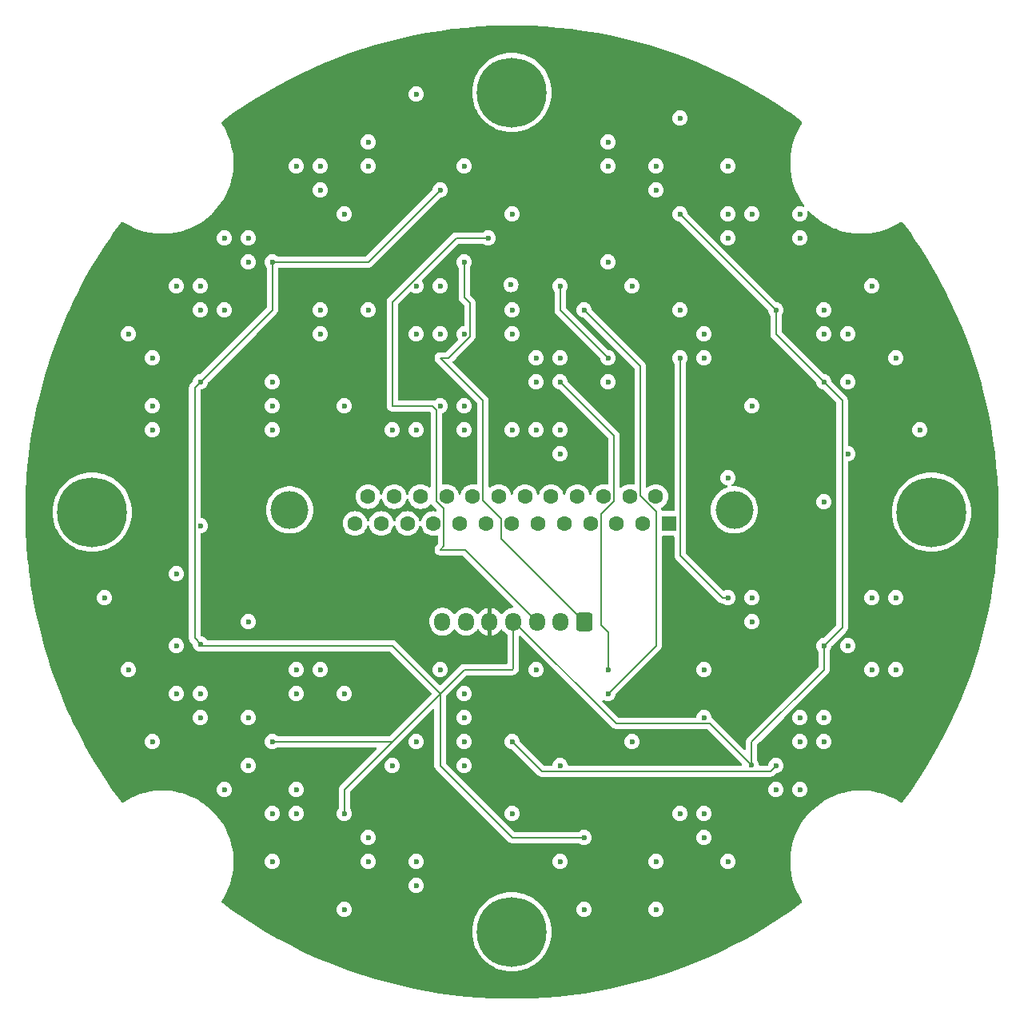
<source format=gbl>
%TF.GenerationSoftware,KiCad,Pcbnew,8.0.0*%
%TF.CreationDate,2024-02-27T15:47:42-08:00*%
%TF.ProjectId,PCB,5043422e-6b69-4636-9164-5f7063625858,rev?*%
%TF.SameCoordinates,Original*%
%TF.FileFunction,Copper,L4,Bot*%
%TF.FilePolarity,Positive*%
%FSLAX46Y46*%
G04 Gerber Fmt 4.6, Leading zero omitted, Abs format (unit mm)*
G04 Created by KiCad (PCBNEW 8.0.0) date 2024-02-27 15:47:42*
%MOMM*%
%LPD*%
G01*
G04 APERTURE LIST*
G04 Aperture macros list*
%AMRoundRect*
0 Rectangle with rounded corners*
0 $1 Rounding radius*
0 $2 $3 $4 $5 $6 $7 $8 $9 X,Y pos of 4 corners*
0 Add a 4 corners polygon primitive as box body*
4,1,4,$2,$3,$4,$5,$6,$7,$8,$9,$2,$3,0*
0 Add four circle primitives for the rounded corners*
1,1,$1+$1,$2,$3*
1,1,$1+$1,$4,$5*
1,1,$1+$1,$6,$7*
1,1,$1+$1,$8,$9*
0 Add four rect primitives between the rounded corners*
20,1,$1+$1,$2,$3,$4,$5,0*
20,1,$1+$1,$4,$5,$6,$7,0*
20,1,$1+$1,$6,$7,$8,$9,0*
20,1,$1+$1,$8,$9,$2,$3,0*%
G04 Aperture macros list end*
%TA.AperFunction,ComponentPad*%
%ADD10C,4.000000*%
%TD*%
%TA.AperFunction,ComponentPad*%
%ADD11R,1.600000X1.600000*%
%TD*%
%TA.AperFunction,ComponentPad*%
%ADD12C,1.600000*%
%TD*%
%TA.AperFunction,ComponentPad*%
%ADD13C,4.100000*%
%TD*%
%TA.AperFunction,ConnectorPad*%
%ADD14C,7.400000*%
%TD*%
%TA.AperFunction,ComponentPad*%
%ADD15RoundRect,0.250000X0.600000X0.725000X-0.600000X0.725000X-0.600000X-0.725000X0.600000X-0.725000X0*%
%TD*%
%TA.AperFunction,ComponentPad*%
%ADD16O,1.700000X1.950000*%
%TD*%
%TA.AperFunction,ViaPad*%
%ADD17C,0.600000*%
%TD*%
%TA.AperFunction,Conductor*%
%ADD18C,0.200000*%
%TD*%
G04 APERTURE END LIST*
D10*
X136455000Y-89770331D03*
X183555000Y-89770331D03*
D11*
X176625000Y-91190331D03*
D12*
X173855000Y-91190331D03*
X171085000Y-91190331D03*
X168315000Y-91190331D03*
X165545000Y-91190331D03*
X162775000Y-91190331D03*
X160005000Y-91190331D03*
X157235000Y-91190331D03*
X154465000Y-91190331D03*
X151695000Y-91190331D03*
X148925000Y-91190331D03*
X146155000Y-91190331D03*
X143385000Y-91190331D03*
X175240000Y-88350331D03*
X172470000Y-88350331D03*
X169700000Y-88350331D03*
X166930000Y-88350331D03*
X164160000Y-88350331D03*
X161390000Y-88350331D03*
X158620000Y-88350331D03*
X155850000Y-88350331D03*
X153080000Y-88350331D03*
X150310000Y-88350331D03*
X147540000Y-88350331D03*
X144770000Y-88350331D03*
D13*
X160000000Y-134450000D03*
D14*
X160000000Y-134450000D03*
D13*
X160000000Y-45550000D03*
D14*
X160000000Y-45550000D03*
D15*
X167640000Y-101600000D03*
D16*
X165140000Y-101600000D03*
X162640000Y-101600000D03*
X160140000Y-101600000D03*
X157640000Y-101600000D03*
X155140000Y-101600000D03*
X152640000Y-101600000D03*
D13*
X115550000Y-90000000D03*
D14*
X115550000Y-90000000D03*
D13*
X204450000Y-90000000D03*
D14*
X204450000Y-90000000D03*
D17*
X190500000Y-58420000D03*
X134620000Y-78740000D03*
X170180000Y-73660000D03*
X147320000Y-81280000D03*
X152400000Y-66040000D03*
X182880000Y-86360000D03*
X154940000Y-111760000D03*
X152400000Y-71120000D03*
X149860000Y-71120000D03*
X165100000Y-83820000D03*
X180340000Y-73660000D03*
X175260000Y-55880000D03*
X132080000Y-63500000D03*
X139700000Y-106680000D03*
X144780000Y-68580000D03*
X154940000Y-109220000D03*
X165100000Y-66040000D03*
X129540000Y-119380000D03*
X200660000Y-73660000D03*
X177800000Y-48260000D03*
X195580000Y-104140000D03*
X167640000Y-68580000D03*
X160020000Y-68580000D03*
X170180000Y-109220000D03*
X160020000Y-114300000D03*
X132080000Y-111760000D03*
X177800000Y-73660000D03*
X187960000Y-116840000D03*
X182880000Y-99060000D03*
X144780000Y-124460000D03*
X137160000Y-106680000D03*
X154940000Y-114300000D03*
X170180000Y-106680000D03*
X152400000Y-106680000D03*
X165100000Y-76200000D03*
X119380000Y-106680000D03*
X119380000Y-71120000D03*
X160020000Y-71120000D03*
X144780000Y-50800000D03*
X142240000Y-132080000D03*
X129540000Y-60960000D03*
X200660000Y-106680000D03*
X175260000Y-132080000D03*
X190500000Y-119380000D03*
X142240000Y-121920000D03*
X119380000Y-109220000D03*
X134620000Y-114300000D03*
X127000000Y-103964764D03*
X193040000Y-76200000D03*
X177800000Y-58420000D03*
X167640000Y-124460000D03*
X195580000Y-63500000D03*
X157480000Y-60960000D03*
X165100000Y-116840000D03*
X185357844Y-116777844D03*
X139700000Y-55880000D03*
X147320000Y-132080000D03*
X127000000Y-76200000D03*
X193040000Y-116840000D03*
X134620000Y-63500000D03*
X187960000Y-55880000D03*
X124460000Y-116840000D03*
X121920000Y-68580000D03*
X160020000Y-81280000D03*
X180340000Y-124460000D03*
X162560000Y-76200000D03*
X160020000Y-116840000D03*
X175260000Y-48260000D03*
X116840000Y-101600000D03*
X127000000Y-60960000D03*
X132080000Y-55880000D03*
X121920000Y-78740000D03*
X200660000Y-101600000D03*
X172720000Y-134620000D03*
X165100000Y-73660000D03*
X162560000Y-73660000D03*
X149860000Y-129540000D03*
X124460000Y-109220000D03*
X195580000Y-71120000D03*
X200660000Y-99060000D03*
X193040000Y-104140000D03*
X139700000Y-50800000D03*
X160020000Y-63500000D03*
X149860000Y-76200000D03*
X137160000Y-129540000D03*
X180340000Y-129540000D03*
X116840000Y-76200000D03*
X185420000Y-58420000D03*
X147320000Y-45720000D03*
X170180000Y-50800000D03*
X187960000Y-124460000D03*
X200660000Y-71120000D03*
X132080000Y-124460000D03*
X203200000Y-78740000D03*
X190500000Y-114300000D03*
X134620000Y-121920000D03*
X182880000Y-50800000D03*
X127000000Y-66040000D03*
X154940000Y-63500000D03*
X187960000Y-68580000D03*
X152400000Y-55880000D03*
X182880000Y-127000000D03*
X134620000Y-81280000D03*
X180340000Y-71120000D03*
X132080000Y-116840000D03*
X180340000Y-121920000D03*
X149860000Y-114300000D03*
X198120000Y-111760000D03*
X195580000Y-76200000D03*
X129540000Y-68580000D03*
X190500000Y-111760000D03*
X177800000Y-121920000D03*
X175260000Y-127000000D03*
X159896089Y-65916089D03*
X132080000Y-60960000D03*
X162560000Y-106680000D03*
X185420000Y-101600000D03*
X127000000Y-109220000D03*
X137160000Y-121920000D03*
X198120000Y-99060000D03*
X127000000Y-91440000D03*
X167640000Y-132080000D03*
X149860000Y-45720000D03*
X121920000Y-73660000D03*
X154940000Y-78740000D03*
X165100000Y-127000000D03*
X124460000Y-104140000D03*
X121920000Y-81280000D03*
X137160000Y-109220000D03*
X193040000Y-111760000D03*
X165100000Y-81280000D03*
X154940000Y-71120000D03*
X170180000Y-63500000D03*
X144780000Y-53340000D03*
X144780000Y-127000000D03*
X149860000Y-127000000D03*
X162560000Y-81280000D03*
X142240000Y-109220000D03*
X175260000Y-53340000D03*
X134620000Y-127000000D03*
X185420000Y-99060000D03*
X124460000Y-96520000D03*
X185420000Y-78740000D03*
X134620000Y-76200000D03*
X137160000Y-119380000D03*
X154940000Y-116840000D03*
X177800000Y-68580000D03*
X198120000Y-66040000D03*
X180340000Y-106680000D03*
X172720000Y-66040000D03*
X193040000Y-68580000D03*
X139700000Y-53340000D03*
X127000000Y-111760000D03*
X149860000Y-81280000D03*
X182880000Y-60960000D03*
X154940000Y-81280000D03*
X154940000Y-53340000D03*
X142240000Y-78740000D03*
X127000000Y-68580000D03*
X180340000Y-111760000D03*
X139700000Y-71120000D03*
X170180000Y-53340000D03*
X190500000Y-60960000D03*
X124460000Y-66040000D03*
X132080000Y-101600000D03*
X172720000Y-114300000D03*
X137160000Y-53340000D03*
X182880000Y-53340000D03*
X195580000Y-83820000D03*
X193040000Y-88900000D03*
X142240000Y-58420000D03*
X139700000Y-68580000D03*
X182880000Y-58420000D03*
X203200000Y-81280000D03*
X116840000Y-99060000D03*
X160020000Y-58420000D03*
X193040000Y-71120000D03*
X160020000Y-121920000D03*
X170180000Y-76200000D03*
X193040000Y-114300000D03*
X198120000Y-106680000D03*
X147320000Y-116840000D03*
X149860000Y-66040000D03*
X152400000Y-78740000D03*
X187960000Y-119380000D03*
X121920000Y-114300000D03*
D18*
X194980000Y-102200000D02*
X194980000Y-78140000D01*
X193040000Y-76200000D02*
X187960000Y-71120000D01*
X180940000Y-112360000D02*
X185357844Y-116777844D01*
X160020000Y-124460000D02*
X152397500Y-116837500D01*
X193040000Y-106680000D02*
X185357844Y-114362156D01*
X185357844Y-114362156D02*
X185357844Y-116777844D01*
X193040000Y-104140000D02*
X194980000Y-102200000D01*
X152397500Y-116837500D02*
X152397500Y-109217500D01*
X194980000Y-78140000D02*
X193040000Y-76200000D01*
X155540000Y-67840000D02*
X155540000Y-71368529D01*
X156950000Y-88779696D02*
X158905000Y-90734696D01*
X162640000Y-101600000D02*
X155020000Y-93980000D01*
X151980000Y-79168529D02*
X151551471Y-78740000D01*
X152795000Y-89620966D02*
X151980000Y-88805966D01*
X151551471Y-78740000D02*
X147320000Y-78740000D01*
X154091471Y-60960000D02*
X157480000Y-60960000D01*
X147320000Y-67731471D02*
X154091471Y-60960000D01*
X158905000Y-92865000D02*
X167640000Y-101600000D01*
X155540000Y-71368529D02*
X153248529Y-73660000D01*
X155020000Y-93980000D02*
X152400000Y-93980000D01*
X152795000Y-93585000D02*
X152795000Y-89620966D01*
X154940000Y-67240000D02*
X155540000Y-67840000D01*
X153248529Y-73660000D02*
X152400000Y-73660000D01*
X156950000Y-78210000D02*
X156950000Y-88779696D01*
X154940000Y-67240000D02*
X154940000Y-63500000D01*
X152400000Y-73660000D02*
X156950000Y-78210000D01*
X151980000Y-88805966D02*
X151980000Y-79168529D01*
X158905000Y-90734696D02*
X158905000Y-92865000D01*
X152400000Y-93980000D02*
X152795000Y-93585000D01*
X147320000Y-78740000D02*
X147320000Y-67731471D01*
X147317500Y-114297500D02*
X142240000Y-119375000D01*
X144780000Y-63500000D02*
X152400000Y-55880000D01*
X160015000Y-106680000D02*
X154935000Y-106680000D01*
X160140000Y-101600000D02*
X160265000Y-101600000D01*
X154935000Y-106680000D02*
X152397500Y-109217500D01*
X167640000Y-124460000D02*
X160020000Y-124460000D01*
X152397500Y-109217500D02*
X147320000Y-104140000D01*
X171025000Y-112360000D02*
X180940000Y-112360000D01*
X134620000Y-114300000D02*
X147315000Y-114300000D01*
X134620000Y-68580000D02*
X134620000Y-63500000D01*
X160140000Y-101600000D02*
X160140000Y-106555000D01*
X160265000Y-101600000D02*
X171025000Y-112360000D01*
X126400000Y-103364764D02*
X127000000Y-103964764D01*
X142240000Y-119375000D02*
X142240000Y-121920000D01*
X193040000Y-104140000D02*
X193040000Y-106680000D01*
X134620000Y-63500000D02*
X144780000Y-63500000D01*
X126400000Y-76800000D02*
X126400000Y-103364764D01*
X187960000Y-71120000D02*
X187960000Y-68580000D01*
X187960000Y-68580000D02*
X177800000Y-58420000D01*
X147315000Y-114300000D02*
X147317500Y-114297500D01*
X127175236Y-104140000D02*
X127000000Y-103964764D01*
X127000000Y-76200000D02*
X126400000Y-76800000D01*
X160140000Y-106555000D02*
X160015000Y-106680000D01*
X127000000Y-76200000D02*
X134620000Y-68580000D01*
X147320000Y-104140000D02*
X127175236Y-104140000D01*
X152397500Y-109217500D02*
X147317500Y-114297500D01*
X187960000Y-116840000D02*
X187360000Y-117440000D01*
X175260000Y-104140000D02*
X175260000Y-89925966D01*
X163160000Y-117440000D02*
X160020000Y-114300000D01*
X173570000Y-74510000D02*
X167640000Y-68580000D01*
X170180000Y-73660000D02*
X165100000Y-68580000D01*
X165100000Y-68580000D02*
X165100000Y-66040000D01*
X170180000Y-109220000D02*
X175260000Y-104140000D01*
X173570000Y-88235966D02*
X173570000Y-74510000D01*
X175260000Y-89925966D02*
X173570000Y-88235966D01*
X187360000Y-117440000D02*
X163160000Y-117440000D01*
X170800000Y-88805966D02*
X169415000Y-90190966D01*
X165100000Y-76200000D02*
X170800000Y-81900000D01*
X170180000Y-102692817D02*
X170180000Y-106680000D01*
X169415000Y-90190966D02*
X169415000Y-101927817D01*
X182880000Y-99060000D02*
X182294669Y-99060000D01*
X169415000Y-101927817D02*
X170180000Y-102692817D01*
X170800000Y-81900000D02*
X170800000Y-88805966D01*
X182294669Y-99060000D02*
X177800000Y-94565331D01*
X177800000Y-94565331D02*
X177800000Y-73660000D01*
%TA.AperFunction,Conductor*%
G36*
X160699237Y-38465266D02*
G01*
X162090588Y-38502940D01*
X162093899Y-38503076D01*
X163483662Y-38578392D01*
X163486986Y-38578618D01*
X164874189Y-38691522D01*
X164877525Y-38691838D01*
X166261232Y-38842256D01*
X166264500Y-38842657D01*
X167643619Y-39030472D01*
X167646884Y-39030962D01*
X169020456Y-39256043D01*
X169023652Y-39256612D01*
X170390560Y-39518776D01*
X170393838Y-39519451D01*
X171753157Y-39818520D01*
X171756426Y-39819286D01*
X173107177Y-40155044D01*
X173110312Y-40155869D01*
X174451471Y-40528062D01*
X174454665Y-40528995D01*
X175785286Y-40937362D01*
X175788373Y-40938355D01*
X177107463Y-41382591D01*
X177110563Y-41383682D01*
X178417140Y-41863458D01*
X178420220Y-41864637D01*
X179713296Y-42379588D01*
X179716329Y-42380843D01*
X180995021Y-42930618D01*
X180998017Y-42931954D01*
X182261371Y-43516142D01*
X182264308Y-43517548D01*
X183511403Y-44135726D01*
X183514367Y-44137247D01*
X184744185Y-44788906D01*
X184747030Y-44790463D01*
X185503178Y-45217738D01*
X185958831Y-45475213D01*
X185961730Y-45476904D01*
X187154499Y-46194169D01*
X187157337Y-46195929D01*
X188330244Y-46945210D01*
X188332996Y-46947021D01*
X189197001Y-47532490D01*
X189485203Y-47727782D01*
X189487956Y-47729702D01*
X190611594Y-48536329D01*
X190627113Y-48549530D01*
X190668811Y-48591371D01*
X190690849Y-48621415D01*
X190714237Y-48666116D01*
X190726353Y-48701348D01*
X190735406Y-48750978D01*
X190736509Y-48788226D01*
X190730408Y-48838305D01*
X190720397Y-48874193D01*
X190695637Y-48929217D01*
X190686707Y-48945630D01*
X190654423Y-48995591D01*
X190654389Y-48995648D01*
X190546387Y-49162797D01*
X190546386Y-49162798D01*
X190546380Y-49162809D01*
X190396666Y-49435437D01*
X190288007Y-49633303D01*
X190063929Y-50121044D01*
X189875284Y-50623554D01*
X189875280Y-50623564D01*
X189723033Y-51138271D01*
X189723026Y-51138300D01*
X189607957Y-51662567D01*
X189530655Y-52193698D01*
X189530653Y-52193719D01*
X189491506Y-52729050D01*
X189490722Y-53265808D01*
X189528303Y-53801264D01*
X189604053Y-54332631D01*
X189604056Y-54332649D01*
X189717589Y-54857239D01*
X189717591Y-54857248D01*
X189868338Y-55372420D01*
X190055513Y-55875478D01*
X190278171Y-56363890D01*
X190447923Y-56675160D01*
X190535159Y-56835123D01*
X190825173Y-57286790D01*
X190985817Y-57501504D01*
X191010216Y-57566975D01*
X190995346Y-57635244D01*
X190945928Y-57684636D01*
X190877651Y-57699470D01*
X190845575Y-57692830D01*
X190679254Y-57634631D01*
X190679249Y-57634630D01*
X190500004Y-57614435D01*
X190499996Y-57614435D01*
X190320750Y-57634630D01*
X190320745Y-57634631D01*
X190150476Y-57694211D01*
X189997737Y-57790184D01*
X189870184Y-57917737D01*
X189774211Y-58070476D01*
X189714631Y-58240745D01*
X189714630Y-58240750D01*
X189694435Y-58419996D01*
X189694435Y-58420003D01*
X189714630Y-58599249D01*
X189714631Y-58599254D01*
X189774211Y-58769523D01*
X189826833Y-58853270D01*
X189870184Y-58922262D01*
X189997738Y-59049816D01*
X190150478Y-59145789D01*
X190320742Y-59205367D01*
X190320745Y-59205368D01*
X190320750Y-59205369D01*
X190499996Y-59225565D01*
X190500000Y-59225565D01*
X190500004Y-59225565D01*
X190679249Y-59205369D01*
X190679252Y-59205368D01*
X190679255Y-59205368D01*
X190849522Y-59145789D01*
X191002262Y-59049816D01*
X191129816Y-58922262D01*
X191225789Y-58769522D01*
X191285368Y-58599255D01*
X191285369Y-58599249D01*
X191305565Y-58420003D01*
X191305565Y-58419996D01*
X191285369Y-58240750D01*
X191283818Y-58233953D01*
X191285662Y-58233532D01*
X191282581Y-58173182D01*
X191317309Y-58112555D01*
X191379302Y-58080327D01*
X191448878Y-58086731D01*
X191496912Y-58120819D01*
X191498157Y-58122257D01*
X191498178Y-58122279D01*
X191877720Y-58501821D01*
X191877737Y-58501837D01*
X192283422Y-58853270D01*
X192283425Y-58853272D01*
X192283426Y-58853273D01*
X192713210Y-59174827D01*
X193164877Y-59464841D01*
X193238375Y-59504923D01*
X193636109Y-59721828D01*
X193636113Y-59721829D01*
X193636117Y-59721832D01*
X194124520Y-59944486D01*
X194316183Y-60015798D01*
X194627579Y-60131661D01*
X194627586Y-60131663D01*
X195142744Y-60282407D01*
X195667359Y-60395945D01*
X196198747Y-60471698D01*
X196734190Y-60509278D01*
X197270949Y-60508493D01*
X197806280Y-60469347D01*
X197886044Y-60457738D01*
X198337432Y-60392042D01*
X198337435Y-60392041D01*
X198337444Y-60392040D01*
X198861724Y-60276968D01*
X199376439Y-60124718D01*
X199878956Y-59936070D01*
X200366705Y-59711989D01*
X200837191Y-59453620D01*
X201000022Y-59348407D01*
X201000157Y-59348333D01*
X201001195Y-59347662D01*
X201001596Y-59347542D01*
X201010967Y-59342397D01*
X201054105Y-59313638D01*
X201071987Y-59303740D01*
X201125813Y-59279513D01*
X201161707Y-59269499D01*
X201211766Y-59263399D01*
X201249014Y-59264500D01*
X201298634Y-59273553D01*
X201333867Y-59285672D01*
X201378554Y-59309058D01*
X201408599Y-59331103D01*
X201450380Y-59372755D01*
X201463566Y-59388260D01*
X202270297Y-60512043D01*
X202272217Y-60514796D01*
X202573895Y-60959996D01*
X203000673Y-61589814D01*
X203052961Y-61666977D01*
X203054806Y-61669781D01*
X203804061Y-62842647D01*
X203805830Y-62845500D01*
X204523095Y-64038269D01*
X204524786Y-64041168D01*
X204980311Y-64847310D01*
X205199063Y-65234435D01*
X205209509Y-65252920D01*
X205211107Y-65255841D01*
X205441411Y-65690473D01*
X205862752Y-66485632D01*
X205864284Y-66488618D01*
X206478433Y-67727585D01*
X206482422Y-67735631D01*
X206483872Y-67738659D01*
X207068030Y-69001948D01*
X207069397Y-69005013D01*
X207619141Y-70283636D01*
X207620425Y-70286738D01*
X208135351Y-71579751D01*
X208136551Y-71582886D01*
X208616305Y-72889403D01*
X208617419Y-72892569D01*
X208751696Y-73291284D01*
X209054892Y-74191578D01*
X209061626Y-74211572D01*
X209062654Y-74214767D01*
X209471000Y-75545320D01*
X209471941Y-75548542D01*
X209716916Y-76431282D01*
X209841180Y-76879057D01*
X209844115Y-76889631D01*
X209844969Y-76892877D01*
X210180713Y-78243573D01*
X210181479Y-78246842D01*
X210480548Y-79606161D01*
X210481224Y-79609448D01*
X210743377Y-80976292D01*
X210743965Y-80979597D01*
X210969033Y-82353088D01*
X210969531Y-82356408D01*
X211157338Y-83735467D01*
X211157746Y-83738798D01*
X211308160Y-85122471D01*
X211308477Y-85125813D01*
X211421380Y-86513000D01*
X211421607Y-86516349D01*
X211496922Y-87906078D01*
X211497059Y-87909432D01*
X211534733Y-89300762D01*
X211534778Y-89304118D01*
X211534778Y-90695881D01*
X211534733Y-90699237D01*
X211497059Y-92090567D01*
X211496922Y-92093921D01*
X211421607Y-93483650D01*
X211421380Y-93486999D01*
X211308477Y-94874186D01*
X211308160Y-94877528D01*
X211157746Y-96261201D01*
X211157338Y-96264532D01*
X210969531Y-97643591D01*
X210969033Y-97646911D01*
X210743965Y-99020402D01*
X210743377Y-99023707D01*
X210481224Y-100390551D01*
X210480548Y-100393838D01*
X210181479Y-101753157D01*
X210180713Y-101756426D01*
X209844969Y-103107122D01*
X209844115Y-103110368D01*
X209471941Y-104451457D01*
X209471000Y-104454679D01*
X209062654Y-105785232D01*
X209061626Y-105788427D01*
X208617419Y-107107430D01*
X208616305Y-107110596D01*
X208136551Y-108417113D01*
X208135351Y-108420248D01*
X207620425Y-109713261D01*
X207619141Y-109716363D01*
X207069397Y-110994986D01*
X207068030Y-110998051D01*
X206483872Y-112261340D01*
X206482422Y-112264368D01*
X205864284Y-113511381D01*
X205862752Y-113514367D01*
X205211120Y-114744134D01*
X205209509Y-114747079D01*
X204524786Y-115958831D01*
X204523095Y-115961730D01*
X203805830Y-117154499D01*
X203804061Y-117157352D01*
X203054806Y-118330218D01*
X203052961Y-118333022D01*
X202272229Y-119485185D01*
X202270309Y-119487939D01*
X201463664Y-120611601D01*
X201450464Y-120627118D01*
X201408631Y-120668809D01*
X201378583Y-120690850D01*
X201333883Y-120714237D01*
X201298651Y-120726353D01*
X201249021Y-120735406D01*
X201211773Y-120736509D01*
X201161694Y-120730408D01*
X201125806Y-120720397D01*
X201070782Y-120695637D01*
X201054373Y-120686709D01*
X201022415Y-120666059D01*
X201002215Y-120653007D01*
X201002191Y-120652993D01*
X200837202Y-120546387D01*
X200837201Y-120546386D01*
X200837196Y-120546383D01*
X200837191Y-120546380D01*
X200366705Y-120288011D01*
X199878956Y-120063930D01*
X199878954Y-120063929D01*
X199878955Y-120063929D01*
X199376445Y-119875284D01*
X199376435Y-119875280D01*
X198861728Y-119723033D01*
X198861699Y-119723026D01*
X198337432Y-119607957D01*
X197806301Y-119530655D01*
X197806280Y-119530653D01*
X197270939Y-119491506D01*
X197270958Y-119491506D01*
X196734191Y-119490722D01*
X196734190Y-119490722D01*
X196198747Y-119528302D01*
X196198744Y-119528302D01*
X196198735Y-119528303D01*
X195667368Y-119604053D01*
X195667350Y-119604056D01*
X195142760Y-119717589D01*
X195142751Y-119717591D01*
X194627579Y-119868338D01*
X194124521Y-120055513D01*
X193636109Y-120278171D01*
X193164876Y-120535159D01*
X192713218Y-120825167D01*
X192283422Y-121146729D01*
X191877737Y-121498162D01*
X191877720Y-121498178D01*
X191498178Y-121877720D01*
X191498162Y-121877737D01*
X191146729Y-122283422D01*
X190825167Y-122713218D01*
X190535159Y-123164876D01*
X190278171Y-123636109D01*
X190055513Y-124124521D01*
X189868338Y-124627579D01*
X189717591Y-125142751D01*
X189717589Y-125142760D01*
X189604056Y-125667350D01*
X189604053Y-125667368D01*
X189528303Y-126198735D01*
X189528302Y-126198744D01*
X189528302Y-126198747D01*
X189496597Y-126650478D01*
X189490722Y-126734191D01*
X189491506Y-127270949D01*
X189530653Y-127806280D01*
X189530655Y-127806301D01*
X189607957Y-128337432D01*
X189723026Y-128861699D01*
X189723033Y-128861728D01*
X189875280Y-129376435D01*
X189875284Y-129376445D01*
X190063929Y-129878955D01*
X190231837Y-130244434D01*
X190288011Y-130366705D01*
X190546380Y-130837191D01*
X190546383Y-130837195D01*
X190546386Y-130837201D01*
X190546387Y-130837202D01*
X190652010Y-131000670D01*
X190652085Y-131000804D01*
X190656282Y-131007297D01*
X190656283Y-131007300D01*
X190686968Y-131054774D01*
X190695896Y-131071181D01*
X190720485Y-131125810D01*
X190730501Y-131161706D01*
X190736601Y-131211766D01*
X190735498Y-131249020D01*
X190726447Y-131298631D01*
X190714325Y-131333872D01*
X190690943Y-131378551D01*
X190668896Y-131408598D01*
X190627440Y-131450184D01*
X190627246Y-131450379D01*
X190611741Y-131463565D01*
X189487956Y-132270297D01*
X189485203Y-132272217D01*
X188333022Y-133052961D01*
X188330218Y-133054806D01*
X187157352Y-133804061D01*
X187154499Y-133805830D01*
X185961730Y-134523095D01*
X185958831Y-134524786D01*
X184747079Y-135209509D01*
X184744134Y-135211120D01*
X183514367Y-135862752D01*
X183511381Y-135864284D01*
X182264368Y-136482422D01*
X182261340Y-136483872D01*
X180998051Y-137068030D01*
X180994986Y-137069397D01*
X179716363Y-137619141D01*
X179713261Y-137620425D01*
X178420248Y-138135351D01*
X178417113Y-138136551D01*
X177110596Y-138616305D01*
X177107430Y-138617419D01*
X175788427Y-139061626D01*
X175785232Y-139062654D01*
X174454679Y-139471000D01*
X174451457Y-139471941D01*
X173110368Y-139844115D01*
X173107122Y-139844969D01*
X171756426Y-140180713D01*
X171753157Y-140181479D01*
X170393838Y-140480548D01*
X170390551Y-140481224D01*
X169023707Y-140743377D01*
X169020402Y-140743965D01*
X167646911Y-140969033D01*
X167643591Y-140969531D01*
X166264532Y-141157338D01*
X166261201Y-141157746D01*
X164877528Y-141308160D01*
X164874186Y-141308477D01*
X163486999Y-141421380D01*
X163483650Y-141421607D01*
X162093921Y-141496922D01*
X162090567Y-141497059D01*
X160699238Y-141534733D01*
X160695882Y-141534778D01*
X159304118Y-141534778D01*
X159300762Y-141534733D01*
X157909432Y-141497059D01*
X157906078Y-141496922D01*
X156516349Y-141421607D01*
X156513000Y-141421380D01*
X155125813Y-141308477D01*
X155122471Y-141308160D01*
X153738798Y-141157746D01*
X153735467Y-141157338D01*
X152356408Y-140969531D01*
X152353088Y-140969033D01*
X150979597Y-140743965D01*
X150976292Y-140743377D01*
X149609448Y-140481224D01*
X149606161Y-140480548D01*
X148246842Y-140181479D01*
X148243573Y-140180713D01*
X146892877Y-139844969D01*
X146889631Y-139844115D01*
X145548542Y-139471941D01*
X145545320Y-139471000D01*
X144214767Y-139062654D01*
X144211572Y-139061626D01*
X142892569Y-138617419D01*
X142889403Y-138616305D01*
X141582886Y-138136551D01*
X141579751Y-138135351D01*
X140286738Y-137620425D01*
X140283636Y-137619141D01*
X139005013Y-137069397D01*
X139001948Y-137068030D01*
X137738659Y-136483872D01*
X137735660Y-136482435D01*
X136488618Y-135864284D01*
X136485632Y-135862752D01*
X135367862Y-135270465D01*
X135255841Y-135211107D01*
X135252944Y-135209522D01*
X134638320Y-134862218D01*
X134041168Y-134524786D01*
X134038269Y-134523095D01*
X133916716Y-134450000D01*
X155794434Y-134450000D01*
X155814685Y-134862218D01*
X155814685Y-134862223D01*
X155814686Y-134862227D01*
X155875244Y-135270471D01*
X155975527Y-135670821D01*
X156114555Y-136059379D01*
X156114562Y-136059395D01*
X156114564Y-136059400D01*
X156291022Y-136432490D01*
X156503200Y-136786487D01*
X156719969Y-137078767D01*
X156749058Y-137117988D01*
X157026215Y-137423784D01*
X157332011Y-137700941D01*
X157332017Y-137700946D01*
X157663513Y-137946800D01*
X158017510Y-138158978D01*
X158390600Y-138335436D01*
X158390609Y-138335439D01*
X158390620Y-138335444D01*
X158751738Y-138464654D01*
X158779189Y-138474476D01*
X159179535Y-138574757D01*
X159587782Y-138635315D01*
X160000000Y-138655566D01*
X160412218Y-138635315D01*
X160820465Y-138574757D01*
X161220811Y-138474476D01*
X161401380Y-138409866D01*
X161609379Y-138335444D01*
X161609385Y-138335441D01*
X161609400Y-138335436D01*
X161982490Y-138158978D01*
X162336487Y-137946800D01*
X162667983Y-137700946D01*
X162973784Y-137423784D01*
X163250946Y-137117983D01*
X163496800Y-136786487D01*
X163708978Y-136432490D01*
X163885436Y-136059400D01*
X164024476Y-135670811D01*
X164124757Y-135270465D01*
X164185315Y-134862218D01*
X164205566Y-134450000D01*
X164185315Y-134037782D01*
X164124757Y-133629535D01*
X164024476Y-133229189D01*
X164014654Y-133201738D01*
X163885444Y-132840620D01*
X163885437Y-132840604D01*
X163885436Y-132840600D01*
X163708978Y-132467510D01*
X163496800Y-132113513D01*
X163471947Y-132080003D01*
X166834435Y-132080003D01*
X166854630Y-132259249D01*
X166854631Y-132259254D01*
X166914211Y-132429523D01*
X166938080Y-132467510D01*
X167010184Y-132582262D01*
X167137738Y-132709816D01*
X167290478Y-132805789D01*
X167460745Y-132865368D01*
X167460750Y-132865369D01*
X167639996Y-132885565D01*
X167640000Y-132885565D01*
X167640004Y-132885565D01*
X167819249Y-132865369D01*
X167819252Y-132865368D01*
X167819255Y-132865368D01*
X167989522Y-132805789D01*
X168142262Y-132709816D01*
X168269816Y-132582262D01*
X168365789Y-132429522D01*
X168425368Y-132259255D01*
X168429382Y-132223630D01*
X168445565Y-132080003D01*
X174454435Y-132080003D01*
X174474630Y-132259249D01*
X174474631Y-132259254D01*
X174534211Y-132429523D01*
X174558080Y-132467510D01*
X174630184Y-132582262D01*
X174757738Y-132709816D01*
X174910478Y-132805789D01*
X175080745Y-132865368D01*
X175080750Y-132865369D01*
X175259996Y-132885565D01*
X175260000Y-132885565D01*
X175260004Y-132885565D01*
X175439249Y-132865369D01*
X175439252Y-132865368D01*
X175439255Y-132865368D01*
X175609522Y-132805789D01*
X175762262Y-132709816D01*
X175889816Y-132582262D01*
X175985789Y-132429522D01*
X176045368Y-132259255D01*
X176049382Y-132223630D01*
X176065565Y-132080003D01*
X176065565Y-132079996D01*
X176045369Y-131900750D01*
X176045368Y-131900745D01*
X176003821Y-131782011D01*
X175985789Y-131730478D01*
X175889816Y-131577738D01*
X175762262Y-131450184D01*
X175609523Y-131354211D01*
X175439254Y-131294631D01*
X175439249Y-131294630D01*
X175260004Y-131274435D01*
X175259996Y-131274435D01*
X175080750Y-131294630D01*
X175080745Y-131294631D01*
X174910476Y-131354211D01*
X174757737Y-131450184D01*
X174630184Y-131577737D01*
X174534211Y-131730476D01*
X174474631Y-131900745D01*
X174474630Y-131900750D01*
X174454435Y-132079996D01*
X174454435Y-132080003D01*
X168445565Y-132080003D01*
X168445565Y-132079996D01*
X168425369Y-131900750D01*
X168425368Y-131900745D01*
X168383821Y-131782011D01*
X168365789Y-131730478D01*
X168269816Y-131577738D01*
X168142262Y-131450184D01*
X167989523Y-131354211D01*
X167819254Y-131294631D01*
X167819249Y-131294630D01*
X167640004Y-131274435D01*
X167639996Y-131274435D01*
X167460750Y-131294630D01*
X167460745Y-131294631D01*
X167290476Y-131354211D01*
X167137737Y-131450184D01*
X167010184Y-131577737D01*
X166914211Y-131730476D01*
X166854631Y-131900745D01*
X166854630Y-131900750D01*
X166834435Y-132079996D01*
X166834435Y-132080003D01*
X163471947Y-132080003D01*
X163250946Y-131782017D01*
X163250941Y-131782011D01*
X162973784Y-131476215D01*
X162667988Y-131199058D01*
X162618513Y-131162365D01*
X162336487Y-130953200D01*
X161982490Y-130741022D01*
X161609400Y-130564564D01*
X161609396Y-130564562D01*
X161609395Y-130564562D01*
X161609379Y-130564555D01*
X161220821Y-130425527D01*
X161220815Y-130425525D01*
X161220811Y-130425524D01*
X161022205Y-130375776D01*
X160820471Y-130325244D01*
X160820466Y-130325243D01*
X160820465Y-130325243D01*
X160719577Y-130310277D01*
X160412227Y-130264686D01*
X160412223Y-130264685D01*
X160412218Y-130264685D01*
X160000000Y-130244434D01*
X159587782Y-130264685D01*
X159587776Y-130264685D01*
X159587772Y-130264686D01*
X159179528Y-130325244D01*
X158877316Y-130400944D01*
X158779189Y-130425524D01*
X158779186Y-130425524D01*
X158779178Y-130425527D01*
X158390620Y-130564555D01*
X158390604Y-130564562D01*
X158017506Y-130741024D01*
X157663515Y-130953198D01*
X157332011Y-131199058D01*
X157026215Y-131476215D01*
X156749058Y-131782011D01*
X156503198Y-132113515D01*
X156291024Y-132467506D01*
X156291022Y-132467510D01*
X156202793Y-132654055D01*
X156114562Y-132840604D01*
X156114555Y-132840620D01*
X155975527Y-133229178D01*
X155875244Y-133629528D01*
X155875243Y-133629535D01*
X155814685Y-134037782D01*
X155794434Y-134450000D01*
X133916716Y-134450000D01*
X132845500Y-133805830D01*
X132842647Y-133804061D01*
X131669781Y-133054806D01*
X131666977Y-133052961D01*
X130514796Y-132272217D01*
X130512043Y-132270297D01*
X130246962Y-132080003D01*
X141434435Y-132080003D01*
X141454630Y-132259249D01*
X141454631Y-132259254D01*
X141514211Y-132429523D01*
X141538080Y-132467510D01*
X141610184Y-132582262D01*
X141737738Y-132709816D01*
X141890478Y-132805789D01*
X142060745Y-132865368D01*
X142060750Y-132865369D01*
X142239996Y-132885565D01*
X142240000Y-132885565D01*
X142240004Y-132885565D01*
X142419249Y-132865369D01*
X142419252Y-132865368D01*
X142419255Y-132865368D01*
X142589522Y-132805789D01*
X142742262Y-132709816D01*
X142869816Y-132582262D01*
X142965789Y-132429522D01*
X143025368Y-132259255D01*
X143029382Y-132223630D01*
X143045565Y-132080003D01*
X143045565Y-132079996D01*
X143025369Y-131900750D01*
X143025368Y-131900745D01*
X142983821Y-131782011D01*
X142965789Y-131730478D01*
X142869816Y-131577738D01*
X142742262Y-131450184D01*
X142589523Y-131354211D01*
X142419254Y-131294631D01*
X142419249Y-131294630D01*
X142240004Y-131274435D01*
X142239996Y-131274435D01*
X142060750Y-131294630D01*
X142060745Y-131294631D01*
X141890476Y-131354211D01*
X141737737Y-131450184D01*
X141610184Y-131577737D01*
X141514211Y-131730476D01*
X141454631Y-131900745D01*
X141454630Y-131900750D01*
X141434435Y-132079996D01*
X141434435Y-132080003D01*
X130246962Y-132080003D01*
X129388404Y-131463669D01*
X129372885Y-131450468D01*
X129331188Y-131408628D01*
X129309151Y-131378585D01*
X129285760Y-131333878D01*
X129273647Y-131298655D01*
X129264592Y-131249015D01*
X129263490Y-131211779D01*
X129269591Y-131161690D01*
X129279600Y-131125809D01*
X129304367Y-131070772D01*
X129313286Y-131054378D01*
X129343747Y-131007238D01*
X129343747Y-131007237D01*
X129350087Y-130997426D01*
X129350094Y-130997410D01*
X129453620Y-130837191D01*
X129711989Y-130366705D01*
X129936070Y-129878956D01*
X130063315Y-129540003D01*
X149054435Y-129540003D01*
X149074630Y-129719249D01*
X149074631Y-129719254D01*
X149134211Y-129889523D01*
X149230184Y-130042262D01*
X149357738Y-130169816D01*
X149448080Y-130226582D01*
X149508722Y-130264686D01*
X149510478Y-130265789D01*
X149680388Y-130325243D01*
X149680745Y-130325368D01*
X149680750Y-130325369D01*
X149859996Y-130345565D01*
X149860000Y-130345565D01*
X149860004Y-130345565D01*
X150039249Y-130325369D01*
X150039252Y-130325368D01*
X150039255Y-130325368D01*
X150209522Y-130265789D01*
X150362262Y-130169816D01*
X150489816Y-130042262D01*
X150585789Y-129889522D01*
X150645368Y-129719255D01*
X150645369Y-129719249D01*
X150665565Y-129540003D01*
X150665565Y-129539996D01*
X150645369Y-129360750D01*
X150645368Y-129360745D01*
X150585788Y-129190476D01*
X150489815Y-129037737D01*
X150362262Y-128910184D01*
X150209523Y-128814211D01*
X150039254Y-128754631D01*
X150039249Y-128754630D01*
X149860004Y-128734435D01*
X149859996Y-128734435D01*
X149680750Y-128754630D01*
X149680745Y-128754631D01*
X149510476Y-128814211D01*
X149357737Y-128910184D01*
X149230184Y-129037737D01*
X149134211Y-129190476D01*
X149074631Y-129360745D01*
X149074630Y-129360750D01*
X149054435Y-129539996D01*
X149054435Y-129540003D01*
X130063315Y-129540003D01*
X130124718Y-129376439D01*
X130276968Y-128861724D01*
X130392040Y-128337444D01*
X130469347Y-127806280D01*
X130508493Y-127270949D01*
X130508889Y-127000003D01*
X133814435Y-127000003D01*
X133834630Y-127179249D01*
X133834631Y-127179254D01*
X133894211Y-127349523D01*
X133990184Y-127502262D01*
X134117738Y-127629816D01*
X134270478Y-127725789D01*
X134408494Y-127774083D01*
X134440745Y-127785368D01*
X134440750Y-127785369D01*
X134619996Y-127805565D01*
X134620000Y-127805565D01*
X134620004Y-127805565D01*
X134799249Y-127785369D01*
X134799252Y-127785368D01*
X134799255Y-127785368D01*
X134969522Y-127725789D01*
X135122262Y-127629816D01*
X135249816Y-127502262D01*
X135345789Y-127349522D01*
X135405368Y-127179255D01*
X135425565Y-127000003D01*
X143974435Y-127000003D01*
X143994630Y-127179249D01*
X143994631Y-127179254D01*
X144054211Y-127349523D01*
X144150184Y-127502262D01*
X144277738Y-127629816D01*
X144430478Y-127725789D01*
X144568494Y-127774083D01*
X144600745Y-127785368D01*
X144600750Y-127785369D01*
X144779996Y-127805565D01*
X144780000Y-127805565D01*
X144780004Y-127805565D01*
X144959249Y-127785369D01*
X144959252Y-127785368D01*
X144959255Y-127785368D01*
X145129522Y-127725789D01*
X145282262Y-127629816D01*
X145409816Y-127502262D01*
X145505789Y-127349522D01*
X145565368Y-127179255D01*
X145585565Y-127000003D01*
X149054435Y-127000003D01*
X149074630Y-127179249D01*
X149074631Y-127179254D01*
X149134211Y-127349523D01*
X149230184Y-127502262D01*
X149357738Y-127629816D01*
X149510478Y-127725789D01*
X149648494Y-127774083D01*
X149680745Y-127785368D01*
X149680750Y-127785369D01*
X149859996Y-127805565D01*
X149860000Y-127805565D01*
X149860004Y-127805565D01*
X150039249Y-127785369D01*
X150039252Y-127785368D01*
X150039255Y-127785368D01*
X150209522Y-127725789D01*
X150362262Y-127629816D01*
X150489816Y-127502262D01*
X150585789Y-127349522D01*
X150645368Y-127179255D01*
X150665565Y-127000003D01*
X164294435Y-127000003D01*
X164314630Y-127179249D01*
X164314631Y-127179254D01*
X164374211Y-127349523D01*
X164470184Y-127502262D01*
X164597738Y-127629816D01*
X164750478Y-127725789D01*
X164888494Y-127774083D01*
X164920745Y-127785368D01*
X164920750Y-127785369D01*
X165099996Y-127805565D01*
X165100000Y-127805565D01*
X165100004Y-127805565D01*
X165279249Y-127785369D01*
X165279252Y-127785368D01*
X165279255Y-127785368D01*
X165449522Y-127725789D01*
X165602262Y-127629816D01*
X165729816Y-127502262D01*
X165825789Y-127349522D01*
X165885368Y-127179255D01*
X165905565Y-127000003D01*
X174454435Y-127000003D01*
X174474630Y-127179249D01*
X174474631Y-127179254D01*
X174534211Y-127349523D01*
X174630184Y-127502262D01*
X174757738Y-127629816D01*
X174910478Y-127725789D01*
X175048494Y-127774083D01*
X175080745Y-127785368D01*
X175080750Y-127785369D01*
X175259996Y-127805565D01*
X175260000Y-127805565D01*
X175260004Y-127805565D01*
X175439249Y-127785369D01*
X175439252Y-127785368D01*
X175439255Y-127785368D01*
X175609522Y-127725789D01*
X175762262Y-127629816D01*
X175889816Y-127502262D01*
X175985789Y-127349522D01*
X176045368Y-127179255D01*
X176065565Y-127000003D01*
X182074435Y-127000003D01*
X182094630Y-127179249D01*
X182094631Y-127179254D01*
X182154211Y-127349523D01*
X182250184Y-127502262D01*
X182377738Y-127629816D01*
X182530478Y-127725789D01*
X182668494Y-127774083D01*
X182700745Y-127785368D01*
X182700750Y-127785369D01*
X182879996Y-127805565D01*
X182880000Y-127805565D01*
X182880004Y-127805565D01*
X183059249Y-127785369D01*
X183059252Y-127785368D01*
X183059255Y-127785368D01*
X183229522Y-127725789D01*
X183382262Y-127629816D01*
X183509816Y-127502262D01*
X183605789Y-127349522D01*
X183665368Y-127179255D01*
X183685565Y-127000000D01*
X183665368Y-126820745D01*
X183605789Y-126650478D01*
X183509816Y-126497738D01*
X183382262Y-126370184D01*
X183278518Y-126304997D01*
X183229523Y-126274211D01*
X183059254Y-126214631D01*
X183059249Y-126214630D01*
X182880004Y-126194435D01*
X182879996Y-126194435D01*
X182700750Y-126214630D01*
X182700745Y-126214631D01*
X182530476Y-126274211D01*
X182377737Y-126370184D01*
X182250184Y-126497737D01*
X182154211Y-126650476D01*
X182094631Y-126820745D01*
X182094630Y-126820750D01*
X182074435Y-126999996D01*
X182074435Y-127000003D01*
X176065565Y-127000003D01*
X176065565Y-127000000D01*
X176045368Y-126820745D01*
X175985789Y-126650478D01*
X175889816Y-126497738D01*
X175762262Y-126370184D01*
X175658518Y-126304997D01*
X175609523Y-126274211D01*
X175439254Y-126214631D01*
X175439249Y-126214630D01*
X175260004Y-126194435D01*
X175259996Y-126194435D01*
X175080750Y-126214630D01*
X175080745Y-126214631D01*
X174910476Y-126274211D01*
X174757737Y-126370184D01*
X174630184Y-126497737D01*
X174534211Y-126650476D01*
X174474631Y-126820745D01*
X174474630Y-126820750D01*
X174454435Y-126999996D01*
X174454435Y-127000003D01*
X165905565Y-127000003D01*
X165905565Y-127000000D01*
X165885368Y-126820745D01*
X165825789Y-126650478D01*
X165729816Y-126497738D01*
X165602262Y-126370184D01*
X165498518Y-126304997D01*
X165449523Y-126274211D01*
X165279254Y-126214631D01*
X165279249Y-126214630D01*
X165100004Y-126194435D01*
X165099996Y-126194435D01*
X164920750Y-126214630D01*
X164920745Y-126214631D01*
X164750476Y-126274211D01*
X164597737Y-126370184D01*
X164470184Y-126497737D01*
X164374211Y-126650476D01*
X164314631Y-126820745D01*
X164314630Y-126820750D01*
X164294435Y-126999996D01*
X164294435Y-127000003D01*
X150665565Y-127000003D01*
X150665565Y-127000000D01*
X150645368Y-126820745D01*
X150585789Y-126650478D01*
X150489816Y-126497738D01*
X150362262Y-126370184D01*
X150258518Y-126304997D01*
X150209523Y-126274211D01*
X150039254Y-126214631D01*
X150039249Y-126214630D01*
X149860004Y-126194435D01*
X149859996Y-126194435D01*
X149680750Y-126214630D01*
X149680745Y-126214631D01*
X149510476Y-126274211D01*
X149357737Y-126370184D01*
X149230184Y-126497737D01*
X149134211Y-126650476D01*
X149074631Y-126820745D01*
X149074630Y-126820750D01*
X149054435Y-126999996D01*
X149054435Y-127000003D01*
X145585565Y-127000003D01*
X145585565Y-127000000D01*
X145565368Y-126820745D01*
X145505789Y-126650478D01*
X145409816Y-126497738D01*
X145282262Y-126370184D01*
X145178518Y-126304997D01*
X145129523Y-126274211D01*
X144959254Y-126214631D01*
X144959249Y-126214630D01*
X144780004Y-126194435D01*
X144779996Y-126194435D01*
X144600750Y-126214630D01*
X144600745Y-126214631D01*
X144430476Y-126274211D01*
X144277737Y-126370184D01*
X144150184Y-126497737D01*
X144054211Y-126650476D01*
X143994631Y-126820745D01*
X143994630Y-126820750D01*
X143974435Y-126999996D01*
X143974435Y-127000003D01*
X135425565Y-127000003D01*
X135425565Y-127000000D01*
X135405368Y-126820745D01*
X135345789Y-126650478D01*
X135249816Y-126497738D01*
X135122262Y-126370184D01*
X135018518Y-126304997D01*
X134969523Y-126274211D01*
X134799254Y-126214631D01*
X134799249Y-126214630D01*
X134620004Y-126194435D01*
X134619996Y-126194435D01*
X134440750Y-126214630D01*
X134440745Y-126214631D01*
X134270476Y-126274211D01*
X134117737Y-126370184D01*
X133990184Y-126497737D01*
X133894211Y-126650476D01*
X133834631Y-126820745D01*
X133834630Y-126820750D01*
X133814435Y-126999996D01*
X133814435Y-127000003D01*
X130508889Y-127000003D01*
X130509278Y-126734190D01*
X130471698Y-126198747D01*
X130395945Y-125667359D01*
X130282407Y-125142744D01*
X130131663Y-124627586D01*
X130131661Y-124627579D01*
X130069310Y-124460003D01*
X143974435Y-124460003D01*
X143994630Y-124639249D01*
X143994631Y-124639254D01*
X144054211Y-124809523D01*
X144150184Y-124962262D01*
X144277738Y-125089816D01*
X144430478Y-125185789D01*
X144600745Y-125245368D01*
X144600750Y-125245369D01*
X144779996Y-125265565D01*
X144780000Y-125265565D01*
X144780004Y-125265565D01*
X144959249Y-125245369D01*
X144959252Y-125245368D01*
X144959255Y-125245368D01*
X145129522Y-125185789D01*
X145282262Y-125089816D01*
X145409816Y-124962262D01*
X145505789Y-124809522D01*
X145565368Y-124639255D01*
X145585565Y-124460000D01*
X145565368Y-124280745D01*
X145505789Y-124110478D01*
X145409816Y-123957738D01*
X145282262Y-123830184D01*
X145271117Y-123823181D01*
X145129523Y-123734211D01*
X144959254Y-123674631D01*
X144959249Y-123674630D01*
X144780004Y-123654435D01*
X144779996Y-123654435D01*
X144600750Y-123674630D01*
X144600745Y-123674631D01*
X144430476Y-123734211D01*
X144277737Y-123830184D01*
X144150184Y-123957737D01*
X144054211Y-124110476D01*
X143994631Y-124280745D01*
X143994630Y-124280750D01*
X143974435Y-124459996D01*
X143974435Y-124460003D01*
X130069310Y-124460003D01*
X129944486Y-124124521D01*
X129938084Y-124110478D01*
X129721832Y-123636117D01*
X129464841Y-123164877D01*
X129174827Y-122713210D01*
X128853273Y-122283426D01*
X128853270Y-122283422D01*
X128538451Y-121920003D01*
X133814435Y-121920003D01*
X133834630Y-122099249D01*
X133834631Y-122099254D01*
X133894211Y-122269523D01*
X133902947Y-122283426D01*
X133990184Y-122422262D01*
X134117738Y-122549816D01*
X134270478Y-122645789D01*
X134440745Y-122705368D01*
X134440750Y-122705369D01*
X134619996Y-122725565D01*
X134620000Y-122725565D01*
X134620004Y-122725565D01*
X134799249Y-122705369D01*
X134799252Y-122705368D01*
X134799255Y-122705368D01*
X134969522Y-122645789D01*
X135122262Y-122549816D01*
X135249816Y-122422262D01*
X135345789Y-122269522D01*
X135405368Y-122099255D01*
X135425565Y-121920003D01*
X136354435Y-121920003D01*
X136374630Y-122099249D01*
X136374631Y-122099254D01*
X136434211Y-122269523D01*
X136442947Y-122283426D01*
X136530184Y-122422262D01*
X136657738Y-122549816D01*
X136810478Y-122645789D01*
X136980745Y-122705368D01*
X136980750Y-122705369D01*
X137159996Y-122725565D01*
X137160000Y-122725565D01*
X137160004Y-122725565D01*
X137339249Y-122705369D01*
X137339252Y-122705368D01*
X137339255Y-122705368D01*
X137509522Y-122645789D01*
X137662262Y-122549816D01*
X137789816Y-122422262D01*
X137885789Y-122269522D01*
X137945368Y-122099255D01*
X137965565Y-121920000D01*
X137960803Y-121877737D01*
X137945369Y-121740750D01*
X137945368Y-121740745D01*
X137909313Y-121637706D01*
X137885789Y-121570478D01*
X137884559Y-121568521D01*
X137829556Y-121480984D01*
X137789816Y-121417738D01*
X137662262Y-121290184D01*
X137626420Y-121267663D01*
X137509523Y-121194211D01*
X137339254Y-121134631D01*
X137339249Y-121134630D01*
X137160004Y-121114435D01*
X137159996Y-121114435D01*
X136980750Y-121134630D01*
X136980745Y-121134631D01*
X136810476Y-121194211D01*
X136657737Y-121290184D01*
X136530184Y-121417737D01*
X136434211Y-121570476D01*
X136374631Y-121740745D01*
X136374630Y-121740750D01*
X136354435Y-121919996D01*
X136354435Y-121920003D01*
X135425565Y-121920003D01*
X135425565Y-121920000D01*
X135420803Y-121877737D01*
X135405369Y-121740750D01*
X135405368Y-121740745D01*
X135369313Y-121637706D01*
X135345789Y-121570478D01*
X135344559Y-121568521D01*
X135289556Y-121480984D01*
X135249816Y-121417738D01*
X135122262Y-121290184D01*
X135086420Y-121267663D01*
X134969523Y-121194211D01*
X134799254Y-121134631D01*
X134799249Y-121134630D01*
X134620004Y-121114435D01*
X134619996Y-121114435D01*
X134440750Y-121134630D01*
X134440745Y-121134631D01*
X134270476Y-121194211D01*
X134117737Y-121290184D01*
X133990184Y-121417737D01*
X133894211Y-121570476D01*
X133834631Y-121740745D01*
X133834630Y-121740750D01*
X133814435Y-121919996D01*
X133814435Y-121920003D01*
X128538451Y-121920003D01*
X128501837Y-121877737D01*
X128501821Y-121877720D01*
X128122279Y-121498178D01*
X128122262Y-121498162D01*
X127716577Y-121146729D01*
X127554199Y-121025242D01*
X127286790Y-120825173D01*
X127147130Y-120735498D01*
X126835123Y-120535159D01*
X126363890Y-120278171D01*
X125875478Y-120055513D01*
X125372420Y-119868338D01*
X125017410Y-119764457D01*
X124857256Y-119717593D01*
X124857251Y-119717592D01*
X124857248Y-119717591D01*
X124857239Y-119717589D01*
X124332649Y-119604056D01*
X124332631Y-119604053D01*
X123801262Y-119528303D01*
X123801266Y-119528303D01*
X123801254Y-119528302D01*
X123801253Y-119528302D01*
X123265810Y-119490722D01*
X123265808Y-119490722D01*
X122729050Y-119491506D01*
X122193719Y-119530653D01*
X122193698Y-119530655D01*
X121662567Y-119607957D01*
X121138300Y-119723026D01*
X121138271Y-119723033D01*
X120623564Y-119875280D01*
X120623554Y-119875284D01*
X120121044Y-120063929D01*
X119633303Y-120288007D01*
X119633299Y-120288008D01*
X119633295Y-120288011D01*
X119398052Y-120417195D01*
X119162801Y-120546384D01*
X118999114Y-120652149D01*
X118998951Y-120652241D01*
X118945231Y-120686963D01*
X118928817Y-120695895D01*
X118874189Y-120720484D01*
X118838292Y-120730500D01*
X118788233Y-120736600D01*
X118750979Y-120735498D01*
X118701368Y-120726447D01*
X118666128Y-120714325D01*
X118621446Y-120690941D01*
X118591401Y-120668897D01*
X118578716Y-120656251D01*
X118549617Y-120627242D01*
X118536438Y-120611746D01*
X117729690Y-119487939D01*
X117727782Y-119485203D01*
X117656496Y-119380003D01*
X128734435Y-119380003D01*
X128754630Y-119559249D01*
X128754631Y-119559254D01*
X128814211Y-119729523D01*
X128901434Y-119868337D01*
X128910184Y-119882262D01*
X129037738Y-120009816D01*
X129190478Y-120105789D01*
X129360745Y-120165368D01*
X129360750Y-120165369D01*
X129539996Y-120185565D01*
X129540000Y-120185565D01*
X129540004Y-120185565D01*
X129719249Y-120165369D01*
X129719252Y-120165368D01*
X129719255Y-120165368D01*
X129889522Y-120105789D01*
X130042262Y-120009816D01*
X130169816Y-119882262D01*
X130265789Y-119729522D01*
X130325368Y-119559255D01*
X130325369Y-119559249D01*
X130345565Y-119380003D01*
X136354435Y-119380003D01*
X136374630Y-119559249D01*
X136374631Y-119559254D01*
X136434211Y-119729523D01*
X136521434Y-119868337D01*
X136530184Y-119882262D01*
X136657738Y-120009816D01*
X136810478Y-120105789D01*
X136980745Y-120165368D01*
X136980750Y-120165369D01*
X137159996Y-120185565D01*
X137160000Y-120185565D01*
X137160004Y-120185565D01*
X137339249Y-120165369D01*
X137339252Y-120165368D01*
X137339255Y-120165368D01*
X137509522Y-120105789D01*
X137662262Y-120009816D01*
X137789816Y-119882262D01*
X137885789Y-119729522D01*
X137945368Y-119559255D01*
X137945369Y-119559249D01*
X137965565Y-119380003D01*
X137965565Y-119379996D01*
X137945369Y-119200750D01*
X137945368Y-119200745D01*
X137885788Y-119030476D01*
X137846582Y-118968080D01*
X137789816Y-118877738D01*
X137662262Y-118750184D01*
X137509523Y-118654211D01*
X137339254Y-118594631D01*
X137339249Y-118594630D01*
X137160004Y-118574435D01*
X137159996Y-118574435D01*
X136980750Y-118594630D01*
X136980745Y-118594631D01*
X136810476Y-118654211D01*
X136657737Y-118750184D01*
X136530184Y-118877737D01*
X136434211Y-119030476D01*
X136374631Y-119200745D01*
X136374630Y-119200750D01*
X136354435Y-119379996D01*
X136354435Y-119380003D01*
X130345565Y-119380003D01*
X130345565Y-119379996D01*
X130325369Y-119200750D01*
X130325368Y-119200745D01*
X130265788Y-119030476D01*
X130226582Y-118968080D01*
X130169816Y-118877738D01*
X130042262Y-118750184D01*
X129889523Y-118654211D01*
X129719254Y-118594631D01*
X129719249Y-118594630D01*
X129540004Y-118574435D01*
X129539996Y-118574435D01*
X129360750Y-118594630D01*
X129360745Y-118594631D01*
X129190476Y-118654211D01*
X129037737Y-118750184D01*
X128910184Y-118877737D01*
X128814211Y-119030476D01*
X128754631Y-119200745D01*
X128754630Y-119200750D01*
X128734435Y-119379996D01*
X128734435Y-119380003D01*
X117656496Y-119380003D01*
X117656491Y-119379996D01*
X116947021Y-118332996D01*
X116945210Y-118330244D01*
X116195929Y-117157337D01*
X116194169Y-117154499D01*
X116005049Y-116840003D01*
X131274435Y-116840003D01*
X131294630Y-117019249D01*
X131294631Y-117019254D01*
X131354211Y-117189523D01*
X131364701Y-117206217D01*
X131450184Y-117342262D01*
X131577738Y-117469816D01*
X131730478Y-117565789D01*
X131900742Y-117625367D01*
X131900745Y-117625368D01*
X131900750Y-117625369D01*
X132079996Y-117645565D01*
X132080000Y-117645565D01*
X132080004Y-117645565D01*
X132259249Y-117625369D01*
X132259252Y-117625368D01*
X132259255Y-117625368D01*
X132429522Y-117565789D01*
X132582262Y-117469816D01*
X132709816Y-117342262D01*
X132805789Y-117189522D01*
X132865368Y-117019255D01*
X132865369Y-117019249D01*
X132885565Y-116840003D01*
X132885565Y-116839996D01*
X132865369Y-116660750D01*
X132865368Y-116660745D01*
X132805788Y-116490476D01*
X132709815Y-116337737D01*
X132582262Y-116210184D01*
X132429523Y-116114211D01*
X132259254Y-116054631D01*
X132259249Y-116054630D01*
X132080004Y-116034435D01*
X132079996Y-116034435D01*
X131900750Y-116054630D01*
X131900745Y-116054631D01*
X131730476Y-116114211D01*
X131577737Y-116210184D01*
X131450184Y-116337737D01*
X131354211Y-116490476D01*
X131294631Y-116660745D01*
X131294630Y-116660750D01*
X131274435Y-116839996D01*
X131274435Y-116840003D01*
X116005049Y-116840003D01*
X115476904Y-115961730D01*
X115475213Y-115958831D01*
X115118812Y-115328109D01*
X114790463Y-114747030D01*
X114788906Y-114744185D01*
X114553542Y-114300003D01*
X121114435Y-114300003D01*
X121134630Y-114479249D01*
X121134631Y-114479254D01*
X121194211Y-114649523D01*
X121276523Y-114780521D01*
X121290184Y-114802262D01*
X121417738Y-114929816D01*
X121570478Y-115025789D01*
X121740742Y-115085367D01*
X121740745Y-115085368D01*
X121740750Y-115085369D01*
X121919996Y-115105565D01*
X121920000Y-115105565D01*
X121920004Y-115105565D01*
X122099249Y-115085369D01*
X122099252Y-115085368D01*
X122099255Y-115085368D01*
X122269522Y-115025789D01*
X122422262Y-114929816D01*
X122549816Y-114802262D01*
X122645789Y-114649522D01*
X122705368Y-114479255D01*
X122705369Y-114479249D01*
X122725565Y-114300003D01*
X122725565Y-114299996D01*
X122705369Y-114120750D01*
X122705368Y-114120745D01*
X122691199Y-114080252D01*
X122645789Y-113950478D01*
X122549816Y-113797738D01*
X122422262Y-113670184D01*
X122411117Y-113663181D01*
X122269523Y-113574211D01*
X122099254Y-113514631D01*
X122099249Y-113514630D01*
X121920004Y-113494435D01*
X121919996Y-113494435D01*
X121740750Y-113514630D01*
X121740745Y-113514631D01*
X121570476Y-113574211D01*
X121417737Y-113670184D01*
X121290184Y-113797737D01*
X121194211Y-113950476D01*
X121134631Y-114120745D01*
X121134630Y-114120750D01*
X121114435Y-114299996D01*
X121114435Y-114300003D01*
X114553542Y-114300003D01*
X114137247Y-113514367D01*
X114135715Y-113511381D01*
X114049110Y-113336666D01*
X113517548Y-112264308D01*
X113516142Y-112261371D01*
X113284304Y-111760003D01*
X126194435Y-111760003D01*
X126214630Y-111939249D01*
X126214631Y-111939254D01*
X126274211Y-112109523D01*
X126369605Y-112261340D01*
X126370184Y-112262262D01*
X126497738Y-112389816D01*
X126650478Y-112485789D01*
X126820745Y-112545368D01*
X126820750Y-112545369D01*
X126999996Y-112565565D01*
X127000000Y-112565565D01*
X127000004Y-112565565D01*
X127179249Y-112545369D01*
X127179252Y-112545368D01*
X127179255Y-112545368D01*
X127349522Y-112485789D01*
X127502262Y-112389816D01*
X127629816Y-112262262D01*
X127725789Y-112109522D01*
X127785368Y-111939255D01*
X127798991Y-111818345D01*
X127805565Y-111760003D01*
X131274435Y-111760003D01*
X131294630Y-111939249D01*
X131294631Y-111939254D01*
X131354211Y-112109523D01*
X131449605Y-112261340D01*
X131450184Y-112262262D01*
X131577738Y-112389816D01*
X131730478Y-112485789D01*
X131900745Y-112545368D01*
X131900750Y-112545369D01*
X132079996Y-112565565D01*
X132080000Y-112565565D01*
X132080004Y-112565565D01*
X132259249Y-112545369D01*
X132259252Y-112545368D01*
X132259255Y-112545368D01*
X132429522Y-112485789D01*
X132582262Y-112389816D01*
X132709816Y-112262262D01*
X132805789Y-112109522D01*
X132865368Y-111939255D01*
X132878991Y-111818345D01*
X132885565Y-111760003D01*
X132885565Y-111759996D01*
X132865369Y-111580750D01*
X132865368Y-111580745D01*
X132805788Y-111410476D01*
X132709815Y-111257737D01*
X132582262Y-111130184D01*
X132429523Y-111034211D01*
X132259254Y-110974631D01*
X132259249Y-110974630D01*
X132080004Y-110954435D01*
X132079996Y-110954435D01*
X131900750Y-110974630D01*
X131900745Y-110974631D01*
X131730476Y-111034211D01*
X131577737Y-111130184D01*
X131450184Y-111257737D01*
X131354211Y-111410476D01*
X131294631Y-111580745D01*
X131294630Y-111580750D01*
X131274435Y-111759996D01*
X131274435Y-111760003D01*
X127805565Y-111760003D01*
X127805565Y-111759996D01*
X127785369Y-111580750D01*
X127785368Y-111580745D01*
X127725788Y-111410476D01*
X127629815Y-111257737D01*
X127502262Y-111130184D01*
X127349523Y-111034211D01*
X127179254Y-110974631D01*
X127179249Y-110974630D01*
X127000004Y-110954435D01*
X126999996Y-110954435D01*
X126820750Y-110974630D01*
X126820745Y-110974631D01*
X126650476Y-111034211D01*
X126497737Y-111130184D01*
X126370184Y-111257737D01*
X126274211Y-111410476D01*
X126214631Y-111580745D01*
X126214630Y-111580750D01*
X126194435Y-111759996D01*
X126194435Y-111760003D01*
X113284304Y-111760003D01*
X112931954Y-110998017D01*
X112930618Y-110995021D01*
X112380843Y-109716329D01*
X112379588Y-109713296D01*
X112183140Y-109220003D01*
X123654435Y-109220003D01*
X123674630Y-109399249D01*
X123674631Y-109399254D01*
X123734211Y-109569523D01*
X123774999Y-109634436D01*
X123830184Y-109722262D01*
X123957738Y-109849816D01*
X124110478Y-109945789D01*
X124170124Y-109966660D01*
X124280745Y-110005368D01*
X124280750Y-110005369D01*
X124459996Y-110025565D01*
X124460000Y-110025565D01*
X124460004Y-110025565D01*
X124639249Y-110005369D01*
X124639252Y-110005368D01*
X124639255Y-110005368D01*
X124809522Y-109945789D01*
X124962262Y-109849816D01*
X125089816Y-109722262D01*
X125185789Y-109569522D01*
X125245368Y-109399255D01*
X125255162Y-109312333D01*
X125265565Y-109220003D01*
X126194435Y-109220003D01*
X126214630Y-109399249D01*
X126214631Y-109399254D01*
X126274211Y-109569523D01*
X126314999Y-109634436D01*
X126370184Y-109722262D01*
X126497738Y-109849816D01*
X126650478Y-109945789D01*
X126710124Y-109966660D01*
X126820745Y-110005368D01*
X126820750Y-110005369D01*
X126999996Y-110025565D01*
X127000000Y-110025565D01*
X127000004Y-110025565D01*
X127179249Y-110005369D01*
X127179252Y-110005368D01*
X127179255Y-110005368D01*
X127349522Y-109945789D01*
X127502262Y-109849816D01*
X127629816Y-109722262D01*
X127725789Y-109569522D01*
X127785368Y-109399255D01*
X127795162Y-109312333D01*
X127805565Y-109220003D01*
X136354435Y-109220003D01*
X136374630Y-109399249D01*
X136374631Y-109399254D01*
X136434211Y-109569523D01*
X136474999Y-109634436D01*
X136530184Y-109722262D01*
X136657738Y-109849816D01*
X136810478Y-109945789D01*
X136870124Y-109966660D01*
X136980745Y-110005368D01*
X136980750Y-110005369D01*
X137159996Y-110025565D01*
X137160000Y-110025565D01*
X137160004Y-110025565D01*
X137339249Y-110005369D01*
X137339252Y-110005368D01*
X137339255Y-110005368D01*
X137509522Y-109945789D01*
X137662262Y-109849816D01*
X137789816Y-109722262D01*
X137885789Y-109569522D01*
X137945368Y-109399255D01*
X137955162Y-109312333D01*
X137965565Y-109220003D01*
X141434435Y-109220003D01*
X141454630Y-109399249D01*
X141454631Y-109399254D01*
X141514211Y-109569523D01*
X141554999Y-109634436D01*
X141610184Y-109722262D01*
X141737738Y-109849816D01*
X141890478Y-109945789D01*
X141950124Y-109966660D01*
X142060745Y-110005368D01*
X142060750Y-110005369D01*
X142239996Y-110025565D01*
X142240000Y-110025565D01*
X142240004Y-110025565D01*
X142419249Y-110005369D01*
X142419252Y-110005368D01*
X142419255Y-110005368D01*
X142589522Y-109945789D01*
X142742262Y-109849816D01*
X142869816Y-109722262D01*
X142965789Y-109569522D01*
X143025368Y-109399255D01*
X143035162Y-109312333D01*
X143045565Y-109220003D01*
X143045565Y-109219996D01*
X143025369Y-109040750D01*
X143025368Y-109040745D01*
X142965788Y-108870476D01*
X142869815Y-108717737D01*
X142742262Y-108590184D01*
X142589523Y-108494211D01*
X142419254Y-108434631D01*
X142419249Y-108434630D01*
X142240004Y-108414435D01*
X142239996Y-108414435D01*
X142060750Y-108434630D01*
X142060745Y-108434631D01*
X141890476Y-108494211D01*
X141737737Y-108590184D01*
X141610184Y-108717737D01*
X141514211Y-108870476D01*
X141454631Y-109040745D01*
X141454630Y-109040750D01*
X141434435Y-109219996D01*
X141434435Y-109220003D01*
X137965565Y-109220003D01*
X137965565Y-109219996D01*
X137945369Y-109040750D01*
X137945368Y-109040745D01*
X137885788Y-108870476D01*
X137789815Y-108717737D01*
X137662262Y-108590184D01*
X137509523Y-108494211D01*
X137339254Y-108434631D01*
X137339249Y-108434630D01*
X137160004Y-108414435D01*
X137159996Y-108414435D01*
X136980750Y-108434630D01*
X136980745Y-108434631D01*
X136810476Y-108494211D01*
X136657737Y-108590184D01*
X136530184Y-108717737D01*
X136434211Y-108870476D01*
X136374631Y-109040745D01*
X136374630Y-109040750D01*
X136354435Y-109219996D01*
X136354435Y-109220003D01*
X127805565Y-109220003D01*
X127805565Y-109219996D01*
X127785369Y-109040750D01*
X127785368Y-109040745D01*
X127725788Y-108870476D01*
X127629815Y-108717737D01*
X127502262Y-108590184D01*
X127349523Y-108494211D01*
X127179254Y-108434631D01*
X127179249Y-108434630D01*
X127000004Y-108414435D01*
X126999996Y-108414435D01*
X126820750Y-108434630D01*
X126820745Y-108434631D01*
X126650476Y-108494211D01*
X126497737Y-108590184D01*
X126370184Y-108717737D01*
X126274211Y-108870476D01*
X126214631Y-109040745D01*
X126214630Y-109040750D01*
X126194435Y-109219996D01*
X126194435Y-109220003D01*
X125265565Y-109220003D01*
X125265565Y-109219996D01*
X125245369Y-109040750D01*
X125245368Y-109040745D01*
X125185788Y-108870476D01*
X125089815Y-108717737D01*
X124962262Y-108590184D01*
X124809523Y-108494211D01*
X124639254Y-108434631D01*
X124639249Y-108434630D01*
X124460004Y-108414435D01*
X124459996Y-108414435D01*
X124280750Y-108434630D01*
X124280745Y-108434631D01*
X124110476Y-108494211D01*
X123957737Y-108590184D01*
X123830184Y-108717737D01*
X123734211Y-108870476D01*
X123674631Y-109040745D01*
X123674630Y-109040750D01*
X123654435Y-109219996D01*
X123654435Y-109220003D01*
X112183140Y-109220003D01*
X111864637Y-108420220D01*
X111863448Y-108417113D01*
X111862465Y-108414435D01*
X111383682Y-107110563D01*
X111382591Y-107107463D01*
X111238633Y-106680003D01*
X118574435Y-106680003D01*
X118594630Y-106859249D01*
X118594631Y-106859254D01*
X118654211Y-107029523D01*
X118736523Y-107160521D01*
X118750184Y-107182262D01*
X118877738Y-107309816D01*
X119030478Y-107405789D01*
X119200745Y-107465368D01*
X119200750Y-107465369D01*
X119379996Y-107485565D01*
X119380000Y-107485565D01*
X119380004Y-107485565D01*
X119559249Y-107465369D01*
X119559252Y-107465368D01*
X119559255Y-107465368D01*
X119729522Y-107405789D01*
X119882262Y-107309816D01*
X120009816Y-107182262D01*
X120105789Y-107029522D01*
X120165368Y-106859255D01*
X120173533Y-106786790D01*
X120185565Y-106680003D01*
X136354435Y-106680003D01*
X136374630Y-106859249D01*
X136374631Y-106859254D01*
X136434211Y-107029523D01*
X136516523Y-107160521D01*
X136530184Y-107182262D01*
X136657738Y-107309816D01*
X136810478Y-107405789D01*
X136980745Y-107465368D01*
X136980750Y-107465369D01*
X137159996Y-107485565D01*
X137160000Y-107485565D01*
X137160004Y-107485565D01*
X137339249Y-107465369D01*
X137339252Y-107465368D01*
X137339255Y-107465368D01*
X137509522Y-107405789D01*
X137662262Y-107309816D01*
X137789816Y-107182262D01*
X137885789Y-107029522D01*
X137945368Y-106859255D01*
X137953533Y-106786790D01*
X137965565Y-106680003D01*
X138894435Y-106680003D01*
X138914630Y-106859249D01*
X138914631Y-106859254D01*
X138974211Y-107029523D01*
X139056523Y-107160521D01*
X139070184Y-107182262D01*
X139197738Y-107309816D01*
X139350478Y-107405789D01*
X139520745Y-107465368D01*
X139520750Y-107465369D01*
X139699996Y-107485565D01*
X139700000Y-107485565D01*
X139700004Y-107485565D01*
X139879249Y-107465369D01*
X139879252Y-107465368D01*
X139879255Y-107465368D01*
X140049522Y-107405789D01*
X140202262Y-107309816D01*
X140329816Y-107182262D01*
X140425789Y-107029522D01*
X140485368Y-106859255D01*
X140493533Y-106786790D01*
X140505565Y-106680003D01*
X140505565Y-106679996D01*
X140485369Y-106500750D01*
X140485368Y-106500745D01*
X140425788Y-106330476D01*
X140329815Y-106177737D01*
X140202262Y-106050184D01*
X140049523Y-105954211D01*
X139879254Y-105894631D01*
X139879249Y-105894630D01*
X139700004Y-105874435D01*
X139699996Y-105874435D01*
X139520750Y-105894630D01*
X139520745Y-105894631D01*
X139350476Y-105954211D01*
X139197737Y-106050184D01*
X139070184Y-106177737D01*
X138974211Y-106330476D01*
X138914631Y-106500745D01*
X138914630Y-106500750D01*
X138894435Y-106679996D01*
X138894435Y-106680003D01*
X137965565Y-106680003D01*
X137965565Y-106679996D01*
X137945369Y-106500750D01*
X137945368Y-106500745D01*
X137885788Y-106330476D01*
X137789815Y-106177737D01*
X137662262Y-106050184D01*
X137509523Y-105954211D01*
X137339254Y-105894631D01*
X137339249Y-105894630D01*
X137160004Y-105874435D01*
X137159996Y-105874435D01*
X136980750Y-105894630D01*
X136980745Y-105894631D01*
X136810476Y-105954211D01*
X136657737Y-106050184D01*
X136530184Y-106177737D01*
X136434211Y-106330476D01*
X136374631Y-106500745D01*
X136374630Y-106500750D01*
X136354435Y-106679996D01*
X136354435Y-106680003D01*
X120185565Y-106680003D01*
X120185565Y-106679996D01*
X120165369Y-106500750D01*
X120165368Y-106500745D01*
X120105788Y-106330476D01*
X120009815Y-106177737D01*
X119882262Y-106050184D01*
X119729523Y-105954211D01*
X119559254Y-105894631D01*
X119559249Y-105894630D01*
X119380004Y-105874435D01*
X119379996Y-105874435D01*
X119200750Y-105894630D01*
X119200745Y-105894631D01*
X119030476Y-105954211D01*
X118877737Y-106050184D01*
X118750184Y-106177737D01*
X118654211Y-106330476D01*
X118594631Y-106500745D01*
X118594630Y-106500750D01*
X118574435Y-106679996D01*
X118574435Y-106680003D01*
X111238633Y-106680003D01*
X110938355Y-105788373D01*
X110937362Y-105785286D01*
X110528995Y-104454665D01*
X110528058Y-104451457D01*
X110467248Y-104232333D01*
X110441625Y-104140003D01*
X123654435Y-104140003D01*
X123674630Y-104319249D01*
X123674631Y-104319254D01*
X123734211Y-104489523D01*
X123816523Y-104620521D01*
X123830184Y-104642262D01*
X123957738Y-104769816D01*
X124110478Y-104865789D01*
X124280745Y-104925368D01*
X124280750Y-104925369D01*
X124459996Y-104945565D01*
X124460000Y-104945565D01*
X124460004Y-104945565D01*
X124639249Y-104925369D01*
X124639252Y-104925368D01*
X124639255Y-104925368D01*
X124809522Y-104865789D01*
X124962262Y-104769816D01*
X125089816Y-104642262D01*
X125185789Y-104489522D01*
X125245368Y-104319255D01*
X125255162Y-104232333D01*
X125265565Y-104140003D01*
X125265565Y-104139996D01*
X125245369Y-103960750D01*
X125245368Y-103960745D01*
X125207440Y-103852354D01*
X125185789Y-103790478D01*
X125149973Y-103733478D01*
X125089815Y-103637737D01*
X124962262Y-103510184D01*
X124856642Y-103443818D01*
X125799498Y-103443818D01*
X125840423Y-103596551D01*
X125851215Y-103615241D01*
X125851216Y-103615242D01*
X125864204Y-103637738D01*
X125919479Y-103733478D01*
X125919481Y-103733481D01*
X126038349Y-103852349D01*
X126038355Y-103852354D01*
X126169298Y-103983297D01*
X126202783Y-104044620D01*
X126204837Y-104057094D01*
X126214630Y-104144013D01*
X126274210Y-104314285D01*
X126277333Y-104319255D01*
X126370184Y-104467026D01*
X126497738Y-104594580D01*
X126650478Y-104690553D01*
X126741526Y-104722412D01*
X126820745Y-104750132D01*
X126820750Y-104750133D01*
X126999996Y-104770329D01*
X127000000Y-104770329D01*
X127000004Y-104770329D01*
X127102431Y-104758787D01*
X127179255Y-104750132D01*
X127186897Y-104747458D01*
X127227851Y-104740500D01*
X147019903Y-104740500D01*
X147086942Y-104760185D01*
X147107584Y-104776819D01*
X151460584Y-109129819D01*
X151494069Y-109191142D01*
X151489085Y-109260834D01*
X151460584Y-109305181D01*
X147102584Y-113663181D01*
X147041261Y-113696666D01*
X147014903Y-113699500D01*
X135202412Y-113699500D01*
X135135373Y-113679815D01*
X135125097Y-113672445D01*
X135122263Y-113670185D01*
X135122262Y-113670184D01*
X135065496Y-113634515D01*
X134969523Y-113574211D01*
X134799254Y-113514631D01*
X134799249Y-113514630D01*
X134620004Y-113494435D01*
X134619996Y-113494435D01*
X134440750Y-113514630D01*
X134440745Y-113514631D01*
X134270476Y-113574211D01*
X134117737Y-113670184D01*
X133990184Y-113797737D01*
X133894211Y-113950476D01*
X133834631Y-114120745D01*
X133834630Y-114120750D01*
X133814435Y-114299996D01*
X133814435Y-114300003D01*
X133834630Y-114479249D01*
X133834631Y-114479254D01*
X133894211Y-114649523D01*
X133976523Y-114780521D01*
X133990184Y-114802262D01*
X134117738Y-114929816D01*
X134270478Y-115025789D01*
X134440742Y-115085367D01*
X134440745Y-115085368D01*
X134440750Y-115085369D01*
X134619996Y-115105565D01*
X134620000Y-115105565D01*
X134620004Y-115105565D01*
X134799249Y-115085369D01*
X134799252Y-115085368D01*
X134799255Y-115085368D01*
X134969522Y-115025789D01*
X135122262Y-114929816D01*
X135122267Y-114929810D01*
X135125097Y-114927555D01*
X135127275Y-114926665D01*
X135128158Y-114926111D01*
X135128255Y-114926265D01*
X135189783Y-114901145D01*
X135202412Y-114900500D01*
X145565903Y-114900500D01*
X145632942Y-114920185D01*
X145678697Y-114972989D01*
X145688641Y-115042147D01*
X145659616Y-115105703D01*
X145653584Y-115112180D01*
X143746515Y-117019249D01*
X141871286Y-118894478D01*
X141759481Y-119006282D01*
X141759477Y-119006287D01*
X141745513Y-119030476D01*
X141745512Y-119030478D01*
X141680423Y-119143215D01*
X141639499Y-119295943D01*
X141639499Y-119295945D01*
X141639499Y-119464046D01*
X141639500Y-119464059D01*
X141639500Y-121337587D01*
X141619815Y-121404626D01*
X141612450Y-121414896D01*
X141610186Y-121417734D01*
X141514211Y-121570476D01*
X141454631Y-121740745D01*
X141454630Y-121740750D01*
X141434435Y-121919996D01*
X141434435Y-121920003D01*
X141454630Y-122099249D01*
X141454631Y-122099254D01*
X141514211Y-122269523D01*
X141522947Y-122283426D01*
X141610184Y-122422262D01*
X141737738Y-122549816D01*
X141890478Y-122645789D01*
X142060745Y-122705368D01*
X142060750Y-122705369D01*
X142239996Y-122725565D01*
X142240000Y-122725565D01*
X142240004Y-122725565D01*
X142419249Y-122705369D01*
X142419252Y-122705368D01*
X142419255Y-122705368D01*
X142589522Y-122645789D01*
X142742262Y-122549816D01*
X142869816Y-122422262D01*
X142965789Y-122269522D01*
X143025368Y-122099255D01*
X143045565Y-121920000D01*
X143040803Y-121877737D01*
X143025369Y-121740750D01*
X143025368Y-121740745D01*
X142989313Y-121637706D01*
X142965789Y-121570478D01*
X142964559Y-121568521D01*
X142909556Y-121480984D01*
X142869816Y-121417738D01*
X142869814Y-121417736D01*
X142869813Y-121417734D01*
X142867550Y-121414896D01*
X142866659Y-121412715D01*
X142866111Y-121411842D01*
X142866264Y-121411745D01*
X142841144Y-121350209D01*
X142840500Y-121337587D01*
X142840500Y-119675096D01*
X142860185Y-119608057D01*
X142876814Y-119587420D01*
X145624230Y-116840003D01*
X146514435Y-116840003D01*
X146534630Y-117019249D01*
X146534631Y-117019254D01*
X146594211Y-117189523D01*
X146604701Y-117206217D01*
X146690184Y-117342262D01*
X146817738Y-117469816D01*
X146970478Y-117565789D01*
X147140742Y-117625367D01*
X147140745Y-117625368D01*
X147140750Y-117625369D01*
X147319996Y-117645565D01*
X147320000Y-117645565D01*
X147320004Y-117645565D01*
X147499249Y-117625369D01*
X147499252Y-117625368D01*
X147499255Y-117625368D01*
X147669522Y-117565789D01*
X147822262Y-117469816D01*
X147949816Y-117342262D01*
X148045789Y-117189522D01*
X148105368Y-117019255D01*
X148105369Y-117019249D01*
X148125565Y-116840003D01*
X148125565Y-116839996D01*
X148105369Y-116660750D01*
X148105368Y-116660745D01*
X148045788Y-116490476D01*
X147949815Y-116337737D01*
X147822262Y-116210184D01*
X147669523Y-116114211D01*
X147499254Y-116054631D01*
X147499249Y-116054630D01*
X147320004Y-116034435D01*
X147319996Y-116034435D01*
X147140750Y-116054630D01*
X147140745Y-116054631D01*
X146970476Y-116114211D01*
X146817737Y-116210184D01*
X146690184Y-116337737D01*
X146594211Y-116490476D01*
X146534631Y-116660745D01*
X146534630Y-116660750D01*
X146514435Y-116839996D01*
X146514435Y-116840003D01*
X145624230Y-116840003D01*
X147673506Y-114790727D01*
X147673511Y-114790724D01*
X147683714Y-114780520D01*
X147683716Y-114780520D01*
X147795520Y-114668716D01*
X147808218Y-114656021D01*
X147808233Y-114656002D01*
X147812958Y-114651277D01*
X147812959Y-114651274D01*
X148164230Y-114300003D01*
X149054435Y-114300003D01*
X149074630Y-114479249D01*
X149074631Y-114479254D01*
X149134211Y-114649523D01*
X149216523Y-114780521D01*
X149230184Y-114802262D01*
X149357738Y-114929816D01*
X149510478Y-115025789D01*
X149680742Y-115085367D01*
X149680745Y-115085368D01*
X149680750Y-115085369D01*
X149859996Y-115105565D01*
X149860000Y-115105565D01*
X149860004Y-115105565D01*
X150039249Y-115085369D01*
X150039252Y-115085368D01*
X150039255Y-115085368D01*
X150209522Y-115025789D01*
X150362262Y-114929816D01*
X150489816Y-114802262D01*
X150585789Y-114649522D01*
X150645368Y-114479255D01*
X150645369Y-114479249D01*
X150665565Y-114300003D01*
X150665565Y-114299996D01*
X150645369Y-114120750D01*
X150645368Y-114120745D01*
X150631199Y-114080252D01*
X150585789Y-113950478D01*
X150489816Y-113797738D01*
X150362262Y-113670184D01*
X150351117Y-113663181D01*
X150209523Y-113574211D01*
X150039254Y-113514631D01*
X150039249Y-113514630D01*
X149860004Y-113494435D01*
X149859996Y-113494435D01*
X149680750Y-113514630D01*
X149680745Y-113514631D01*
X149510476Y-113574211D01*
X149357737Y-113670184D01*
X149230184Y-113797737D01*
X149134211Y-113950476D01*
X149074631Y-114120745D01*
X149074630Y-114120750D01*
X149054435Y-114299996D01*
X149054435Y-114300003D01*
X148164230Y-114300003D01*
X151585321Y-110878913D01*
X151646642Y-110845430D01*
X151716334Y-110850414D01*
X151772267Y-110892286D01*
X151796684Y-110957750D01*
X151797000Y-110966596D01*
X151797000Y-116750830D01*
X151796999Y-116750848D01*
X151796999Y-116916554D01*
X151796998Y-116916554D01*
X151796999Y-116916557D01*
X151837923Y-117069285D01*
X151837924Y-117069287D01*
X151837923Y-117069287D01*
X151843460Y-117078876D01*
X151843461Y-117078877D01*
X151916977Y-117206212D01*
X151916981Y-117206217D01*
X152035849Y-117325085D01*
X152035855Y-117325090D01*
X159535139Y-124824374D01*
X159535149Y-124824385D01*
X159539479Y-124828715D01*
X159539480Y-124828716D01*
X159651284Y-124940520D01*
X159738095Y-124990639D01*
X159738097Y-124990641D01*
X159776151Y-125012611D01*
X159788215Y-125019577D01*
X159940943Y-125060501D01*
X159940946Y-125060501D01*
X160106653Y-125060501D01*
X160106669Y-125060500D01*
X167057588Y-125060500D01*
X167124627Y-125080185D01*
X167134903Y-125087555D01*
X167137736Y-125089814D01*
X167137738Y-125089816D01*
X167290478Y-125185789D01*
X167460745Y-125245368D01*
X167460750Y-125245369D01*
X167639996Y-125265565D01*
X167640000Y-125265565D01*
X167640004Y-125265565D01*
X167819249Y-125245369D01*
X167819252Y-125245368D01*
X167819255Y-125245368D01*
X167989522Y-125185789D01*
X168142262Y-125089816D01*
X168269816Y-124962262D01*
X168365789Y-124809522D01*
X168425368Y-124639255D01*
X168445565Y-124460003D01*
X179534435Y-124460003D01*
X179554630Y-124639249D01*
X179554631Y-124639254D01*
X179614211Y-124809523D01*
X179710184Y-124962262D01*
X179837738Y-125089816D01*
X179990478Y-125185789D01*
X180160745Y-125245368D01*
X180160750Y-125245369D01*
X180339996Y-125265565D01*
X180340000Y-125265565D01*
X180340004Y-125265565D01*
X180519249Y-125245369D01*
X180519252Y-125245368D01*
X180519255Y-125245368D01*
X180689522Y-125185789D01*
X180842262Y-125089816D01*
X180969816Y-124962262D01*
X181065789Y-124809522D01*
X181125368Y-124639255D01*
X181145565Y-124460000D01*
X181125368Y-124280745D01*
X181065789Y-124110478D01*
X180969816Y-123957738D01*
X180842262Y-123830184D01*
X180831117Y-123823181D01*
X180689523Y-123734211D01*
X180519254Y-123674631D01*
X180519249Y-123674630D01*
X180340004Y-123654435D01*
X180339996Y-123654435D01*
X180160750Y-123674630D01*
X180160745Y-123674631D01*
X179990476Y-123734211D01*
X179837737Y-123830184D01*
X179710184Y-123957737D01*
X179614211Y-124110476D01*
X179554631Y-124280745D01*
X179554630Y-124280750D01*
X179534435Y-124459996D01*
X179534435Y-124460003D01*
X168445565Y-124460003D01*
X168445565Y-124460000D01*
X168425368Y-124280745D01*
X168365789Y-124110478D01*
X168269816Y-123957738D01*
X168142262Y-123830184D01*
X168131117Y-123823181D01*
X167989523Y-123734211D01*
X167819254Y-123674631D01*
X167819249Y-123674630D01*
X167640004Y-123654435D01*
X167639996Y-123654435D01*
X167460750Y-123674630D01*
X167460745Y-123674631D01*
X167290476Y-123734211D01*
X167137736Y-123830185D01*
X167134903Y-123832445D01*
X167132724Y-123833334D01*
X167131842Y-123833889D01*
X167131744Y-123833734D01*
X167070217Y-123858855D01*
X167057588Y-123859500D01*
X160320097Y-123859500D01*
X160253058Y-123839815D01*
X160232416Y-123823181D01*
X158329238Y-121920003D01*
X159214435Y-121920003D01*
X159234630Y-122099249D01*
X159234631Y-122099254D01*
X159294211Y-122269523D01*
X159302947Y-122283426D01*
X159390184Y-122422262D01*
X159517738Y-122549816D01*
X159670478Y-122645789D01*
X159840745Y-122705368D01*
X159840750Y-122705369D01*
X160019996Y-122725565D01*
X160020000Y-122725565D01*
X160020004Y-122725565D01*
X160199249Y-122705369D01*
X160199252Y-122705368D01*
X160199255Y-122705368D01*
X160369522Y-122645789D01*
X160522262Y-122549816D01*
X160649816Y-122422262D01*
X160745789Y-122269522D01*
X160805368Y-122099255D01*
X160825565Y-121920003D01*
X176994435Y-121920003D01*
X177014630Y-122099249D01*
X177014631Y-122099254D01*
X177074211Y-122269523D01*
X177082947Y-122283426D01*
X177170184Y-122422262D01*
X177297738Y-122549816D01*
X177450478Y-122645789D01*
X177620745Y-122705368D01*
X177620750Y-122705369D01*
X177799996Y-122725565D01*
X177800000Y-122725565D01*
X177800004Y-122725565D01*
X177979249Y-122705369D01*
X177979252Y-122705368D01*
X177979255Y-122705368D01*
X178149522Y-122645789D01*
X178302262Y-122549816D01*
X178429816Y-122422262D01*
X178525789Y-122269522D01*
X178585368Y-122099255D01*
X178605565Y-121920003D01*
X179534435Y-121920003D01*
X179554630Y-122099249D01*
X179554631Y-122099254D01*
X179614211Y-122269523D01*
X179622947Y-122283426D01*
X179710184Y-122422262D01*
X179837738Y-122549816D01*
X179990478Y-122645789D01*
X180160745Y-122705368D01*
X180160750Y-122705369D01*
X180339996Y-122725565D01*
X180340000Y-122725565D01*
X180340004Y-122725565D01*
X180519249Y-122705369D01*
X180519252Y-122705368D01*
X180519255Y-122705368D01*
X180689522Y-122645789D01*
X180842262Y-122549816D01*
X180969816Y-122422262D01*
X181065789Y-122269522D01*
X181125368Y-122099255D01*
X181145565Y-121920000D01*
X181140803Y-121877737D01*
X181125369Y-121740750D01*
X181125368Y-121740745D01*
X181089313Y-121637706D01*
X181065789Y-121570478D01*
X181064559Y-121568521D01*
X181009556Y-121480984D01*
X180969816Y-121417738D01*
X180842262Y-121290184D01*
X180806420Y-121267663D01*
X180689523Y-121194211D01*
X180519254Y-121134631D01*
X180519249Y-121134630D01*
X180340004Y-121114435D01*
X180339996Y-121114435D01*
X180160750Y-121134630D01*
X180160745Y-121134631D01*
X179990476Y-121194211D01*
X179837737Y-121290184D01*
X179710184Y-121417737D01*
X179614211Y-121570476D01*
X179554631Y-121740745D01*
X179554630Y-121740750D01*
X179534435Y-121919996D01*
X179534435Y-121920003D01*
X178605565Y-121920003D01*
X178605565Y-121920000D01*
X178600803Y-121877737D01*
X178585369Y-121740750D01*
X178585368Y-121740745D01*
X178549313Y-121637706D01*
X178525789Y-121570478D01*
X178524559Y-121568521D01*
X178469556Y-121480984D01*
X178429816Y-121417738D01*
X178302262Y-121290184D01*
X178266420Y-121267663D01*
X178149523Y-121194211D01*
X177979254Y-121134631D01*
X177979249Y-121134630D01*
X177800004Y-121114435D01*
X177799996Y-121114435D01*
X177620750Y-121134630D01*
X177620745Y-121134631D01*
X177450476Y-121194211D01*
X177297737Y-121290184D01*
X177170184Y-121417737D01*
X177074211Y-121570476D01*
X177014631Y-121740745D01*
X177014630Y-121740750D01*
X176994435Y-121919996D01*
X176994435Y-121920003D01*
X160825565Y-121920003D01*
X160825565Y-121920000D01*
X160820803Y-121877737D01*
X160805369Y-121740750D01*
X160805368Y-121740745D01*
X160769313Y-121637706D01*
X160745789Y-121570478D01*
X160744559Y-121568521D01*
X160689556Y-121480984D01*
X160649816Y-121417738D01*
X160522262Y-121290184D01*
X160486420Y-121267663D01*
X160369523Y-121194211D01*
X160199254Y-121134631D01*
X160199249Y-121134630D01*
X160020004Y-121114435D01*
X160019996Y-121114435D01*
X159840750Y-121134630D01*
X159840745Y-121134631D01*
X159670476Y-121194211D01*
X159517737Y-121290184D01*
X159390184Y-121417737D01*
X159294211Y-121570476D01*
X159234631Y-121740745D01*
X159234630Y-121740750D01*
X159214435Y-121919996D01*
X159214435Y-121920003D01*
X158329238Y-121920003D01*
X155789238Y-119380003D01*
X187154435Y-119380003D01*
X187174630Y-119559249D01*
X187174631Y-119559254D01*
X187234211Y-119729523D01*
X187321434Y-119868337D01*
X187330184Y-119882262D01*
X187457738Y-120009816D01*
X187610478Y-120105789D01*
X187780745Y-120165368D01*
X187780750Y-120165369D01*
X187959996Y-120185565D01*
X187960000Y-120185565D01*
X187960004Y-120185565D01*
X188139249Y-120165369D01*
X188139252Y-120165368D01*
X188139255Y-120165368D01*
X188309522Y-120105789D01*
X188462262Y-120009816D01*
X188589816Y-119882262D01*
X188685789Y-119729522D01*
X188745368Y-119559255D01*
X188745369Y-119559249D01*
X188765565Y-119380003D01*
X189694435Y-119380003D01*
X189714630Y-119559249D01*
X189714631Y-119559254D01*
X189774211Y-119729523D01*
X189861434Y-119868337D01*
X189870184Y-119882262D01*
X189997738Y-120009816D01*
X190150478Y-120105789D01*
X190320745Y-120165368D01*
X190320750Y-120165369D01*
X190499996Y-120185565D01*
X190500000Y-120185565D01*
X190500004Y-120185565D01*
X190679249Y-120165369D01*
X190679252Y-120165368D01*
X190679255Y-120165368D01*
X190849522Y-120105789D01*
X191002262Y-120009816D01*
X191129816Y-119882262D01*
X191225789Y-119729522D01*
X191285368Y-119559255D01*
X191285369Y-119559249D01*
X191305565Y-119380003D01*
X191305565Y-119379996D01*
X191285369Y-119200750D01*
X191285368Y-119200745D01*
X191225788Y-119030476D01*
X191186582Y-118968080D01*
X191129816Y-118877738D01*
X191002262Y-118750184D01*
X190849523Y-118654211D01*
X190679254Y-118594631D01*
X190679249Y-118594630D01*
X190500004Y-118574435D01*
X190499996Y-118574435D01*
X190320750Y-118594630D01*
X190320745Y-118594631D01*
X190150476Y-118654211D01*
X189997737Y-118750184D01*
X189870184Y-118877737D01*
X189774211Y-119030476D01*
X189714631Y-119200745D01*
X189714630Y-119200750D01*
X189694435Y-119379996D01*
X189694435Y-119380003D01*
X188765565Y-119380003D01*
X188765565Y-119379996D01*
X188745369Y-119200750D01*
X188745368Y-119200745D01*
X188685788Y-119030476D01*
X188646582Y-118968080D01*
X188589816Y-118877738D01*
X188462262Y-118750184D01*
X188309523Y-118654211D01*
X188139254Y-118594631D01*
X188139249Y-118594630D01*
X187960004Y-118574435D01*
X187959996Y-118574435D01*
X187780750Y-118594630D01*
X187780745Y-118594631D01*
X187610476Y-118654211D01*
X187457737Y-118750184D01*
X187330184Y-118877737D01*
X187234211Y-119030476D01*
X187174631Y-119200745D01*
X187174630Y-119200750D01*
X187154435Y-119379996D01*
X187154435Y-119380003D01*
X155789238Y-119380003D01*
X153249238Y-116840003D01*
X154134435Y-116840003D01*
X154154630Y-117019249D01*
X154154631Y-117019254D01*
X154214211Y-117189523D01*
X154224701Y-117206217D01*
X154310184Y-117342262D01*
X154437738Y-117469816D01*
X154590478Y-117565789D01*
X154760742Y-117625367D01*
X154760745Y-117625368D01*
X154760750Y-117625369D01*
X154939996Y-117645565D01*
X154940000Y-117645565D01*
X154940004Y-117645565D01*
X155119249Y-117625369D01*
X155119252Y-117625368D01*
X155119255Y-117625368D01*
X155289522Y-117565789D01*
X155442262Y-117469816D01*
X155569816Y-117342262D01*
X155665789Y-117189522D01*
X155725368Y-117019255D01*
X155725369Y-117019249D01*
X155745565Y-116840003D01*
X155745565Y-116839996D01*
X155725369Y-116660750D01*
X155725368Y-116660745D01*
X155665788Y-116490476D01*
X155569815Y-116337737D01*
X155442262Y-116210184D01*
X155289523Y-116114211D01*
X155119254Y-116054631D01*
X155119249Y-116054630D01*
X154940004Y-116034435D01*
X154939996Y-116034435D01*
X154760750Y-116054630D01*
X154760745Y-116054631D01*
X154590476Y-116114211D01*
X154437737Y-116210184D01*
X154310184Y-116337737D01*
X154214211Y-116490476D01*
X154154631Y-116660745D01*
X154154630Y-116660750D01*
X154134435Y-116839996D01*
X154134435Y-116840003D01*
X153249238Y-116840003D01*
X153034319Y-116625084D01*
X153000834Y-116563761D01*
X152998000Y-116537403D01*
X152998000Y-114300003D01*
X154134435Y-114300003D01*
X154154630Y-114479249D01*
X154154631Y-114479254D01*
X154214211Y-114649523D01*
X154296523Y-114780521D01*
X154310184Y-114802262D01*
X154437738Y-114929816D01*
X154590478Y-115025789D01*
X154760742Y-115085367D01*
X154760745Y-115085368D01*
X154760750Y-115085369D01*
X154939996Y-115105565D01*
X154940000Y-115105565D01*
X154940004Y-115105565D01*
X155119249Y-115085369D01*
X155119252Y-115085368D01*
X155119255Y-115085368D01*
X155289522Y-115025789D01*
X155442262Y-114929816D01*
X155569816Y-114802262D01*
X155665789Y-114649522D01*
X155725368Y-114479255D01*
X155725369Y-114479249D01*
X155745565Y-114300003D01*
X155745565Y-114299996D01*
X155725369Y-114120750D01*
X155725368Y-114120745D01*
X155711199Y-114080252D01*
X155665789Y-113950478D01*
X155569816Y-113797738D01*
X155442262Y-113670184D01*
X155431117Y-113663181D01*
X155289523Y-113574211D01*
X155119254Y-113514631D01*
X155119249Y-113514630D01*
X154940004Y-113494435D01*
X154939996Y-113494435D01*
X154760750Y-113514630D01*
X154760745Y-113514631D01*
X154590476Y-113574211D01*
X154437737Y-113670184D01*
X154310184Y-113797737D01*
X154214211Y-113950476D01*
X154154631Y-114120745D01*
X154154630Y-114120750D01*
X154134435Y-114299996D01*
X154134435Y-114300003D01*
X152998000Y-114300003D01*
X152998000Y-111760003D01*
X154134435Y-111760003D01*
X154154630Y-111939249D01*
X154154631Y-111939254D01*
X154214211Y-112109523D01*
X154309605Y-112261340D01*
X154310184Y-112262262D01*
X154437738Y-112389816D01*
X154590478Y-112485789D01*
X154760745Y-112545368D01*
X154760750Y-112545369D01*
X154939996Y-112565565D01*
X154940000Y-112565565D01*
X154940004Y-112565565D01*
X155119249Y-112545369D01*
X155119252Y-112545368D01*
X155119255Y-112545368D01*
X155289522Y-112485789D01*
X155442262Y-112389816D01*
X155569816Y-112262262D01*
X155665789Y-112109522D01*
X155725368Y-111939255D01*
X155738991Y-111818345D01*
X155745565Y-111760003D01*
X155745565Y-111759996D01*
X155725369Y-111580750D01*
X155725368Y-111580745D01*
X155665788Y-111410476D01*
X155569815Y-111257737D01*
X155442262Y-111130184D01*
X155289523Y-111034211D01*
X155119254Y-110974631D01*
X155119249Y-110974630D01*
X154940004Y-110954435D01*
X154939996Y-110954435D01*
X154760750Y-110974630D01*
X154760745Y-110974631D01*
X154590476Y-111034211D01*
X154437737Y-111130184D01*
X154310184Y-111257737D01*
X154214211Y-111410476D01*
X154154631Y-111580745D01*
X154154630Y-111580750D01*
X154134435Y-111759996D01*
X154134435Y-111760003D01*
X152998000Y-111760003D01*
X152998000Y-109517597D01*
X153017685Y-109450558D01*
X153034319Y-109429916D01*
X153244232Y-109220003D01*
X154134435Y-109220003D01*
X154154630Y-109399249D01*
X154154631Y-109399254D01*
X154214211Y-109569523D01*
X154254999Y-109634436D01*
X154310184Y-109722262D01*
X154437738Y-109849816D01*
X154590478Y-109945789D01*
X154650124Y-109966660D01*
X154760745Y-110005368D01*
X154760750Y-110005369D01*
X154939996Y-110025565D01*
X154940000Y-110025565D01*
X154940004Y-110025565D01*
X155119249Y-110005369D01*
X155119252Y-110005368D01*
X155119255Y-110005368D01*
X155289522Y-109945789D01*
X155442262Y-109849816D01*
X155569816Y-109722262D01*
X155665789Y-109569522D01*
X155725368Y-109399255D01*
X155735162Y-109312333D01*
X155745565Y-109220003D01*
X155745565Y-109219996D01*
X155725369Y-109040750D01*
X155725368Y-109040745D01*
X155665788Y-108870476D01*
X155569815Y-108717737D01*
X155442262Y-108590184D01*
X155289523Y-108494211D01*
X155119254Y-108434631D01*
X155119249Y-108434630D01*
X154940004Y-108414435D01*
X154939996Y-108414435D01*
X154760750Y-108434630D01*
X154760745Y-108434631D01*
X154590476Y-108494211D01*
X154437737Y-108590184D01*
X154310184Y-108717737D01*
X154214211Y-108870476D01*
X154154631Y-109040745D01*
X154154630Y-109040750D01*
X154134435Y-109219996D01*
X154134435Y-109220003D01*
X153244232Y-109220003D01*
X155147416Y-107316819D01*
X155208739Y-107283334D01*
X155235097Y-107280500D01*
X159928331Y-107280500D01*
X159928347Y-107280501D01*
X159935943Y-107280501D01*
X160094054Y-107280501D01*
X160094057Y-107280501D01*
X160246785Y-107239577D01*
X160296904Y-107210639D01*
X160383716Y-107160520D01*
X160495520Y-107048716D01*
X160495520Y-107048715D01*
X160512960Y-107031275D01*
X160512962Y-107031272D01*
X160582340Y-106961895D01*
X160620520Y-106923716D01*
X160699577Y-106786784D01*
X160728190Y-106680003D01*
X161754435Y-106680003D01*
X161774630Y-106859249D01*
X161774631Y-106859254D01*
X161834211Y-107029523D01*
X161916523Y-107160521D01*
X161930184Y-107182262D01*
X162057738Y-107309816D01*
X162210478Y-107405789D01*
X162380745Y-107465368D01*
X162380750Y-107465369D01*
X162559996Y-107485565D01*
X162560000Y-107485565D01*
X162560004Y-107485565D01*
X162739249Y-107465369D01*
X162739252Y-107465368D01*
X162739255Y-107465368D01*
X162909522Y-107405789D01*
X163062262Y-107309816D01*
X163189816Y-107182262D01*
X163285789Y-107029522D01*
X163345368Y-106859255D01*
X163353533Y-106786790D01*
X163365565Y-106680003D01*
X163365565Y-106679996D01*
X163345369Y-106500750D01*
X163345368Y-106500745D01*
X163285788Y-106330476D01*
X163189815Y-106177737D01*
X163062262Y-106050184D01*
X162909523Y-105954211D01*
X162739254Y-105894631D01*
X162739249Y-105894630D01*
X162560004Y-105874435D01*
X162559996Y-105874435D01*
X162380750Y-105894630D01*
X162380745Y-105894631D01*
X162210476Y-105954211D01*
X162057737Y-106050184D01*
X161930184Y-106177737D01*
X161834211Y-106330476D01*
X161774631Y-106500745D01*
X161774630Y-106500750D01*
X161754435Y-106679996D01*
X161754435Y-106680003D01*
X160728190Y-106680003D01*
X160740501Y-106634057D01*
X160740501Y-106475942D01*
X160740501Y-106468347D01*
X160740500Y-106468329D01*
X160740500Y-103224097D01*
X160760185Y-103157058D01*
X160812989Y-103111303D01*
X160882147Y-103101359D01*
X160945703Y-103130384D01*
X160952181Y-103136416D01*
X170540139Y-112724374D01*
X170540149Y-112724385D01*
X170544479Y-112728715D01*
X170544480Y-112728716D01*
X170656284Y-112840520D01*
X170743095Y-112890639D01*
X170743097Y-112890641D01*
X170781151Y-112912611D01*
X170793215Y-112919577D01*
X170945943Y-112960501D01*
X170945946Y-112960501D01*
X171111653Y-112960501D01*
X171111669Y-112960500D01*
X180639903Y-112960500D01*
X180706942Y-112980185D01*
X180727584Y-112996819D01*
X184358584Y-116627819D01*
X184392069Y-116689142D01*
X184387085Y-116758834D01*
X184345213Y-116814767D01*
X184279749Y-116839184D01*
X184270903Y-116839500D01*
X166016322Y-116839500D01*
X165949283Y-116819815D01*
X165903528Y-116767011D01*
X165893102Y-116729383D01*
X165885369Y-116660750D01*
X165885368Y-116660748D01*
X165885368Y-116660745D01*
X165825789Y-116490478D01*
X165729816Y-116337738D01*
X165602262Y-116210184D01*
X165578783Y-116195431D01*
X165449523Y-116114211D01*
X165279254Y-116054631D01*
X165279249Y-116054630D01*
X165100004Y-116034435D01*
X165099996Y-116034435D01*
X164920750Y-116054630D01*
X164920745Y-116054631D01*
X164750476Y-116114211D01*
X164597737Y-116210184D01*
X164470184Y-116337737D01*
X164374210Y-116490478D01*
X164314630Y-116660750D01*
X164306898Y-116729383D01*
X164279832Y-116793797D01*
X164222237Y-116833352D01*
X164183678Y-116839500D01*
X163460098Y-116839500D01*
X163393059Y-116819815D01*
X163372417Y-116803181D01*
X160869238Y-114300003D01*
X171914435Y-114300003D01*
X171934630Y-114479249D01*
X171934631Y-114479254D01*
X171994211Y-114649523D01*
X172076523Y-114780521D01*
X172090184Y-114802262D01*
X172217738Y-114929816D01*
X172370478Y-115025789D01*
X172540742Y-115085367D01*
X172540745Y-115085368D01*
X172540750Y-115085369D01*
X172719996Y-115105565D01*
X172720000Y-115105565D01*
X172720004Y-115105565D01*
X172899249Y-115085369D01*
X172899252Y-115085368D01*
X172899255Y-115085368D01*
X173069522Y-115025789D01*
X173222262Y-114929816D01*
X173349816Y-114802262D01*
X173445789Y-114649522D01*
X173505368Y-114479255D01*
X173505369Y-114479249D01*
X173525565Y-114300003D01*
X173525565Y-114299996D01*
X173505369Y-114120750D01*
X173505368Y-114120745D01*
X173491199Y-114080252D01*
X173445789Y-113950478D01*
X173349816Y-113797738D01*
X173222262Y-113670184D01*
X173211117Y-113663181D01*
X173069523Y-113574211D01*
X172899254Y-113514631D01*
X172899249Y-113514630D01*
X172720004Y-113494435D01*
X172719996Y-113494435D01*
X172540750Y-113514630D01*
X172540745Y-113514631D01*
X172370476Y-113574211D01*
X172217737Y-113670184D01*
X172090184Y-113797737D01*
X171994211Y-113950476D01*
X171934631Y-114120745D01*
X171934630Y-114120750D01*
X171914435Y-114299996D01*
X171914435Y-114300003D01*
X160869238Y-114300003D01*
X160850700Y-114281465D01*
X160817215Y-114220142D01*
X160815163Y-114207686D01*
X160805368Y-114120745D01*
X160745789Y-113950478D01*
X160649816Y-113797738D01*
X160522262Y-113670184D01*
X160511117Y-113663181D01*
X160369523Y-113574211D01*
X160199254Y-113514631D01*
X160199249Y-113514630D01*
X160020004Y-113494435D01*
X160019996Y-113494435D01*
X159840750Y-113514630D01*
X159840745Y-113514631D01*
X159670476Y-113574211D01*
X159517737Y-113670184D01*
X159390184Y-113797737D01*
X159294211Y-113950476D01*
X159234631Y-114120745D01*
X159234630Y-114120750D01*
X159214435Y-114299996D01*
X159214435Y-114300003D01*
X159234630Y-114479249D01*
X159234631Y-114479254D01*
X159294211Y-114649523D01*
X159376523Y-114780521D01*
X159390184Y-114802262D01*
X159517738Y-114929816D01*
X159670478Y-115025789D01*
X159840745Y-115085368D01*
X159927669Y-115095161D01*
X159992080Y-115122226D01*
X160001464Y-115130699D01*
X162791284Y-117920520D01*
X162791286Y-117920521D01*
X162791290Y-117920524D01*
X162928209Y-117999573D01*
X162928216Y-117999577D01*
X163080943Y-118040501D01*
X163080945Y-118040501D01*
X163246654Y-118040501D01*
X163246670Y-118040500D01*
X187273331Y-118040500D01*
X187273347Y-118040501D01*
X187280943Y-118040501D01*
X187439054Y-118040501D01*
X187439057Y-118040501D01*
X187591785Y-117999577D01*
X187641904Y-117970639D01*
X187728716Y-117920520D01*
X187840520Y-117808716D01*
X187840520Y-117808714D01*
X187850728Y-117798507D01*
X187850730Y-117798504D01*
X187978535Y-117670698D01*
X188039856Y-117637215D01*
X188052311Y-117635163D01*
X188139255Y-117625368D01*
X188309522Y-117565789D01*
X188462262Y-117469816D01*
X188589816Y-117342262D01*
X188685789Y-117189522D01*
X188745368Y-117019255D01*
X188745369Y-117019249D01*
X188765565Y-116840003D01*
X188765565Y-116839996D01*
X188745369Y-116660750D01*
X188745368Y-116660745D01*
X188685788Y-116490476D01*
X188589815Y-116337737D01*
X188462262Y-116210184D01*
X188309523Y-116114211D01*
X188139254Y-116054631D01*
X188139249Y-116054630D01*
X187960004Y-116034435D01*
X187959996Y-116034435D01*
X187780750Y-116054630D01*
X187780745Y-116054631D01*
X187610476Y-116114211D01*
X187457737Y-116210184D01*
X187330184Y-116337737D01*
X187234210Y-116490478D01*
X187174630Y-116660750D01*
X187166898Y-116729383D01*
X187139832Y-116793797D01*
X187082237Y-116833352D01*
X187043678Y-116839500D01*
X186281169Y-116839500D01*
X186214130Y-116819815D01*
X186168375Y-116767011D01*
X186157949Y-116729383D01*
X186143213Y-116598594D01*
X186143212Y-116598589D01*
X186105382Y-116490478D01*
X186083633Y-116428322D01*
X185987660Y-116275582D01*
X185987658Y-116275580D01*
X185987657Y-116275578D01*
X185985394Y-116272740D01*
X185984503Y-116270559D01*
X185983955Y-116269686D01*
X185984108Y-116269589D01*
X185958988Y-116208053D01*
X185958344Y-116195431D01*
X185958344Y-114662252D01*
X185978029Y-114595213D01*
X185994658Y-114574576D01*
X186269231Y-114300003D01*
X189694435Y-114300003D01*
X189714630Y-114479249D01*
X189714631Y-114479254D01*
X189774211Y-114649523D01*
X189856523Y-114780521D01*
X189870184Y-114802262D01*
X189997738Y-114929816D01*
X190150478Y-115025789D01*
X190320742Y-115085367D01*
X190320745Y-115085368D01*
X190320750Y-115085369D01*
X190499996Y-115105565D01*
X190500000Y-115105565D01*
X190500004Y-115105565D01*
X190679249Y-115085369D01*
X190679252Y-115085368D01*
X190679255Y-115085368D01*
X190849522Y-115025789D01*
X191002262Y-114929816D01*
X191129816Y-114802262D01*
X191225789Y-114649522D01*
X191285368Y-114479255D01*
X191285369Y-114479249D01*
X191305565Y-114300003D01*
X192234435Y-114300003D01*
X192254630Y-114479249D01*
X192254631Y-114479254D01*
X192314211Y-114649523D01*
X192396523Y-114780521D01*
X192410184Y-114802262D01*
X192537738Y-114929816D01*
X192690478Y-115025789D01*
X192860742Y-115085367D01*
X192860745Y-115085368D01*
X192860750Y-115085369D01*
X193039996Y-115105565D01*
X193040000Y-115105565D01*
X193040004Y-115105565D01*
X193219249Y-115085369D01*
X193219252Y-115085368D01*
X193219255Y-115085368D01*
X193389522Y-115025789D01*
X193542262Y-114929816D01*
X193669816Y-114802262D01*
X193765789Y-114649522D01*
X193825368Y-114479255D01*
X193825369Y-114479249D01*
X193845565Y-114300003D01*
X193845565Y-114299996D01*
X193825369Y-114120750D01*
X193825368Y-114120745D01*
X193811199Y-114080252D01*
X193765789Y-113950478D01*
X193669816Y-113797738D01*
X193542262Y-113670184D01*
X193531117Y-113663181D01*
X193389523Y-113574211D01*
X193219254Y-113514631D01*
X193219249Y-113514630D01*
X193040004Y-113494435D01*
X193039996Y-113494435D01*
X192860750Y-113514630D01*
X192860745Y-113514631D01*
X192690476Y-113574211D01*
X192537737Y-113670184D01*
X192410184Y-113797737D01*
X192314211Y-113950476D01*
X192254631Y-114120745D01*
X192254630Y-114120750D01*
X192234435Y-114299996D01*
X192234435Y-114300003D01*
X191305565Y-114300003D01*
X191305565Y-114299996D01*
X191285369Y-114120750D01*
X191285368Y-114120745D01*
X191271199Y-114080252D01*
X191225789Y-113950478D01*
X191129816Y-113797738D01*
X191002262Y-113670184D01*
X190991117Y-113663181D01*
X190849523Y-113574211D01*
X190679254Y-113514631D01*
X190679249Y-113514630D01*
X190500004Y-113494435D01*
X190499996Y-113494435D01*
X190320750Y-113514630D01*
X190320745Y-113514631D01*
X190150476Y-113574211D01*
X189997737Y-113670184D01*
X189870184Y-113797737D01*
X189774211Y-113950476D01*
X189714631Y-114120745D01*
X189714630Y-114120750D01*
X189694435Y-114299996D01*
X189694435Y-114300003D01*
X186269231Y-114300003D01*
X188809231Y-111760003D01*
X189694435Y-111760003D01*
X189714630Y-111939249D01*
X189714631Y-111939254D01*
X189774211Y-112109523D01*
X189869605Y-112261340D01*
X189870184Y-112262262D01*
X189997738Y-112389816D01*
X190150478Y-112485789D01*
X190320745Y-112545368D01*
X190320750Y-112545369D01*
X190499996Y-112565565D01*
X190500000Y-112565565D01*
X190500004Y-112565565D01*
X190679249Y-112545369D01*
X190679252Y-112545368D01*
X190679255Y-112545368D01*
X190849522Y-112485789D01*
X191002262Y-112389816D01*
X191129816Y-112262262D01*
X191225789Y-112109522D01*
X191285368Y-111939255D01*
X191298991Y-111818345D01*
X191305565Y-111760003D01*
X192234435Y-111760003D01*
X192254630Y-111939249D01*
X192254631Y-111939254D01*
X192314211Y-112109523D01*
X192409605Y-112261340D01*
X192410184Y-112262262D01*
X192537738Y-112389816D01*
X192690478Y-112485789D01*
X192860745Y-112545368D01*
X192860750Y-112545369D01*
X193039996Y-112565565D01*
X193040000Y-112565565D01*
X193040004Y-112565565D01*
X193219249Y-112545369D01*
X193219252Y-112545368D01*
X193219255Y-112545368D01*
X193389522Y-112485789D01*
X193542262Y-112389816D01*
X193669816Y-112262262D01*
X193765789Y-112109522D01*
X193825368Y-111939255D01*
X193838991Y-111818345D01*
X193845565Y-111760003D01*
X193845565Y-111759996D01*
X193825369Y-111580750D01*
X193825368Y-111580745D01*
X193765788Y-111410476D01*
X193669815Y-111257737D01*
X193542262Y-111130184D01*
X193389523Y-111034211D01*
X193219254Y-110974631D01*
X193219249Y-110974630D01*
X193040004Y-110954435D01*
X193039996Y-110954435D01*
X192860750Y-110974630D01*
X192860745Y-110974631D01*
X192690476Y-111034211D01*
X192537737Y-111130184D01*
X192410184Y-111257737D01*
X192314211Y-111410476D01*
X192254631Y-111580745D01*
X192254630Y-111580750D01*
X192234435Y-111759996D01*
X192234435Y-111760003D01*
X191305565Y-111760003D01*
X191305565Y-111759996D01*
X191285369Y-111580750D01*
X191285368Y-111580745D01*
X191225788Y-111410476D01*
X191129815Y-111257737D01*
X191002262Y-111130184D01*
X190849523Y-111034211D01*
X190679254Y-110974631D01*
X190679249Y-110974630D01*
X190500004Y-110954435D01*
X190499996Y-110954435D01*
X190320750Y-110974630D01*
X190320745Y-110974631D01*
X190150476Y-111034211D01*
X189997737Y-111130184D01*
X189870184Y-111257737D01*
X189774211Y-111410476D01*
X189714631Y-111580745D01*
X189714630Y-111580750D01*
X189694435Y-111759996D01*
X189694435Y-111760003D01*
X188809231Y-111760003D01*
X193408713Y-107160521D01*
X193408716Y-107160520D01*
X193520520Y-107048716D01*
X193570639Y-106961904D01*
X193599577Y-106911785D01*
X193640500Y-106759058D01*
X193640500Y-106680003D01*
X197314435Y-106680003D01*
X197334630Y-106859249D01*
X197334631Y-106859254D01*
X197394211Y-107029523D01*
X197476523Y-107160521D01*
X197490184Y-107182262D01*
X197617738Y-107309816D01*
X197770478Y-107405789D01*
X197940745Y-107465368D01*
X197940750Y-107465369D01*
X198119996Y-107485565D01*
X198120000Y-107485565D01*
X198120004Y-107485565D01*
X198299249Y-107465369D01*
X198299252Y-107465368D01*
X198299255Y-107465368D01*
X198469522Y-107405789D01*
X198622262Y-107309816D01*
X198749816Y-107182262D01*
X198845789Y-107029522D01*
X198905368Y-106859255D01*
X198913533Y-106786790D01*
X198925565Y-106680003D01*
X199854435Y-106680003D01*
X199874630Y-106859249D01*
X199874631Y-106859254D01*
X199934211Y-107029523D01*
X200016523Y-107160521D01*
X200030184Y-107182262D01*
X200157738Y-107309816D01*
X200310478Y-107405789D01*
X200480745Y-107465368D01*
X200480750Y-107465369D01*
X200659996Y-107485565D01*
X200660000Y-107485565D01*
X200660004Y-107485565D01*
X200839249Y-107465369D01*
X200839252Y-107465368D01*
X200839255Y-107465368D01*
X201009522Y-107405789D01*
X201162262Y-107309816D01*
X201289816Y-107182262D01*
X201385789Y-107029522D01*
X201445368Y-106859255D01*
X201453533Y-106786790D01*
X201465565Y-106680003D01*
X201465565Y-106679996D01*
X201445369Y-106500750D01*
X201445368Y-106500745D01*
X201385788Y-106330476D01*
X201289815Y-106177737D01*
X201162262Y-106050184D01*
X201009523Y-105954211D01*
X200839254Y-105894631D01*
X200839249Y-105894630D01*
X200660004Y-105874435D01*
X200659996Y-105874435D01*
X200480750Y-105894630D01*
X200480745Y-105894631D01*
X200310476Y-105954211D01*
X200157737Y-106050184D01*
X200030184Y-106177737D01*
X199934211Y-106330476D01*
X199874631Y-106500745D01*
X199874630Y-106500750D01*
X199854435Y-106679996D01*
X199854435Y-106680003D01*
X198925565Y-106680003D01*
X198925565Y-106679996D01*
X198905369Y-106500750D01*
X198905368Y-106500745D01*
X198845788Y-106330476D01*
X198749815Y-106177737D01*
X198622262Y-106050184D01*
X198469523Y-105954211D01*
X198299254Y-105894631D01*
X198299249Y-105894630D01*
X198120004Y-105874435D01*
X198119996Y-105874435D01*
X197940750Y-105894630D01*
X197940745Y-105894631D01*
X197770476Y-105954211D01*
X197617737Y-106050184D01*
X197490184Y-106177737D01*
X197394211Y-106330476D01*
X197334631Y-106500745D01*
X197334630Y-106500750D01*
X197314435Y-106679996D01*
X197314435Y-106680003D01*
X193640500Y-106680003D01*
X193640500Y-106600943D01*
X193640500Y-104722412D01*
X193660185Y-104655373D01*
X193667555Y-104645097D01*
X193669810Y-104642267D01*
X193669816Y-104642262D01*
X193765789Y-104489522D01*
X193825368Y-104319255D01*
X193835161Y-104232329D01*
X193862226Y-104167918D01*
X193870690Y-104158543D01*
X193889230Y-104140003D01*
X194774435Y-104140003D01*
X194794630Y-104319249D01*
X194794631Y-104319254D01*
X194854211Y-104489523D01*
X194936523Y-104620521D01*
X194950184Y-104642262D01*
X195077738Y-104769816D01*
X195230478Y-104865789D01*
X195400745Y-104925368D01*
X195400750Y-104925369D01*
X195579996Y-104945565D01*
X195580000Y-104945565D01*
X195580004Y-104945565D01*
X195759249Y-104925369D01*
X195759252Y-104925368D01*
X195759255Y-104925368D01*
X195929522Y-104865789D01*
X196082262Y-104769816D01*
X196209816Y-104642262D01*
X196305789Y-104489522D01*
X196365368Y-104319255D01*
X196375162Y-104232333D01*
X196385565Y-104140003D01*
X196385565Y-104139996D01*
X196365369Y-103960750D01*
X196365368Y-103960745D01*
X196327440Y-103852354D01*
X196305789Y-103790478D01*
X196269973Y-103733478D01*
X196209815Y-103637737D01*
X196082262Y-103510184D01*
X195929523Y-103414211D01*
X195759254Y-103354631D01*
X195759249Y-103354630D01*
X195580004Y-103334435D01*
X195579996Y-103334435D01*
X195400750Y-103354630D01*
X195400745Y-103354631D01*
X195230476Y-103414211D01*
X195077737Y-103510184D01*
X194950184Y-103637737D01*
X194854211Y-103790476D01*
X194794631Y-103960745D01*
X194794630Y-103960750D01*
X194774435Y-104139996D01*
X194774435Y-104140003D01*
X193889230Y-104140003D01*
X195338506Y-102690728D01*
X195338511Y-102690724D01*
X195348714Y-102680520D01*
X195348716Y-102680520D01*
X195460520Y-102568716D01*
X195522691Y-102461032D01*
X195539577Y-102431785D01*
X195580500Y-102279058D01*
X195580500Y-102120943D01*
X195580500Y-99060003D01*
X197314435Y-99060003D01*
X197334630Y-99239249D01*
X197334631Y-99239254D01*
X197394211Y-99409523D01*
X197490184Y-99562262D01*
X197617738Y-99689816D01*
X197770478Y-99785789D01*
X197940745Y-99845368D01*
X197940750Y-99845369D01*
X198119996Y-99865565D01*
X198120000Y-99865565D01*
X198120004Y-99865565D01*
X198299249Y-99845369D01*
X198299252Y-99845368D01*
X198299255Y-99845368D01*
X198469522Y-99785789D01*
X198622262Y-99689816D01*
X198749816Y-99562262D01*
X198845789Y-99409522D01*
X198905368Y-99239255D01*
X198925565Y-99060003D01*
X199854435Y-99060003D01*
X199874630Y-99239249D01*
X199874631Y-99239254D01*
X199934211Y-99409523D01*
X200030184Y-99562262D01*
X200157738Y-99689816D01*
X200310478Y-99785789D01*
X200480745Y-99845368D01*
X200480750Y-99845369D01*
X200659996Y-99865565D01*
X200660000Y-99865565D01*
X200660004Y-99865565D01*
X200839249Y-99845369D01*
X200839252Y-99845368D01*
X200839255Y-99845368D01*
X201009522Y-99785789D01*
X201162262Y-99689816D01*
X201289816Y-99562262D01*
X201385789Y-99409522D01*
X201445368Y-99239255D01*
X201465565Y-99060000D01*
X201461103Y-99020402D01*
X201445369Y-98880750D01*
X201445368Y-98880745D01*
X201385788Y-98710476D01*
X201289815Y-98557737D01*
X201162262Y-98430184D01*
X201009523Y-98334211D01*
X200839254Y-98274631D01*
X200839249Y-98274630D01*
X200660004Y-98254435D01*
X200659996Y-98254435D01*
X200480750Y-98274630D01*
X200480745Y-98274631D01*
X200310476Y-98334211D01*
X200157737Y-98430184D01*
X200030184Y-98557737D01*
X199934211Y-98710476D01*
X199874631Y-98880745D01*
X199874630Y-98880750D01*
X199854435Y-99059996D01*
X199854435Y-99060003D01*
X198925565Y-99060003D01*
X198925565Y-99060000D01*
X198921103Y-99020402D01*
X198905369Y-98880750D01*
X198905368Y-98880745D01*
X198845788Y-98710476D01*
X198749815Y-98557737D01*
X198622262Y-98430184D01*
X198469523Y-98334211D01*
X198299254Y-98274631D01*
X198299249Y-98274630D01*
X198120004Y-98254435D01*
X198119996Y-98254435D01*
X197940750Y-98274630D01*
X197940745Y-98274631D01*
X197770476Y-98334211D01*
X197617737Y-98430184D01*
X197490184Y-98557737D01*
X197394211Y-98710476D01*
X197334631Y-98880745D01*
X197334630Y-98880750D01*
X197314435Y-99059996D01*
X197314435Y-99060003D01*
X195580500Y-99060003D01*
X195580500Y-90000000D01*
X200244434Y-90000000D01*
X200264685Y-90412218D01*
X200264685Y-90412223D01*
X200264686Y-90412227D01*
X200325244Y-90820471D01*
X200364536Y-90977334D01*
X200417889Y-91190332D01*
X200425527Y-91220821D01*
X200564555Y-91609379D01*
X200564562Y-91609395D01*
X200564564Y-91609400D01*
X200741022Y-91982490D01*
X200953200Y-92336487D01*
X201187633Y-92652584D01*
X201199058Y-92667988D01*
X201476215Y-92973784D01*
X201782011Y-93250941D01*
X201782017Y-93250946D01*
X202113513Y-93496800D01*
X202467510Y-93708978D01*
X202840600Y-93885436D01*
X202840609Y-93885439D01*
X202840620Y-93885444D01*
X203201738Y-94014654D01*
X203229189Y-94024476D01*
X203629535Y-94124757D01*
X204037782Y-94185315D01*
X204450000Y-94205566D01*
X204862218Y-94185315D01*
X205270465Y-94124757D01*
X205670811Y-94024476D01*
X205851380Y-93959866D01*
X206059379Y-93885444D01*
X206059385Y-93885441D01*
X206059400Y-93885436D01*
X206432490Y-93708978D01*
X206786487Y-93496800D01*
X207117983Y-93250946D01*
X207423784Y-92973784D01*
X207700946Y-92667983D01*
X207946800Y-92336487D01*
X208158978Y-91982490D01*
X208335436Y-91609400D01*
X208377016Y-91493194D01*
X208409866Y-91401380D01*
X208474476Y-91220811D01*
X208574757Y-90820465D01*
X208635315Y-90412218D01*
X208655566Y-90000000D01*
X208635315Y-89587782D01*
X208574757Y-89179535D01*
X208474476Y-88779189D01*
X208429394Y-88653194D01*
X208335444Y-88390620D01*
X208335437Y-88390604D01*
X208335436Y-88390600D01*
X208158978Y-88017510D01*
X207946800Y-87663513D01*
X207700946Y-87332017D01*
X207680323Y-87309263D01*
X207423784Y-87026215D01*
X207117988Y-86749058D01*
X207064681Y-86709523D01*
X206786487Y-86503200D01*
X206432490Y-86291022D01*
X206059400Y-86114564D01*
X206059396Y-86114562D01*
X206059395Y-86114562D01*
X206059379Y-86114555D01*
X205670821Y-85975527D01*
X205670815Y-85975525D01*
X205670811Y-85975524D01*
X205472205Y-85925776D01*
X205270471Y-85875244D01*
X205270466Y-85875243D01*
X205270465Y-85875243D01*
X205169577Y-85860277D01*
X204862227Y-85814686D01*
X204862223Y-85814685D01*
X204862218Y-85814685D01*
X204450000Y-85794434D01*
X204037782Y-85814685D01*
X204037776Y-85814685D01*
X204037772Y-85814686D01*
X203629528Y-85875244D01*
X203327316Y-85950944D01*
X203229189Y-85975524D01*
X203229186Y-85975524D01*
X203229178Y-85975527D01*
X202840620Y-86114555D01*
X202840604Y-86114562D01*
X202467506Y-86291024D01*
X202113515Y-86503198D01*
X201782011Y-86749058D01*
X201476215Y-87026215D01*
X201199058Y-87332011D01*
X200953198Y-87663515D01*
X200741024Y-88017506D01*
X200741022Y-88017510D01*
X200688120Y-88129362D01*
X200564562Y-88390604D01*
X200564555Y-88390620D01*
X200425527Y-88779178D01*
X200325244Y-89179528D01*
X200266274Y-89577072D01*
X200264685Y-89587782D01*
X200244434Y-90000000D01*
X195580500Y-90000000D01*
X195580500Y-84736321D01*
X195600185Y-84669282D01*
X195652989Y-84623527D01*
X195690612Y-84613101D01*
X195759255Y-84605368D01*
X195929522Y-84545789D01*
X196082262Y-84449816D01*
X196209816Y-84322262D01*
X196305789Y-84169522D01*
X196365368Y-83999255D01*
X196385565Y-83820000D01*
X196365368Y-83640745D01*
X196305789Y-83470478D01*
X196209816Y-83317738D01*
X196082262Y-83190184D01*
X195929521Y-83094210D01*
X195759249Y-83034630D01*
X195690616Y-83026897D01*
X195626202Y-82999830D01*
X195586647Y-82942235D01*
X195580500Y-82903677D01*
X195580500Y-81280003D01*
X202394435Y-81280003D01*
X202414630Y-81459249D01*
X202414631Y-81459254D01*
X202474211Y-81629523D01*
X202498522Y-81668213D01*
X202570184Y-81782262D01*
X202697738Y-81909816D01*
X202850478Y-82005789D01*
X203020745Y-82065368D01*
X203020750Y-82065369D01*
X203199996Y-82085565D01*
X203200000Y-82085565D01*
X203200004Y-82085565D01*
X203379249Y-82065369D01*
X203379252Y-82065368D01*
X203379255Y-82065368D01*
X203549522Y-82005789D01*
X203702262Y-81909816D01*
X203829816Y-81782262D01*
X203925789Y-81629522D01*
X203985368Y-81459255D01*
X204005565Y-81280000D01*
X203985368Y-81100745D01*
X203925789Y-80930478D01*
X203829816Y-80777738D01*
X203702262Y-80650184D01*
X203549523Y-80554211D01*
X203379254Y-80494631D01*
X203379249Y-80494630D01*
X203200004Y-80474435D01*
X203199996Y-80474435D01*
X203020750Y-80494630D01*
X203020745Y-80494631D01*
X202850476Y-80554211D01*
X202697737Y-80650184D01*
X202570184Y-80777737D01*
X202474211Y-80930476D01*
X202414631Y-81100745D01*
X202414630Y-81100750D01*
X202394435Y-81279996D01*
X202394435Y-81280003D01*
X195580500Y-81280003D01*
X195580500Y-78060946D01*
X195580500Y-78060943D01*
X195558334Y-77978216D01*
X195539577Y-77908215D01*
X195500934Y-77841284D01*
X195460520Y-77771284D01*
X195348716Y-77659480D01*
X195348715Y-77659479D01*
X195344385Y-77655149D01*
X195344374Y-77655139D01*
X193889238Y-76200003D01*
X194774435Y-76200003D01*
X194794630Y-76379249D01*
X194794631Y-76379254D01*
X194854211Y-76549523D01*
X194950184Y-76702262D01*
X195077738Y-76829816D01*
X195230478Y-76925789D01*
X195400742Y-76985367D01*
X195400745Y-76985368D01*
X195400750Y-76985369D01*
X195579996Y-77005565D01*
X195580000Y-77005565D01*
X195580004Y-77005565D01*
X195759249Y-76985369D01*
X195759252Y-76985368D01*
X195759255Y-76985368D01*
X195929522Y-76925789D01*
X196082262Y-76829816D01*
X196209816Y-76702262D01*
X196305789Y-76549522D01*
X196365368Y-76379255D01*
X196372103Y-76319480D01*
X196385565Y-76200003D01*
X196385565Y-76199996D01*
X196365369Y-76020750D01*
X196365368Y-76020745D01*
X196305788Y-75850476D01*
X196209815Y-75697737D01*
X196082262Y-75570184D01*
X195929523Y-75474211D01*
X195759254Y-75414631D01*
X195759249Y-75414630D01*
X195580004Y-75394435D01*
X195579996Y-75394435D01*
X195400750Y-75414630D01*
X195400745Y-75414631D01*
X195230476Y-75474211D01*
X195077737Y-75570184D01*
X194950184Y-75697737D01*
X194854211Y-75850476D01*
X194794631Y-76020745D01*
X194794630Y-76020750D01*
X194774435Y-76199996D01*
X194774435Y-76200003D01*
X193889238Y-76200003D01*
X193870700Y-76181465D01*
X193837215Y-76120142D01*
X193835163Y-76107686D01*
X193825368Y-76020745D01*
X193765789Y-75850478D01*
X193669816Y-75697738D01*
X193542262Y-75570184D01*
X193502691Y-75545320D01*
X193389521Y-75474210D01*
X193219249Y-75414630D01*
X193132330Y-75404837D01*
X193067916Y-75377770D01*
X193058533Y-75369298D01*
X191349238Y-73660003D01*
X199854435Y-73660003D01*
X199874630Y-73839249D01*
X199874631Y-73839254D01*
X199934211Y-74009523D01*
X200016523Y-74140521D01*
X200030184Y-74162262D01*
X200157738Y-74289816D01*
X200310478Y-74385789D01*
X200480745Y-74445368D01*
X200480750Y-74445369D01*
X200659996Y-74465565D01*
X200660000Y-74465565D01*
X200660004Y-74465565D01*
X200839249Y-74445369D01*
X200839252Y-74445368D01*
X200839255Y-74445368D01*
X201009522Y-74385789D01*
X201162262Y-74289816D01*
X201289816Y-74162262D01*
X201385789Y-74009522D01*
X201445368Y-73839255D01*
X201455162Y-73752330D01*
X201465565Y-73660003D01*
X201465565Y-73659996D01*
X201445369Y-73480750D01*
X201445368Y-73480745D01*
X201426985Y-73428209D01*
X201385789Y-73310478D01*
X201373727Y-73291282D01*
X201289815Y-73157737D01*
X201162262Y-73030184D01*
X201009523Y-72934211D01*
X200839254Y-72874631D01*
X200839249Y-72874630D01*
X200660004Y-72854435D01*
X200659996Y-72854435D01*
X200480750Y-72874630D01*
X200480745Y-72874631D01*
X200310476Y-72934211D01*
X200157737Y-73030184D01*
X200030184Y-73157737D01*
X199934211Y-73310476D01*
X199874631Y-73480745D01*
X199874630Y-73480750D01*
X199854435Y-73659996D01*
X199854435Y-73660003D01*
X191349238Y-73660003D01*
X188809238Y-71120003D01*
X192234435Y-71120003D01*
X192254630Y-71299249D01*
X192254631Y-71299254D01*
X192314211Y-71469523D01*
X192396523Y-71600521D01*
X192410184Y-71622262D01*
X192537738Y-71749816D01*
X192690478Y-71845789D01*
X192728979Y-71859261D01*
X192860745Y-71905368D01*
X192860750Y-71905369D01*
X193039996Y-71925565D01*
X193040000Y-71925565D01*
X193040004Y-71925565D01*
X193219249Y-71905369D01*
X193219252Y-71905368D01*
X193219255Y-71905368D01*
X193389522Y-71845789D01*
X193542262Y-71749816D01*
X193669816Y-71622262D01*
X193765789Y-71469522D01*
X193825368Y-71299255D01*
X193825369Y-71299249D01*
X193845565Y-71120003D01*
X194774435Y-71120003D01*
X194794630Y-71299249D01*
X194794631Y-71299254D01*
X194854211Y-71469523D01*
X194936523Y-71600521D01*
X194950184Y-71622262D01*
X195077738Y-71749816D01*
X195230478Y-71845789D01*
X195268979Y-71859261D01*
X195400745Y-71905368D01*
X195400750Y-71905369D01*
X195579996Y-71925565D01*
X195580000Y-71925565D01*
X195580004Y-71925565D01*
X195759249Y-71905369D01*
X195759252Y-71905368D01*
X195759255Y-71905368D01*
X195929522Y-71845789D01*
X196082262Y-71749816D01*
X196209816Y-71622262D01*
X196305789Y-71469522D01*
X196365368Y-71299255D01*
X196365369Y-71299249D01*
X196385565Y-71120003D01*
X196385565Y-71119996D01*
X196365369Y-70940750D01*
X196365368Y-70940745D01*
X196341056Y-70871265D01*
X196305789Y-70770478D01*
X196209816Y-70617738D01*
X196082262Y-70490184D01*
X195929523Y-70394211D01*
X195759254Y-70334631D01*
X195759249Y-70334630D01*
X195580004Y-70314435D01*
X195579996Y-70314435D01*
X195400750Y-70334630D01*
X195400745Y-70334631D01*
X195230476Y-70394211D01*
X195077737Y-70490184D01*
X194950184Y-70617737D01*
X194854211Y-70770476D01*
X194794631Y-70940745D01*
X194794630Y-70940750D01*
X194774435Y-71119996D01*
X194774435Y-71120003D01*
X193845565Y-71120003D01*
X193845565Y-71119996D01*
X193825369Y-70940750D01*
X193825368Y-70940745D01*
X193801056Y-70871265D01*
X193765789Y-70770478D01*
X193669816Y-70617738D01*
X193542262Y-70490184D01*
X193389523Y-70394211D01*
X193219254Y-70334631D01*
X193219249Y-70334630D01*
X193040004Y-70314435D01*
X193039996Y-70314435D01*
X192860750Y-70334630D01*
X192860745Y-70334631D01*
X192690476Y-70394211D01*
X192537737Y-70490184D01*
X192410184Y-70617737D01*
X192314211Y-70770476D01*
X192254631Y-70940745D01*
X192254630Y-70940750D01*
X192234435Y-71119996D01*
X192234435Y-71120003D01*
X188809238Y-71120003D01*
X188596819Y-70907584D01*
X188563334Y-70846261D01*
X188560500Y-70819903D01*
X188560500Y-69162412D01*
X188580185Y-69095373D01*
X188587555Y-69085097D01*
X188589810Y-69082267D01*
X188589816Y-69082262D01*
X188685789Y-68929522D01*
X188745368Y-68759255D01*
X188755162Y-68672331D01*
X188765565Y-68580003D01*
X192234435Y-68580003D01*
X192254630Y-68759249D01*
X192254631Y-68759254D01*
X192314211Y-68929523D01*
X192396523Y-69060521D01*
X192410184Y-69082262D01*
X192537738Y-69209816D01*
X192690478Y-69305789D01*
X192860742Y-69365367D01*
X192860745Y-69365368D01*
X192860750Y-69365369D01*
X193039996Y-69385565D01*
X193040000Y-69385565D01*
X193040004Y-69385565D01*
X193219249Y-69365369D01*
X193219252Y-69365368D01*
X193219255Y-69365368D01*
X193389522Y-69305789D01*
X193542262Y-69209816D01*
X193669816Y-69082262D01*
X193765789Y-68929522D01*
X193825368Y-68759255D01*
X193835162Y-68672331D01*
X193845565Y-68580003D01*
X193845565Y-68579996D01*
X193825369Y-68400750D01*
X193825368Y-68400745D01*
X193801056Y-68331265D01*
X193765789Y-68230478D01*
X193669816Y-68077738D01*
X193542262Y-67950184D01*
X193532240Y-67943887D01*
X193389523Y-67854211D01*
X193219254Y-67794631D01*
X193219249Y-67794630D01*
X193040004Y-67774435D01*
X193039996Y-67774435D01*
X192860750Y-67794630D01*
X192860745Y-67794631D01*
X192690476Y-67854211D01*
X192537737Y-67950184D01*
X192410184Y-68077737D01*
X192314211Y-68230476D01*
X192254631Y-68400745D01*
X192254630Y-68400750D01*
X192234435Y-68579996D01*
X192234435Y-68580003D01*
X188765565Y-68580003D01*
X188765565Y-68579996D01*
X188745369Y-68400750D01*
X188745368Y-68400745D01*
X188721056Y-68331265D01*
X188685789Y-68230478D01*
X188589816Y-68077738D01*
X188462262Y-67950184D01*
X188452240Y-67943887D01*
X188309521Y-67854210D01*
X188139249Y-67794630D01*
X188052331Y-67784837D01*
X187987917Y-67757770D01*
X187978534Y-67749298D01*
X186269239Y-66040003D01*
X197314435Y-66040003D01*
X197334630Y-66219249D01*
X197334631Y-66219254D01*
X197394211Y-66389523D01*
X197412325Y-66418351D01*
X197490184Y-66542262D01*
X197617738Y-66669816D01*
X197668096Y-66701458D01*
X197770474Y-66765787D01*
X197770478Y-66765789D01*
X197940745Y-66825368D01*
X197940750Y-66825369D01*
X198119996Y-66845565D01*
X198120000Y-66845565D01*
X198120004Y-66845565D01*
X198299249Y-66825369D01*
X198299252Y-66825368D01*
X198299255Y-66825368D01*
X198469522Y-66765789D01*
X198622262Y-66669816D01*
X198749816Y-66542262D01*
X198845789Y-66389522D01*
X198905368Y-66219255D01*
X198905369Y-66219249D01*
X198925565Y-66040003D01*
X198925565Y-66039996D01*
X198905369Y-65860750D01*
X198905368Y-65860745D01*
X198862011Y-65736839D01*
X198845789Y-65690478D01*
X198749816Y-65537738D01*
X198622262Y-65410184D01*
X198590003Y-65389914D01*
X198469523Y-65314211D01*
X198299254Y-65254631D01*
X198299249Y-65254630D01*
X198120004Y-65234435D01*
X198119996Y-65234435D01*
X197940750Y-65254630D01*
X197940745Y-65254631D01*
X197770476Y-65314211D01*
X197617737Y-65410184D01*
X197490184Y-65537737D01*
X197394211Y-65690476D01*
X197334631Y-65860745D01*
X197334630Y-65860750D01*
X197314435Y-66039996D01*
X197314435Y-66040003D01*
X186269239Y-66040003D01*
X181189238Y-60960003D01*
X182074435Y-60960003D01*
X182094630Y-61139249D01*
X182094631Y-61139254D01*
X182154211Y-61309523D01*
X182250184Y-61462262D01*
X182377738Y-61589816D01*
X182468080Y-61646582D01*
X182502744Y-61668363D01*
X182530478Y-61685789D01*
X182700745Y-61745368D01*
X182700750Y-61745369D01*
X182879996Y-61765565D01*
X182880000Y-61765565D01*
X182880004Y-61765565D01*
X183059249Y-61745369D01*
X183059252Y-61745368D01*
X183059255Y-61745368D01*
X183229522Y-61685789D01*
X183382262Y-61589816D01*
X183509816Y-61462262D01*
X183605789Y-61309522D01*
X183665368Y-61139255D01*
X183685565Y-60960003D01*
X189694435Y-60960003D01*
X189714630Y-61139249D01*
X189714631Y-61139254D01*
X189774211Y-61309523D01*
X189870184Y-61462262D01*
X189997738Y-61589816D01*
X190088080Y-61646582D01*
X190122744Y-61668363D01*
X190150478Y-61685789D01*
X190320745Y-61745368D01*
X190320750Y-61745369D01*
X190499996Y-61765565D01*
X190500000Y-61765565D01*
X190500004Y-61765565D01*
X190679249Y-61745369D01*
X190679252Y-61745368D01*
X190679255Y-61745368D01*
X190849522Y-61685789D01*
X191002262Y-61589816D01*
X191129816Y-61462262D01*
X191225789Y-61309522D01*
X191285368Y-61139255D01*
X191305565Y-60960000D01*
X191285368Y-60780745D01*
X191225789Y-60610478D01*
X191129816Y-60457738D01*
X191002262Y-60330184D01*
X190849523Y-60234211D01*
X190679254Y-60174631D01*
X190679249Y-60174630D01*
X190500004Y-60154435D01*
X190499996Y-60154435D01*
X190320750Y-60174630D01*
X190320745Y-60174631D01*
X190150476Y-60234211D01*
X189997737Y-60330184D01*
X189870184Y-60457737D01*
X189774211Y-60610476D01*
X189714631Y-60780745D01*
X189714630Y-60780750D01*
X189694435Y-60959996D01*
X189694435Y-60960003D01*
X183685565Y-60960003D01*
X183685565Y-60960000D01*
X183665368Y-60780745D01*
X183605789Y-60610478D01*
X183509816Y-60457738D01*
X183382262Y-60330184D01*
X183229523Y-60234211D01*
X183059254Y-60174631D01*
X183059249Y-60174630D01*
X182880004Y-60154435D01*
X182879996Y-60154435D01*
X182700750Y-60174630D01*
X182700745Y-60174631D01*
X182530476Y-60234211D01*
X182377737Y-60330184D01*
X182250184Y-60457737D01*
X182154211Y-60610476D01*
X182094631Y-60780745D01*
X182094630Y-60780750D01*
X182074435Y-60959996D01*
X182074435Y-60960003D01*
X181189238Y-60960003D01*
X178649238Y-58420003D01*
X182074435Y-58420003D01*
X182094630Y-58599249D01*
X182094631Y-58599254D01*
X182154211Y-58769523D01*
X182206833Y-58853270D01*
X182250184Y-58922262D01*
X182377738Y-59049816D01*
X182530478Y-59145789D01*
X182700742Y-59205367D01*
X182700745Y-59205368D01*
X182700750Y-59205369D01*
X182879996Y-59225565D01*
X182880000Y-59225565D01*
X182880004Y-59225565D01*
X183059249Y-59205369D01*
X183059252Y-59205368D01*
X183059255Y-59205368D01*
X183229522Y-59145789D01*
X183382262Y-59049816D01*
X183509816Y-58922262D01*
X183605789Y-58769522D01*
X183665368Y-58599255D01*
X183665369Y-58599249D01*
X183685565Y-58420003D01*
X184614435Y-58420003D01*
X184634630Y-58599249D01*
X184634631Y-58599254D01*
X184694211Y-58769523D01*
X184746833Y-58853270D01*
X184790184Y-58922262D01*
X184917738Y-59049816D01*
X185070478Y-59145789D01*
X185240742Y-59205367D01*
X185240745Y-59205368D01*
X185240750Y-59205369D01*
X185419996Y-59225565D01*
X185420000Y-59225565D01*
X185420004Y-59225565D01*
X185599249Y-59205369D01*
X185599252Y-59205368D01*
X185599255Y-59205368D01*
X185769522Y-59145789D01*
X185922262Y-59049816D01*
X186049816Y-58922262D01*
X186145789Y-58769522D01*
X186205368Y-58599255D01*
X186205369Y-58599249D01*
X186225565Y-58420003D01*
X186225565Y-58419996D01*
X186205369Y-58240750D01*
X186205368Y-58240745D01*
X186145788Y-58070476D01*
X186049815Y-57917737D01*
X185922262Y-57790184D01*
X185769523Y-57694211D01*
X185599254Y-57634631D01*
X185599249Y-57634630D01*
X185420004Y-57614435D01*
X185419996Y-57614435D01*
X185240750Y-57634630D01*
X185240745Y-57634631D01*
X185070476Y-57694211D01*
X184917737Y-57790184D01*
X184790184Y-57917737D01*
X184694211Y-58070476D01*
X184634631Y-58240745D01*
X184634630Y-58240750D01*
X184614435Y-58419996D01*
X184614435Y-58420003D01*
X183685565Y-58420003D01*
X183685565Y-58419996D01*
X183665369Y-58240750D01*
X183665368Y-58240745D01*
X183605788Y-58070476D01*
X183509815Y-57917737D01*
X183382262Y-57790184D01*
X183229523Y-57694211D01*
X183059254Y-57634631D01*
X183059249Y-57634630D01*
X182880004Y-57614435D01*
X182879996Y-57614435D01*
X182700750Y-57634630D01*
X182700745Y-57634631D01*
X182530476Y-57694211D01*
X182377737Y-57790184D01*
X182250184Y-57917737D01*
X182154211Y-58070476D01*
X182094631Y-58240745D01*
X182094630Y-58240750D01*
X182074435Y-58419996D01*
X182074435Y-58420003D01*
X178649238Y-58420003D01*
X178630700Y-58401465D01*
X178597215Y-58340142D01*
X178595163Y-58327686D01*
X178585368Y-58240745D01*
X178525789Y-58070478D01*
X178429816Y-57917738D01*
X178302262Y-57790184D01*
X178149523Y-57694211D01*
X177979254Y-57634631D01*
X177979249Y-57634630D01*
X177800004Y-57614435D01*
X177799996Y-57614435D01*
X177620750Y-57634630D01*
X177620745Y-57634631D01*
X177450476Y-57694211D01*
X177297737Y-57790184D01*
X177170184Y-57917737D01*
X177074211Y-58070476D01*
X177014631Y-58240745D01*
X177014630Y-58240750D01*
X176994435Y-58419996D01*
X176994435Y-58420003D01*
X177014630Y-58599249D01*
X177014631Y-58599254D01*
X177074211Y-58769523D01*
X177126833Y-58853270D01*
X177170184Y-58922262D01*
X177297738Y-59049816D01*
X177450478Y-59145789D01*
X177620745Y-59205368D01*
X177707669Y-59215161D01*
X177772080Y-59242226D01*
X177781465Y-59250700D01*
X187129298Y-68598534D01*
X187162783Y-68659857D01*
X187164837Y-68672331D01*
X187174630Y-68759249D01*
X187234210Y-68929521D01*
X187246267Y-68948709D01*
X187322939Y-69070732D01*
X187330185Y-69082263D01*
X187332445Y-69085097D01*
X187333334Y-69087275D01*
X187333889Y-69088158D01*
X187333734Y-69088255D01*
X187358855Y-69149783D01*
X187359500Y-69162412D01*
X187359500Y-71033330D01*
X187359499Y-71033348D01*
X187359499Y-71199054D01*
X187359498Y-71199054D01*
X187400423Y-71351785D01*
X187429358Y-71401900D01*
X187429359Y-71401904D01*
X187429360Y-71401904D01*
X187455733Y-71447585D01*
X187479479Y-71488714D01*
X187479481Y-71488717D01*
X187598349Y-71607585D01*
X187598355Y-71607590D01*
X192209298Y-76218533D01*
X192242783Y-76279856D01*
X192244837Y-76292330D01*
X192254630Y-76379249D01*
X192314210Y-76549521D01*
X192410184Y-76702262D01*
X192537738Y-76829816D01*
X192690478Y-76925789D01*
X192860745Y-76985368D01*
X192947669Y-76995161D01*
X193012080Y-77022226D01*
X193021465Y-77030700D01*
X194343181Y-78352416D01*
X194376666Y-78413739D01*
X194379500Y-78440097D01*
X194379500Y-101899902D01*
X194359815Y-101966941D01*
X194343181Y-101987583D01*
X193021465Y-103309298D01*
X192960142Y-103342783D01*
X192947668Y-103344837D01*
X192860750Y-103354630D01*
X192690478Y-103414210D01*
X192537737Y-103510184D01*
X192410184Y-103637737D01*
X192314211Y-103790476D01*
X192254631Y-103960745D01*
X192254630Y-103960750D01*
X192234435Y-104139996D01*
X192234435Y-104140003D01*
X192254630Y-104319249D01*
X192254631Y-104319254D01*
X192314211Y-104489523D01*
X192326271Y-104508716D01*
X192402939Y-104630732D01*
X192410185Y-104642263D01*
X192412445Y-104645097D01*
X192413334Y-104647275D01*
X192413889Y-104648158D01*
X192413734Y-104648255D01*
X192438855Y-104709783D01*
X192439500Y-104722412D01*
X192439500Y-106379902D01*
X192419815Y-106446941D01*
X192403181Y-106467583D01*
X184877325Y-113993438D01*
X184877323Y-113993441D01*
X184827205Y-114080250D01*
X184827203Y-114080252D01*
X184798269Y-114130365D01*
X184798268Y-114130366D01*
X184798267Y-114130371D01*
X184757343Y-114283099D01*
X184757343Y-114283101D01*
X184757343Y-114451202D01*
X184757344Y-114451215D01*
X184757344Y-115028747D01*
X184737659Y-115095786D01*
X184684855Y-115141541D01*
X184615697Y-115151485D01*
X184552141Y-115122460D01*
X184545663Y-115116428D01*
X181427590Y-111998355D01*
X181427588Y-111998352D01*
X181308717Y-111879481D01*
X181308716Y-111879480D01*
X181221904Y-111829360D01*
X181202821Y-111818342D01*
X181154608Y-111767778D01*
X181141603Y-111724840D01*
X181141416Y-111723181D01*
X181125369Y-111580750D01*
X181125369Y-111580749D01*
X181125368Y-111580745D01*
X181065788Y-111410476D01*
X180969815Y-111257737D01*
X180842262Y-111130184D01*
X180689523Y-111034211D01*
X180519254Y-110974631D01*
X180519249Y-110974630D01*
X180340004Y-110954435D01*
X180339996Y-110954435D01*
X180160750Y-110974630D01*
X180160745Y-110974631D01*
X179990476Y-111034211D01*
X179837737Y-111130184D01*
X179710184Y-111257737D01*
X179614210Y-111410478D01*
X179554630Y-111580750D01*
X179546898Y-111649383D01*
X179519832Y-111713797D01*
X179462237Y-111753352D01*
X179423678Y-111759500D01*
X171325097Y-111759500D01*
X171258058Y-111739815D01*
X171237416Y-111723181D01*
X169611910Y-110097675D01*
X169578425Y-110036352D01*
X169583409Y-109966660D01*
X169625281Y-109910727D01*
X169690745Y-109886310D01*
X169759018Y-109901162D01*
X169765564Y-109905001D01*
X169830475Y-109945788D01*
X170000745Y-110005368D01*
X170000750Y-110005369D01*
X170179996Y-110025565D01*
X170180000Y-110025565D01*
X170180004Y-110025565D01*
X170359249Y-110005369D01*
X170359252Y-110005368D01*
X170359255Y-110005368D01*
X170529522Y-109945789D01*
X170682262Y-109849816D01*
X170809816Y-109722262D01*
X170905789Y-109569522D01*
X170965368Y-109399255D01*
X170975161Y-109312329D01*
X171002226Y-109247918D01*
X171010690Y-109238543D01*
X173569231Y-106680003D01*
X179534435Y-106680003D01*
X179554630Y-106859249D01*
X179554631Y-106859254D01*
X179614211Y-107029523D01*
X179696523Y-107160521D01*
X179710184Y-107182262D01*
X179837738Y-107309816D01*
X179990478Y-107405789D01*
X180160745Y-107465368D01*
X180160750Y-107465369D01*
X180339996Y-107485565D01*
X180340000Y-107485565D01*
X180340004Y-107485565D01*
X180519249Y-107465369D01*
X180519252Y-107465368D01*
X180519255Y-107465368D01*
X180689522Y-107405789D01*
X180842262Y-107309816D01*
X180969816Y-107182262D01*
X181065789Y-107029522D01*
X181125368Y-106859255D01*
X181133533Y-106786790D01*
X181145565Y-106680003D01*
X181145565Y-106679996D01*
X181125369Y-106500750D01*
X181125368Y-106500745D01*
X181065788Y-106330476D01*
X180969815Y-106177737D01*
X180842262Y-106050184D01*
X180689523Y-105954211D01*
X180519254Y-105894631D01*
X180519249Y-105894630D01*
X180340004Y-105874435D01*
X180339996Y-105874435D01*
X180160750Y-105894630D01*
X180160745Y-105894631D01*
X179990476Y-105954211D01*
X179837737Y-106050184D01*
X179710184Y-106177737D01*
X179614211Y-106330476D01*
X179554631Y-106500745D01*
X179554630Y-106500750D01*
X179534435Y-106679996D01*
X179534435Y-106680003D01*
X173569231Y-106680003D01*
X175628713Y-104620521D01*
X175628716Y-104620520D01*
X175740520Y-104508716D01*
X175790639Y-104421904D01*
X175819577Y-104371785D01*
X175860501Y-104219057D01*
X175860501Y-104060943D01*
X175860501Y-104053348D01*
X175860500Y-104053330D01*
X175860500Y-101600003D01*
X184614435Y-101600003D01*
X184634630Y-101779249D01*
X184634631Y-101779254D01*
X184694211Y-101949523D01*
X184773054Y-102075000D01*
X184790184Y-102102262D01*
X184917738Y-102229816D01*
X184944238Y-102246467D01*
X185067794Y-102324103D01*
X185070478Y-102325789D01*
X185211141Y-102375009D01*
X185240745Y-102385368D01*
X185240750Y-102385369D01*
X185419996Y-102405565D01*
X185420000Y-102405565D01*
X185420004Y-102405565D01*
X185599249Y-102385369D01*
X185599252Y-102385368D01*
X185599255Y-102385368D01*
X185769522Y-102325789D01*
X185922262Y-102229816D01*
X186049816Y-102102262D01*
X186145789Y-101949522D01*
X186205368Y-101779255D01*
X186205369Y-101779249D01*
X186225565Y-101600003D01*
X186225565Y-101599996D01*
X186205369Y-101420750D01*
X186205368Y-101420745D01*
X186145788Y-101250476D01*
X186049815Y-101097737D01*
X185922262Y-100970184D01*
X185769523Y-100874211D01*
X185599254Y-100814631D01*
X185599249Y-100814630D01*
X185420004Y-100794435D01*
X185419996Y-100794435D01*
X185240750Y-100814630D01*
X185240745Y-100814631D01*
X185070476Y-100874211D01*
X184917737Y-100970184D01*
X184790184Y-101097737D01*
X184694211Y-101250476D01*
X184634631Y-101420745D01*
X184634630Y-101420750D01*
X184614435Y-101599996D01*
X184614435Y-101600003D01*
X175860500Y-101600003D01*
X175860500Y-92614830D01*
X175880185Y-92547791D01*
X175932989Y-92502036D01*
X175984500Y-92490830D01*
X177075500Y-92490830D01*
X177142539Y-92510515D01*
X177188294Y-92563319D01*
X177199500Y-92614830D01*
X177199500Y-94478661D01*
X177199499Y-94478679D01*
X177199499Y-94644385D01*
X177199498Y-94644385D01*
X177240423Y-94797116D01*
X177269358Y-94847231D01*
X177269359Y-94847235D01*
X177269360Y-94847235D01*
X177285898Y-94875881D01*
X177319479Y-94934045D01*
X177319481Y-94934048D01*
X177438349Y-95052916D01*
X177438355Y-95052921D01*
X181809808Y-99424374D01*
X181809818Y-99424385D01*
X181814148Y-99428715D01*
X181814149Y-99428716D01*
X181925953Y-99540520D01*
X182012764Y-99590639D01*
X182012766Y-99590641D01*
X182050820Y-99612611D01*
X182062884Y-99619577D01*
X182215612Y-99660501D01*
X182297589Y-99660501D01*
X182364628Y-99680186D01*
X182374903Y-99687555D01*
X182377737Y-99689815D01*
X182377738Y-99689816D01*
X182530478Y-99785789D01*
X182700745Y-99845368D01*
X182700750Y-99845369D01*
X182879996Y-99865565D01*
X182880000Y-99865565D01*
X182880004Y-99865565D01*
X183059249Y-99845369D01*
X183059252Y-99845368D01*
X183059255Y-99845368D01*
X183229522Y-99785789D01*
X183382262Y-99689816D01*
X183509816Y-99562262D01*
X183605789Y-99409522D01*
X183665368Y-99239255D01*
X183685565Y-99060003D01*
X184614435Y-99060003D01*
X184634630Y-99239249D01*
X184634631Y-99239254D01*
X184694211Y-99409523D01*
X184790184Y-99562262D01*
X184917738Y-99689816D01*
X185070478Y-99785789D01*
X185240745Y-99845368D01*
X185240750Y-99845369D01*
X185419996Y-99865565D01*
X185420000Y-99865565D01*
X185420004Y-99865565D01*
X185599249Y-99845369D01*
X185599252Y-99845368D01*
X185599255Y-99845368D01*
X185769522Y-99785789D01*
X185922262Y-99689816D01*
X186049816Y-99562262D01*
X186145789Y-99409522D01*
X186205368Y-99239255D01*
X186225565Y-99060000D01*
X186221103Y-99020402D01*
X186205369Y-98880750D01*
X186205368Y-98880745D01*
X186145788Y-98710476D01*
X186049815Y-98557737D01*
X185922262Y-98430184D01*
X185769523Y-98334211D01*
X185599254Y-98274631D01*
X185599249Y-98274630D01*
X185420004Y-98254435D01*
X185419996Y-98254435D01*
X185240750Y-98274630D01*
X185240745Y-98274631D01*
X185070476Y-98334211D01*
X184917737Y-98430184D01*
X184790184Y-98557737D01*
X184694211Y-98710476D01*
X184634631Y-98880745D01*
X184634630Y-98880750D01*
X184614435Y-99059996D01*
X184614435Y-99060003D01*
X183685565Y-99060003D01*
X183685565Y-99060000D01*
X183681103Y-99020402D01*
X183665369Y-98880750D01*
X183665368Y-98880745D01*
X183605788Y-98710476D01*
X183509815Y-98557737D01*
X183382262Y-98430184D01*
X183229523Y-98334211D01*
X183059254Y-98274631D01*
X183059249Y-98274630D01*
X182880004Y-98254435D01*
X182879996Y-98254435D01*
X182700750Y-98274630D01*
X182700737Y-98274633D01*
X182523906Y-98336510D01*
X182523145Y-98334335D01*
X182464946Y-98343909D01*
X182400816Y-98316176D01*
X182392424Y-98308520D01*
X178436819Y-94352915D01*
X178403334Y-94291592D01*
X178400500Y-94265234D01*
X178400500Y-89770336D01*
X181049556Y-89770336D01*
X181069310Y-90084335D01*
X181069311Y-90084342D01*
X181128270Y-90393414D01*
X181225497Y-90692647D01*
X181225499Y-90692652D01*
X181359461Y-90977334D01*
X181359464Y-90977340D01*
X181528051Y-91242992D01*
X181528054Y-91242996D01*
X181728606Y-91485421D01*
X181728608Y-91485423D01*
X181957968Y-91700807D01*
X181957978Y-91700815D01*
X182212504Y-91885739D01*
X182212509Y-91885741D01*
X182212516Y-91885747D01*
X182488234Y-92037325D01*
X182488239Y-92037327D01*
X182488241Y-92037328D01*
X182488242Y-92037329D01*
X182780771Y-92153149D01*
X182780774Y-92153150D01*
X183085523Y-92231396D01*
X183085527Y-92231397D01*
X183151010Y-92239669D01*
X183397670Y-92270830D01*
X183397679Y-92270830D01*
X183397682Y-92270831D01*
X183397684Y-92270831D01*
X183712316Y-92270831D01*
X183712318Y-92270831D01*
X183712321Y-92270830D01*
X183712329Y-92270830D01*
X183928453Y-92243527D01*
X184024473Y-92231397D01*
X184329225Y-92153150D01*
X184354361Y-92143198D01*
X184621757Y-92037329D01*
X184621758Y-92037328D01*
X184621756Y-92037328D01*
X184621766Y-92037325D01*
X184897484Y-91885747D01*
X185152030Y-91700809D01*
X185381390Y-91485425D01*
X185581947Y-91242994D01*
X185750537Y-90977338D01*
X185884503Y-90692646D01*
X185981731Y-90393410D01*
X186040688Y-90084346D01*
X186040689Y-90084335D01*
X186060444Y-89770336D01*
X186060444Y-89770325D01*
X186040689Y-89456326D01*
X186040688Y-89456319D01*
X186040688Y-89456316D01*
X185981731Y-89147252D01*
X185901395Y-88900003D01*
X192234435Y-88900003D01*
X192254630Y-89079249D01*
X192254631Y-89079254D01*
X192314211Y-89249523D01*
X192348516Y-89304118D01*
X192410184Y-89402262D01*
X192537738Y-89529816D01*
X192628080Y-89586582D01*
X192668803Y-89612170D01*
X192690478Y-89625789D01*
X192817426Y-89670210D01*
X192860745Y-89685368D01*
X192860750Y-89685369D01*
X193039996Y-89705565D01*
X193040000Y-89705565D01*
X193040004Y-89705565D01*
X193219249Y-89685369D01*
X193219252Y-89685368D01*
X193219255Y-89685368D01*
X193389522Y-89625789D01*
X193542262Y-89529816D01*
X193669816Y-89402262D01*
X193765789Y-89249522D01*
X193825368Y-89079255D01*
X193827623Y-89059242D01*
X193845565Y-88900003D01*
X193845565Y-88899996D01*
X193825369Y-88720750D01*
X193825368Y-88720745D01*
X193801731Y-88653194D01*
X193765789Y-88550478D01*
X193669816Y-88397738D01*
X193542262Y-88270184D01*
X193389523Y-88174211D01*
X193219254Y-88114631D01*
X193219249Y-88114630D01*
X193040004Y-88094435D01*
X193039996Y-88094435D01*
X192860750Y-88114630D01*
X192860745Y-88114631D01*
X192690476Y-88174211D01*
X192537737Y-88270184D01*
X192410184Y-88397737D01*
X192314211Y-88550476D01*
X192254631Y-88720745D01*
X192254630Y-88720750D01*
X192234435Y-88899996D01*
X192234435Y-88900003D01*
X185901395Y-88900003D01*
X185884503Y-88848016D01*
X185852115Y-88779189D01*
X185824614Y-88720745D01*
X185750537Y-88563324D01*
X185581947Y-88297668D01*
X185581945Y-88297665D01*
X185381393Y-88055240D01*
X185381391Y-88055238D01*
X185152031Y-87839854D01*
X185152021Y-87839846D01*
X184897495Y-87654922D01*
X184897488Y-87654917D01*
X184897484Y-87654915D01*
X184621766Y-87503337D01*
X184621763Y-87503335D01*
X184621758Y-87503333D01*
X184621757Y-87503332D01*
X184329228Y-87387512D01*
X184329225Y-87387511D01*
X184024476Y-87309265D01*
X184024463Y-87309263D01*
X183712329Y-87269831D01*
X183712318Y-87269831D01*
X183397682Y-87269831D01*
X183397673Y-87269831D01*
X183376822Y-87272465D01*
X183307845Y-87261335D01*
X183255835Y-87214680D01*
X183237304Y-87147312D01*
X183258137Y-87080621D01*
X183295313Y-87044449D01*
X183382262Y-86989816D01*
X183509816Y-86862262D01*
X183605789Y-86709522D01*
X183665368Y-86539255D01*
X183668138Y-86514674D01*
X183685565Y-86360003D01*
X183685565Y-86359996D01*
X183665369Y-86180750D01*
X183665368Y-86180745D01*
X183642210Y-86114564D01*
X183605789Y-86010478D01*
X183509816Y-85857738D01*
X183382262Y-85730184D01*
X183229523Y-85634211D01*
X183059254Y-85574631D01*
X183059249Y-85574630D01*
X182880004Y-85554435D01*
X182879996Y-85554435D01*
X182700750Y-85574630D01*
X182700745Y-85574631D01*
X182530476Y-85634211D01*
X182377737Y-85730184D01*
X182250184Y-85857737D01*
X182154211Y-86010476D01*
X182094631Y-86180745D01*
X182094630Y-86180750D01*
X182074435Y-86359996D01*
X182074435Y-86360003D01*
X182094630Y-86539249D01*
X182094631Y-86539254D01*
X182154211Y-86709523D01*
X182179053Y-86749058D01*
X182250184Y-86862262D01*
X182377738Y-86989816D01*
X182530478Y-87085789D01*
X182638513Y-87123592D01*
X182700745Y-87145368D01*
X182700750Y-87145369D01*
X182745456Y-87150406D01*
X182809871Y-87177472D01*
X182849426Y-87235066D01*
X182851565Y-87304903D01*
X182815607Y-87364810D01*
X182777221Y-87388918D01*
X182488242Y-87503332D01*
X182488241Y-87503333D01*
X182212516Y-87654915D01*
X182212504Y-87654922D01*
X181957978Y-87839846D01*
X181957968Y-87839854D01*
X181728608Y-88055238D01*
X181728606Y-88055240D01*
X181528054Y-88297665D01*
X181528051Y-88297669D01*
X181359464Y-88563321D01*
X181359461Y-88563327D01*
X181225499Y-88848009D01*
X181225497Y-88848014D01*
X181128270Y-89147247D01*
X181069311Y-89456319D01*
X181069310Y-89456326D01*
X181049556Y-89770325D01*
X181049556Y-89770336D01*
X178400500Y-89770336D01*
X178400500Y-78740003D01*
X184614435Y-78740003D01*
X184634630Y-78919249D01*
X184634631Y-78919254D01*
X184694211Y-79089523D01*
X184776525Y-79220524D01*
X184790184Y-79242262D01*
X184917738Y-79369816D01*
X184935450Y-79380945D01*
X185033044Y-79442268D01*
X185070478Y-79465789D01*
X185239499Y-79524932D01*
X185240745Y-79525368D01*
X185240750Y-79525369D01*
X185419996Y-79545565D01*
X185420000Y-79545565D01*
X185420004Y-79545565D01*
X185599249Y-79525369D01*
X185599252Y-79525368D01*
X185599255Y-79525368D01*
X185769522Y-79465789D01*
X185922262Y-79369816D01*
X186049816Y-79242262D01*
X186145789Y-79089522D01*
X186205368Y-78919255D01*
X186205369Y-78919249D01*
X186225565Y-78740003D01*
X186225565Y-78739996D01*
X186205369Y-78560750D01*
X186205368Y-78560745D01*
X186163151Y-78440097D01*
X186145789Y-78390478D01*
X186049816Y-78237738D01*
X185922262Y-78110184D01*
X185853553Y-78067011D01*
X185769523Y-78014211D01*
X185599254Y-77954631D01*
X185599249Y-77954630D01*
X185420004Y-77934435D01*
X185419996Y-77934435D01*
X185240750Y-77954630D01*
X185240745Y-77954631D01*
X185070476Y-78014211D01*
X184917737Y-78110184D01*
X184790184Y-78237737D01*
X184694211Y-78390476D01*
X184634631Y-78560745D01*
X184634630Y-78560750D01*
X184614435Y-78739996D01*
X184614435Y-78740003D01*
X178400500Y-78740003D01*
X178400500Y-74242412D01*
X178420185Y-74175373D01*
X178427555Y-74165097D01*
X178429810Y-74162267D01*
X178429816Y-74162262D01*
X178525789Y-74009522D01*
X178585368Y-73839255D01*
X178595162Y-73752330D01*
X178605565Y-73660003D01*
X179534435Y-73660003D01*
X179554630Y-73839249D01*
X179554631Y-73839254D01*
X179614211Y-74009523D01*
X179696523Y-74140521D01*
X179710184Y-74162262D01*
X179837738Y-74289816D01*
X179990478Y-74385789D01*
X180160745Y-74445368D01*
X180160750Y-74445369D01*
X180339996Y-74465565D01*
X180340000Y-74465565D01*
X180340004Y-74465565D01*
X180519249Y-74445369D01*
X180519252Y-74445368D01*
X180519255Y-74445368D01*
X180689522Y-74385789D01*
X180842262Y-74289816D01*
X180969816Y-74162262D01*
X181065789Y-74009522D01*
X181125368Y-73839255D01*
X181135162Y-73752330D01*
X181145565Y-73660003D01*
X181145565Y-73659996D01*
X181125369Y-73480750D01*
X181125368Y-73480745D01*
X181106985Y-73428209D01*
X181065789Y-73310478D01*
X181053727Y-73291282D01*
X180969815Y-73157737D01*
X180842262Y-73030184D01*
X180689523Y-72934211D01*
X180519254Y-72874631D01*
X180519249Y-72874630D01*
X180340004Y-72854435D01*
X180339996Y-72854435D01*
X180160750Y-72874630D01*
X180160745Y-72874631D01*
X179990476Y-72934211D01*
X179837737Y-73030184D01*
X179710184Y-73157737D01*
X179614211Y-73310476D01*
X179554631Y-73480745D01*
X179554630Y-73480750D01*
X179534435Y-73659996D01*
X179534435Y-73660003D01*
X178605565Y-73660003D01*
X178605565Y-73659996D01*
X178585369Y-73480750D01*
X178585368Y-73480745D01*
X178566985Y-73428209D01*
X178525789Y-73310478D01*
X178513727Y-73291282D01*
X178429815Y-73157737D01*
X178302262Y-73030184D01*
X178149523Y-72934211D01*
X177979254Y-72874631D01*
X177979249Y-72874630D01*
X177800004Y-72854435D01*
X177799996Y-72854435D01*
X177620750Y-72874630D01*
X177620745Y-72874631D01*
X177450476Y-72934211D01*
X177297737Y-73030184D01*
X177170184Y-73157737D01*
X177074211Y-73310476D01*
X177014631Y-73480745D01*
X177014630Y-73480750D01*
X176994435Y-73659996D01*
X176994435Y-73660003D01*
X177014630Y-73839249D01*
X177014631Y-73839254D01*
X177074211Y-74009523D01*
X177134515Y-74105496D01*
X177157006Y-74141290D01*
X177170185Y-74162263D01*
X177172445Y-74165097D01*
X177173334Y-74167275D01*
X177173889Y-74168158D01*
X177173734Y-74168255D01*
X177198855Y-74229783D01*
X177199500Y-74242412D01*
X177199500Y-89765831D01*
X177179815Y-89832870D01*
X177127011Y-89878625D01*
X177075500Y-89889831D01*
X175967150Y-89889831D01*
X175900111Y-89870146D01*
X175854356Y-89817342D01*
X175847377Y-89797931D01*
X175819577Y-89694181D01*
X175805736Y-89670209D01*
X175789264Y-89602310D01*
X175812116Y-89536283D01*
X175860718Y-89495828D01*
X175892734Y-89480899D01*
X176079139Y-89350378D01*
X176240047Y-89189470D01*
X176370568Y-89003065D01*
X176466739Y-88796827D01*
X176525635Y-88577023D01*
X176545468Y-88350331D01*
X176525635Y-88123639D01*
X176466739Y-87903835D01*
X176370568Y-87697597D01*
X176240047Y-87511192D01*
X176240045Y-87511189D01*
X176079141Y-87350285D01*
X175892734Y-87219763D01*
X175892732Y-87219762D01*
X175686497Y-87123592D01*
X175686488Y-87123589D01*
X175466697Y-87064697D01*
X175466693Y-87064696D01*
X175466692Y-87064696D01*
X175466691Y-87064695D01*
X175466686Y-87064695D01*
X175240002Y-87044863D01*
X175239998Y-87044863D01*
X175013313Y-87064695D01*
X175013302Y-87064697D01*
X174793511Y-87123589D01*
X174793502Y-87123592D01*
X174587267Y-87219762D01*
X174587265Y-87219763D01*
X174400858Y-87350285D01*
X174382181Y-87368963D01*
X174320858Y-87402448D01*
X174251166Y-87397464D01*
X174195233Y-87355592D01*
X174170816Y-87290128D01*
X174170500Y-87281282D01*
X174170500Y-74430945D01*
X174170500Y-74430943D01*
X174129577Y-74278216D01*
X174108906Y-74242412D01*
X174050524Y-74141290D01*
X174050521Y-74141286D01*
X174050520Y-74141284D01*
X173938716Y-74029480D01*
X173938715Y-74029479D01*
X173934385Y-74025149D01*
X173934374Y-74025139D01*
X171029238Y-71120003D01*
X179534435Y-71120003D01*
X179554630Y-71299249D01*
X179554631Y-71299254D01*
X179614211Y-71469523D01*
X179696523Y-71600521D01*
X179710184Y-71622262D01*
X179837738Y-71749816D01*
X179990478Y-71845789D01*
X180028979Y-71859261D01*
X180160745Y-71905368D01*
X180160750Y-71905369D01*
X180339996Y-71925565D01*
X180340000Y-71925565D01*
X180340004Y-71925565D01*
X180519249Y-71905369D01*
X180519252Y-71905368D01*
X180519255Y-71905368D01*
X180689522Y-71845789D01*
X180842262Y-71749816D01*
X180969816Y-71622262D01*
X181065789Y-71469522D01*
X181125368Y-71299255D01*
X181125369Y-71299249D01*
X181145565Y-71120003D01*
X181145565Y-71119996D01*
X181125369Y-70940750D01*
X181125368Y-70940745D01*
X181101056Y-70871265D01*
X181065789Y-70770478D01*
X180969816Y-70617738D01*
X180842262Y-70490184D01*
X180689523Y-70394211D01*
X180519254Y-70334631D01*
X180519249Y-70334630D01*
X180340004Y-70314435D01*
X180339996Y-70314435D01*
X180160750Y-70334630D01*
X180160745Y-70334631D01*
X179990476Y-70394211D01*
X179837737Y-70490184D01*
X179710184Y-70617737D01*
X179614211Y-70770476D01*
X179554631Y-70940745D01*
X179554630Y-70940750D01*
X179534435Y-71119996D01*
X179534435Y-71120003D01*
X171029238Y-71120003D01*
X168489238Y-68580003D01*
X176994435Y-68580003D01*
X177014630Y-68759249D01*
X177014631Y-68759254D01*
X177074211Y-68929523D01*
X177156523Y-69060521D01*
X177170184Y-69082262D01*
X177297738Y-69209816D01*
X177450478Y-69305789D01*
X177620742Y-69365367D01*
X177620745Y-69365368D01*
X177620750Y-69365369D01*
X177799996Y-69385565D01*
X177800000Y-69385565D01*
X177800004Y-69385565D01*
X177979249Y-69365369D01*
X177979252Y-69365368D01*
X177979255Y-69365368D01*
X178149522Y-69305789D01*
X178302262Y-69209816D01*
X178429816Y-69082262D01*
X178525789Y-68929522D01*
X178585368Y-68759255D01*
X178595162Y-68672331D01*
X178605565Y-68580003D01*
X178605565Y-68579996D01*
X178585369Y-68400750D01*
X178585368Y-68400745D01*
X178561056Y-68331265D01*
X178525789Y-68230478D01*
X178429816Y-68077738D01*
X178302262Y-67950184D01*
X178292240Y-67943887D01*
X178149523Y-67854211D01*
X177979254Y-67794631D01*
X177979249Y-67794630D01*
X177800004Y-67774435D01*
X177799996Y-67774435D01*
X177620750Y-67794630D01*
X177620745Y-67794631D01*
X177450476Y-67854211D01*
X177297737Y-67950184D01*
X177170184Y-68077737D01*
X177074211Y-68230476D01*
X177014631Y-68400745D01*
X177014630Y-68400750D01*
X176994435Y-68579996D01*
X176994435Y-68580003D01*
X168489238Y-68580003D01*
X168470700Y-68561465D01*
X168437215Y-68500142D01*
X168435163Y-68487686D01*
X168425368Y-68400745D01*
X168365789Y-68230478D01*
X168269816Y-68077738D01*
X168142262Y-67950184D01*
X168132240Y-67943887D01*
X167989523Y-67854211D01*
X167819254Y-67794631D01*
X167819249Y-67794630D01*
X167640004Y-67774435D01*
X167639996Y-67774435D01*
X167460750Y-67794630D01*
X167460745Y-67794631D01*
X167290476Y-67854211D01*
X167137737Y-67950184D01*
X167010184Y-68077737D01*
X166914211Y-68230476D01*
X166854631Y-68400745D01*
X166854630Y-68400750D01*
X166834435Y-68579996D01*
X166834435Y-68580003D01*
X166854630Y-68759249D01*
X166854631Y-68759254D01*
X166914211Y-68929523D01*
X166996523Y-69060521D01*
X167010184Y-69082262D01*
X167137738Y-69209816D01*
X167290478Y-69305789D01*
X167460745Y-69365368D01*
X167547669Y-69375161D01*
X167612080Y-69402226D01*
X167621465Y-69410700D01*
X172933181Y-74722416D01*
X172966666Y-74783739D01*
X172969500Y-74810097D01*
X172969500Y-86976194D01*
X172949815Y-87043233D01*
X172897011Y-87088988D01*
X172827853Y-87098932D01*
X172813407Y-87095969D01*
X172696697Y-87064697D01*
X172696693Y-87064696D01*
X172696692Y-87064696D01*
X172696691Y-87064695D01*
X172696686Y-87064695D01*
X172470002Y-87044863D01*
X172469998Y-87044863D01*
X172243313Y-87064695D01*
X172243302Y-87064697D01*
X172023511Y-87123589D01*
X172023502Y-87123592D01*
X171817267Y-87219762D01*
X171817265Y-87219763D01*
X171630858Y-87350285D01*
X171612181Y-87368963D01*
X171550858Y-87402448D01*
X171481166Y-87397464D01*
X171425233Y-87355592D01*
X171400816Y-87290128D01*
X171400500Y-87281282D01*
X171400500Y-81820943D01*
X171400499Y-81820940D01*
X171390136Y-81782263D01*
X171390136Y-81782262D01*
X171359577Y-81668215D01*
X171311257Y-81584523D01*
X171280520Y-81531284D01*
X171168716Y-81419480D01*
X171168715Y-81419479D01*
X171164385Y-81415149D01*
X171164374Y-81415139D01*
X165949238Y-76200003D01*
X169374435Y-76200003D01*
X169394630Y-76379249D01*
X169394631Y-76379254D01*
X169454211Y-76549523D01*
X169550184Y-76702262D01*
X169677738Y-76829816D01*
X169830478Y-76925789D01*
X170000742Y-76985367D01*
X170000745Y-76985368D01*
X170000750Y-76985369D01*
X170179996Y-77005565D01*
X170180000Y-77005565D01*
X170180004Y-77005565D01*
X170359249Y-76985369D01*
X170359252Y-76985368D01*
X170359255Y-76985368D01*
X170529522Y-76925789D01*
X170682262Y-76829816D01*
X170809816Y-76702262D01*
X170905789Y-76549522D01*
X170965368Y-76379255D01*
X170972103Y-76319480D01*
X170985565Y-76200003D01*
X170985565Y-76199996D01*
X170965369Y-76020750D01*
X170965368Y-76020745D01*
X170905788Y-75850476D01*
X170809815Y-75697737D01*
X170682262Y-75570184D01*
X170529523Y-75474211D01*
X170359254Y-75414631D01*
X170359249Y-75414630D01*
X170180004Y-75394435D01*
X170179996Y-75394435D01*
X170000750Y-75414630D01*
X170000745Y-75414631D01*
X169830476Y-75474211D01*
X169677737Y-75570184D01*
X169550184Y-75697737D01*
X169454211Y-75850476D01*
X169394631Y-76020745D01*
X169394630Y-76020750D01*
X169374435Y-76199996D01*
X169374435Y-76200003D01*
X165949238Y-76200003D01*
X165930700Y-76181465D01*
X165897215Y-76120142D01*
X165895163Y-76107686D01*
X165885368Y-76020745D01*
X165825789Y-75850478D01*
X165729816Y-75697738D01*
X165602262Y-75570184D01*
X165562691Y-75545320D01*
X165449523Y-75474211D01*
X165279254Y-75414631D01*
X165279249Y-75414630D01*
X165100004Y-75394435D01*
X165099996Y-75394435D01*
X164920750Y-75414630D01*
X164920745Y-75414631D01*
X164750476Y-75474211D01*
X164597737Y-75570184D01*
X164470184Y-75697737D01*
X164374211Y-75850476D01*
X164314631Y-76020745D01*
X164314630Y-76020750D01*
X164294435Y-76199996D01*
X164294435Y-76200003D01*
X164314630Y-76379249D01*
X164314631Y-76379254D01*
X164374211Y-76549523D01*
X164470184Y-76702262D01*
X164597738Y-76829816D01*
X164750478Y-76925789D01*
X164920745Y-76985368D01*
X165007669Y-76995161D01*
X165072080Y-77022226D01*
X165081465Y-77030700D01*
X170163181Y-82112416D01*
X170196666Y-82173739D01*
X170199500Y-82200097D01*
X170199500Y-86976194D01*
X170179815Y-87043233D01*
X170127011Y-87088988D01*
X170057853Y-87098932D01*
X170043407Y-87095969D01*
X169926697Y-87064697D01*
X169926693Y-87064696D01*
X169926692Y-87064696D01*
X169926691Y-87064695D01*
X169926686Y-87064695D01*
X169700002Y-87044863D01*
X169699998Y-87044863D01*
X169473313Y-87064695D01*
X169473302Y-87064697D01*
X169253511Y-87123589D01*
X169253502Y-87123592D01*
X169047267Y-87219762D01*
X169047265Y-87219763D01*
X168860858Y-87350285D01*
X168699954Y-87511189D01*
X168569432Y-87697596D01*
X168569431Y-87697598D01*
X168473261Y-87903833D01*
X168473258Y-87903842D01*
X168434775Y-88047467D01*
X168398410Y-88107128D01*
X168335563Y-88137657D01*
X168266188Y-88129362D01*
X168212310Y-88084877D01*
X168195225Y-88047467D01*
X168156741Y-87903842D01*
X168156738Y-87903833D01*
X168126904Y-87839854D01*
X168060568Y-87697597D01*
X167930047Y-87511192D01*
X167930045Y-87511189D01*
X167769141Y-87350285D01*
X167582734Y-87219763D01*
X167582732Y-87219762D01*
X167376497Y-87123592D01*
X167376488Y-87123589D01*
X167156697Y-87064697D01*
X167156693Y-87064696D01*
X167156692Y-87064696D01*
X167156691Y-87064695D01*
X167156686Y-87064695D01*
X166930002Y-87044863D01*
X166929998Y-87044863D01*
X166703313Y-87064695D01*
X166703302Y-87064697D01*
X166483511Y-87123589D01*
X166483502Y-87123592D01*
X166277267Y-87219762D01*
X166277265Y-87219763D01*
X166090858Y-87350285D01*
X165929954Y-87511189D01*
X165799432Y-87697596D01*
X165799431Y-87697598D01*
X165703261Y-87903833D01*
X165703258Y-87903842D01*
X165664775Y-88047467D01*
X165628410Y-88107128D01*
X165565563Y-88137657D01*
X165496188Y-88129362D01*
X165442310Y-88084877D01*
X165425225Y-88047467D01*
X165386741Y-87903842D01*
X165386738Y-87903833D01*
X165356904Y-87839854D01*
X165290568Y-87697597D01*
X165160047Y-87511192D01*
X165160045Y-87511189D01*
X164999141Y-87350285D01*
X164812734Y-87219763D01*
X164812732Y-87219762D01*
X164606497Y-87123592D01*
X164606488Y-87123589D01*
X164386697Y-87064697D01*
X164386693Y-87064696D01*
X164386692Y-87064696D01*
X164386691Y-87064695D01*
X164386686Y-87064695D01*
X164160002Y-87044863D01*
X164159998Y-87044863D01*
X163933313Y-87064695D01*
X163933302Y-87064697D01*
X163713511Y-87123589D01*
X163713502Y-87123592D01*
X163507267Y-87219762D01*
X163507265Y-87219763D01*
X163320858Y-87350285D01*
X163159954Y-87511189D01*
X163029432Y-87697596D01*
X163029431Y-87697598D01*
X162933261Y-87903833D01*
X162933258Y-87903842D01*
X162894775Y-88047467D01*
X162858410Y-88107128D01*
X162795563Y-88137657D01*
X162726188Y-88129362D01*
X162672310Y-88084877D01*
X162655225Y-88047467D01*
X162616741Y-87903842D01*
X162616738Y-87903833D01*
X162586904Y-87839854D01*
X162520568Y-87697597D01*
X162390047Y-87511192D01*
X162390045Y-87511189D01*
X162229141Y-87350285D01*
X162042734Y-87219763D01*
X162042732Y-87219762D01*
X161836497Y-87123592D01*
X161836488Y-87123589D01*
X161616697Y-87064697D01*
X161616693Y-87064696D01*
X161616692Y-87064696D01*
X161616691Y-87064695D01*
X161616686Y-87064695D01*
X161390002Y-87044863D01*
X161389998Y-87044863D01*
X161163313Y-87064695D01*
X161163302Y-87064697D01*
X160943511Y-87123589D01*
X160943502Y-87123592D01*
X160737267Y-87219762D01*
X160737265Y-87219763D01*
X160550858Y-87350285D01*
X160389954Y-87511189D01*
X160259432Y-87697596D01*
X160259431Y-87697598D01*
X160163261Y-87903833D01*
X160163258Y-87903842D01*
X160124775Y-88047467D01*
X160088410Y-88107128D01*
X160025563Y-88137657D01*
X159956188Y-88129362D01*
X159902310Y-88084877D01*
X159885225Y-88047467D01*
X159846741Y-87903842D01*
X159846738Y-87903833D01*
X159816904Y-87839854D01*
X159750568Y-87697597D01*
X159620047Y-87511192D01*
X159620045Y-87511189D01*
X159459141Y-87350285D01*
X159272734Y-87219763D01*
X159272732Y-87219762D01*
X159066497Y-87123592D01*
X159066488Y-87123589D01*
X158846697Y-87064697D01*
X158846693Y-87064696D01*
X158846692Y-87064696D01*
X158846691Y-87064695D01*
X158846686Y-87064695D01*
X158620002Y-87044863D01*
X158619998Y-87044863D01*
X158393313Y-87064695D01*
X158393302Y-87064697D01*
X158173511Y-87123589D01*
X158173502Y-87123592D01*
X157967267Y-87219762D01*
X157967265Y-87219763D01*
X157780858Y-87350285D01*
X157762181Y-87368963D01*
X157700858Y-87402448D01*
X157631166Y-87397464D01*
X157575233Y-87355592D01*
X157550816Y-87290128D01*
X157550500Y-87281282D01*
X157550500Y-83820003D01*
X164294435Y-83820003D01*
X164314630Y-83999249D01*
X164314631Y-83999254D01*
X164374211Y-84169523D01*
X164469654Y-84321419D01*
X164470184Y-84322262D01*
X164597738Y-84449816D01*
X164750478Y-84545789D01*
X164920742Y-84605367D01*
X164920745Y-84605368D01*
X164920750Y-84605369D01*
X165099996Y-84625565D01*
X165100000Y-84625565D01*
X165100004Y-84625565D01*
X165279249Y-84605369D01*
X165279252Y-84605368D01*
X165279255Y-84605368D01*
X165449522Y-84545789D01*
X165602262Y-84449816D01*
X165729816Y-84322262D01*
X165825789Y-84169522D01*
X165885368Y-83999255D01*
X165905565Y-83820000D01*
X165885368Y-83640745D01*
X165825789Y-83470478D01*
X165729816Y-83317738D01*
X165602262Y-83190184D01*
X165449523Y-83094211D01*
X165279254Y-83034631D01*
X165279249Y-83034630D01*
X165100004Y-83014435D01*
X165099996Y-83014435D01*
X164920750Y-83034630D01*
X164920745Y-83034631D01*
X164750476Y-83094211D01*
X164597737Y-83190184D01*
X164470184Y-83317737D01*
X164374211Y-83470476D01*
X164314631Y-83640745D01*
X164314630Y-83640750D01*
X164294435Y-83819996D01*
X164294435Y-83820003D01*
X157550500Y-83820003D01*
X157550500Y-81280003D01*
X159214435Y-81280003D01*
X159234630Y-81459249D01*
X159234631Y-81459254D01*
X159294211Y-81629523D01*
X159318522Y-81668213D01*
X159390184Y-81782262D01*
X159517738Y-81909816D01*
X159670478Y-82005789D01*
X159840745Y-82065368D01*
X159840750Y-82065369D01*
X160019996Y-82085565D01*
X160020000Y-82085565D01*
X160020004Y-82085565D01*
X160199249Y-82065369D01*
X160199252Y-82065368D01*
X160199255Y-82065368D01*
X160369522Y-82005789D01*
X160522262Y-81909816D01*
X160649816Y-81782262D01*
X160745789Y-81629522D01*
X160805368Y-81459255D01*
X160825565Y-81280003D01*
X161754435Y-81280003D01*
X161774630Y-81459249D01*
X161774631Y-81459254D01*
X161834211Y-81629523D01*
X161858522Y-81668213D01*
X161930184Y-81782262D01*
X162057738Y-81909816D01*
X162210478Y-82005789D01*
X162380745Y-82065368D01*
X162380750Y-82065369D01*
X162559996Y-82085565D01*
X162560000Y-82085565D01*
X162560004Y-82085565D01*
X162739249Y-82065369D01*
X162739252Y-82065368D01*
X162739255Y-82065368D01*
X162909522Y-82005789D01*
X163062262Y-81909816D01*
X163189816Y-81782262D01*
X163285789Y-81629522D01*
X163345368Y-81459255D01*
X163365565Y-81280003D01*
X164294435Y-81280003D01*
X164314630Y-81459249D01*
X164314631Y-81459254D01*
X164374211Y-81629523D01*
X164398522Y-81668213D01*
X164470184Y-81782262D01*
X164597738Y-81909816D01*
X164750478Y-82005789D01*
X164920745Y-82065368D01*
X164920750Y-82065369D01*
X165099996Y-82085565D01*
X165100000Y-82085565D01*
X165100004Y-82085565D01*
X165279249Y-82065369D01*
X165279252Y-82065368D01*
X165279255Y-82065368D01*
X165449522Y-82005789D01*
X165602262Y-81909816D01*
X165729816Y-81782262D01*
X165825789Y-81629522D01*
X165885368Y-81459255D01*
X165905565Y-81280000D01*
X165885368Y-81100745D01*
X165825789Y-80930478D01*
X165729816Y-80777738D01*
X165602262Y-80650184D01*
X165449523Y-80554211D01*
X165279254Y-80494631D01*
X165279249Y-80494630D01*
X165100004Y-80474435D01*
X165099996Y-80474435D01*
X164920750Y-80494630D01*
X164920745Y-80494631D01*
X164750476Y-80554211D01*
X164597737Y-80650184D01*
X164470184Y-80777737D01*
X164374211Y-80930476D01*
X164314631Y-81100745D01*
X164314630Y-81100750D01*
X164294435Y-81279996D01*
X164294435Y-81280003D01*
X163365565Y-81280003D01*
X163365565Y-81280000D01*
X163345368Y-81100745D01*
X163285789Y-80930478D01*
X163189816Y-80777738D01*
X163062262Y-80650184D01*
X162909523Y-80554211D01*
X162739254Y-80494631D01*
X162739249Y-80494630D01*
X162560004Y-80474435D01*
X162559996Y-80474435D01*
X162380750Y-80494630D01*
X162380745Y-80494631D01*
X162210476Y-80554211D01*
X162057737Y-80650184D01*
X161930184Y-80777737D01*
X161834211Y-80930476D01*
X161774631Y-81100745D01*
X161774630Y-81100750D01*
X161754435Y-81279996D01*
X161754435Y-81280003D01*
X160825565Y-81280003D01*
X160825565Y-81280000D01*
X160805368Y-81100745D01*
X160745789Y-80930478D01*
X160649816Y-80777738D01*
X160522262Y-80650184D01*
X160369523Y-80554211D01*
X160199254Y-80494631D01*
X160199249Y-80494630D01*
X160020004Y-80474435D01*
X160019996Y-80474435D01*
X159840750Y-80494630D01*
X159840745Y-80494631D01*
X159670476Y-80554211D01*
X159517737Y-80650184D01*
X159390184Y-80777737D01*
X159294211Y-80930476D01*
X159234631Y-81100745D01*
X159234630Y-81100750D01*
X159214435Y-81279996D01*
X159214435Y-81280003D01*
X157550500Y-81280003D01*
X157550500Y-78299060D01*
X157550501Y-78299047D01*
X157550501Y-78130944D01*
X157547519Y-78119815D01*
X157509577Y-77978216D01*
X157484300Y-77934435D01*
X157430524Y-77841290D01*
X157430521Y-77841286D01*
X157430520Y-77841284D01*
X155789239Y-76200003D01*
X161754435Y-76200003D01*
X161774630Y-76379249D01*
X161774631Y-76379254D01*
X161834211Y-76549523D01*
X161930184Y-76702262D01*
X162057738Y-76829816D01*
X162210478Y-76925789D01*
X162380742Y-76985367D01*
X162380745Y-76985368D01*
X162380750Y-76985369D01*
X162559996Y-77005565D01*
X162560000Y-77005565D01*
X162560004Y-77005565D01*
X162739249Y-76985369D01*
X162739252Y-76985368D01*
X162739255Y-76985368D01*
X162909522Y-76925789D01*
X163062262Y-76829816D01*
X163189816Y-76702262D01*
X163285789Y-76549522D01*
X163345368Y-76379255D01*
X163352103Y-76319480D01*
X163365565Y-76200003D01*
X163365565Y-76199996D01*
X163345369Y-76020750D01*
X163345368Y-76020745D01*
X163285788Y-75850476D01*
X163189815Y-75697737D01*
X163062262Y-75570184D01*
X162909523Y-75474211D01*
X162739254Y-75414631D01*
X162739249Y-75414630D01*
X162560004Y-75394435D01*
X162559996Y-75394435D01*
X162380750Y-75414630D01*
X162380745Y-75414631D01*
X162210476Y-75474211D01*
X162057737Y-75570184D01*
X161930184Y-75697737D01*
X161834211Y-75850476D01*
X161774631Y-76020745D01*
X161774630Y-76020750D01*
X161754435Y-76199996D01*
X161754435Y-76200003D01*
X155789239Y-76200003D01*
X153761180Y-74171944D01*
X153727695Y-74110621D01*
X153732679Y-74040929D01*
X153761178Y-73996584D01*
X154097759Y-73660003D01*
X161754435Y-73660003D01*
X161774630Y-73839249D01*
X161774631Y-73839254D01*
X161834211Y-74009523D01*
X161916523Y-74140521D01*
X161930184Y-74162262D01*
X162057738Y-74289816D01*
X162210478Y-74385789D01*
X162380745Y-74445368D01*
X162380750Y-74445369D01*
X162559996Y-74465565D01*
X162560000Y-74465565D01*
X162560004Y-74465565D01*
X162739249Y-74445369D01*
X162739252Y-74445368D01*
X162739255Y-74445368D01*
X162909522Y-74385789D01*
X163062262Y-74289816D01*
X163189816Y-74162262D01*
X163285789Y-74009522D01*
X163345368Y-73839255D01*
X163355162Y-73752330D01*
X163365565Y-73660003D01*
X164294435Y-73660003D01*
X164314630Y-73839249D01*
X164314631Y-73839254D01*
X164374211Y-74009523D01*
X164456523Y-74140521D01*
X164470184Y-74162262D01*
X164597738Y-74289816D01*
X164750478Y-74385789D01*
X164920745Y-74445368D01*
X164920750Y-74445369D01*
X165099996Y-74465565D01*
X165100000Y-74465565D01*
X165100004Y-74465565D01*
X165279249Y-74445369D01*
X165279252Y-74445368D01*
X165279255Y-74445368D01*
X165449522Y-74385789D01*
X165602262Y-74289816D01*
X165729816Y-74162262D01*
X165825789Y-74009522D01*
X165885368Y-73839255D01*
X165895162Y-73752330D01*
X165905565Y-73660003D01*
X165905565Y-73659996D01*
X165885369Y-73480750D01*
X165885368Y-73480745D01*
X165866985Y-73428209D01*
X165825789Y-73310478D01*
X165813727Y-73291282D01*
X165729815Y-73157737D01*
X165602262Y-73030184D01*
X165449523Y-72934211D01*
X165279254Y-72874631D01*
X165279249Y-72874630D01*
X165100004Y-72854435D01*
X165099996Y-72854435D01*
X164920750Y-72874630D01*
X164920745Y-72874631D01*
X164750476Y-72934211D01*
X164597737Y-73030184D01*
X164470184Y-73157737D01*
X164374211Y-73310476D01*
X164314631Y-73480745D01*
X164314630Y-73480750D01*
X164294435Y-73659996D01*
X164294435Y-73660003D01*
X163365565Y-73660003D01*
X163365565Y-73659996D01*
X163345369Y-73480750D01*
X163345368Y-73480745D01*
X163326985Y-73428209D01*
X163285789Y-73310478D01*
X163273727Y-73291282D01*
X163189815Y-73157737D01*
X163062262Y-73030184D01*
X162909523Y-72934211D01*
X162739254Y-72874631D01*
X162739249Y-72874630D01*
X162560004Y-72854435D01*
X162559996Y-72854435D01*
X162380750Y-72874630D01*
X162380745Y-72874631D01*
X162210476Y-72934211D01*
X162057737Y-73030184D01*
X161930184Y-73157737D01*
X161834211Y-73310476D01*
X161774631Y-73480745D01*
X161774630Y-73480750D01*
X161754435Y-73659996D01*
X161754435Y-73660003D01*
X154097759Y-73660003D01*
X155898506Y-71859257D01*
X155898511Y-71859253D01*
X155908714Y-71849049D01*
X155908716Y-71849049D01*
X156020520Y-71737245D01*
X156099577Y-71600313D01*
X156140500Y-71447586D01*
X156140500Y-71120003D01*
X159214435Y-71120003D01*
X159234630Y-71299249D01*
X159234631Y-71299254D01*
X159294211Y-71469523D01*
X159376523Y-71600521D01*
X159390184Y-71622262D01*
X159517738Y-71749816D01*
X159670478Y-71845789D01*
X159708979Y-71859261D01*
X159840745Y-71905368D01*
X159840750Y-71905369D01*
X160019996Y-71925565D01*
X160020000Y-71925565D01*
X160020004Y-71925565D01*
X160199249Y-71905369D01*
X160199252Y-71905368D01*
X160199255Y-71905368D01*
X160369522Y-71845789D01*
X160522262Y-71749816D01*
X160649816Y-71622262D01*
X160745789Y-71469522D01*
X160805368Y-71299255D01*
X160805369Y-71299249D01*
X160825565Y-71120003D01*
X160825565Y-71119996D01*
X160805369Y-70940750D01*
X160805368Y-70940745D01*
X160781056Y-70871265D01*
X160745789Y-70770478D01*
X160649816Y-70617738D01*
X160522262Y-70490184D01*
X160369523Y-70394211D01*
X160199254Y-70334631D01*
X160199249Y-70334630D01*
X160020004Y-70314435D01*
X160019996Y-70314435D01*
X159840750Y-70334630D01*
X159840745Y-70334631D01*
X159670476Y-70394211D01*
X159517737Y-70490184D01*
X159390184Y-70617737D01*
X159294211Y-70770476D01*
X159234631Y-70940745D01*
X159234630Y-70940750D01*
X159214435Y-71119996D01*
X159214435Y-71120003D01*
X156140500Y-71120003D01*
X156140500Y-68580003D01*
X159214435Y-68580003D01*
X159234630Y-68759249D01*
X159234631Y-68759254D01*
X159294211Y-68929523D01*
X159376523Y-69060521D01*
X159390184Y-69082262D01*
X159517738Y-69209816D01*
X159670478Y-69305789D01*
X159840742Y-69365367D01*
X159840745Y-69365368D01*
X159840750Y-69365369D01*
X160019996Y-69385565D01*
X160020000Y-69385565D01*
X160020004Y-69385565D01*
X160199249Y-69365369D01*
X160199252Y-69365368D01*
X160199255Y-69365368D01*
X160369522Y-69305789D01*
X160522262Y-69209816D01*
X160649816Y-69082262D01*
X160745789Y-68929522D01*
X160805368Y-68759255D01*
X160815162Y-68672331D01*
X160825565Y-68580003D01*
X160825565Y-68579996D01*
X160805369Y-68400750D01*
X160805368Y-68400745D01*
X160781056Y-68331265D01*
X160745789Y-68230478D01*
X160649816Y-68077738D01*
X160522262Y-67950184D01*
X160512240Y-67943887D01*
X160369523Y-67854211D01*
X160199254Y-67794631D01*
X160199249Y-67794630D01*
X160020004Y-67774435D01*
X160019996Y-67774435D01*
X159840750Y-67794630D01*
X159840745Y-67794631D01*
X159670476Y-67854211D01*
X159517737Y-67950184D01*
X159390184Y-68077737D01*
X159294211Y-68230476D01*
X159234631Y-68400745D01*
X159234630Y-68400750D01*
X159214435Y-68579996D01*
X159214435Y-68580003D01*
X156140500Y-68580003D01*
X156140500Y-67760943D01*
X156103802Y-67623983D01*
X156103802Y-67623982D01*
X156099577Y-67608215D01*
X156036918Y-67499687D01*
X156036917Y-67499685D01*
X156020522Y-67471287D01*
X156020521Y-67471286D01*
X156020520Y-67471284D01*
X155908716Y-67359480D01*
X155908715Y-67359479D01*
X155904385Y-67355149D01*
X155904374Y-67355139D01*
X155576819Y-67027584D01*
X155543334Y-66966261D01*
X155540500Y-66939903D01*
X155540500Y-65916092D01*
X159090524Y-65916092D01*
X159110719Y-66095338D01*
X159110720Y-66095343D01*
X159170300Y-66265612D01*
X159248159Y-66389523D01*
X159266273Y-66418351D01*
X159393827Y-66545905D01*
X159546567Y-66641878D01*
X159686352Y-66690791D01*
X159716834Y-66701457D01*
X159716839Y-66701458D01*
X159896085Y-66721654D01*
X159896089Y-66721654D01*
X159896093Y-66721654D01*
X160075338Y-66701458D01*
X160075341Y-66701457D01*
X160075344Y-66701457D01*
X160245611Y-66641878D01*
X160398351Y-66545905D01*
X160525905Y-66418351D01*
X160621878Y-66265611D01*
X160681457Y-66095344D01*
X160681458Y-66095338D01*
X160687693Y-66040003D01*
X164294435Y-66040003D01*
X164314630Y-66219249D01*
X164314631Y-66219254D01*
X164374211Y-66389523D01*
X164470185Y-66542263D01*
X164472445Y-66545097D01*
X164473334Y-66547275D01*
X164473889Y-66548158D01*
X164473734Y-66548255D01*
X164498855Y-66609783D01*
X164499500Y-66622412D01*
X164499500Y-68493330D01*
X164499499Y-68493348D01*
X164499499Y-68659054D01*
X164499498Y-68659054D01*
X164540423Y-68811785D01*
X164569358Y-68861900D01*
X164569359Y-68861904D01*
X164569360Y-68861904D01*
X164619479Y-68948714D01*
X164619481Y-68948717D01*
X164738349Y-69067585D01*
X164738355Y-69067590D01*
X169349298Y-73678533D01*
X169382783Y-73739856D01*
X169384837Y-73752330D01*
X169394630Y-73839249D01*
X169454210Y-74009521D01*
X169517736Y-74110621D01*
X169550184Y-74162262D01*
X169677738Y-74289816D01*
X169830478Y-74385789D01*
X170000745Y-74445368D01*
X170000750Y-74445369D01*
X170179996Y-74465565D01*
X170180000Y-74465565D01*
X170180004Y-74465565D01*
X170359249Y-74445369D01*
X170359252Y-74445368D01*
X170359255Y-74445368D01*
X170529522Y-74385789D01*
X170682262Y-74289816D01*
X170809816Y-74162262D01*
X170905789Y-74009522D01*
X170965368Y-73839255D01*
X170975162Y-73752330D01*
X170985565Y-73660003D01*
X170985565Y-73659996D01*
X170965369Y-73480750D01*
X170965368Y-73480745D01*
X170946985Y-73428209D01*
X170905789Y-73310478D01*
X170893727Y-73291282D01*
X170809815Y-73157737D01*
X170682262Y-73030184D01*
X170529521Y-72934210D01*
X170359249Y-72874630D01*
X170272330Y-72864837D01*
X170207916Y-72837770D01*
X170198533Y-72829298D01*
X165736819Y-68367584D01*
X165703334Y-68306261D01*
X165700500Y-68279903D01*
X165700500Y-66622412D01*
X165720185Y-66555373D01*
X165727555Y-66545097D01*
X165729810Y-66542267D01*
X165729816Y-66542262D01*
X165825789Y-66389522D01*
X165885368Y-66219255D01*
X165885369Y-66219249D01*
X165905565Y-66040003D01*
X171914435Y-66040003D01*
X171934630Y-66219249D01*
X171934631Y-66219254D01*
X171994211Y-66389523D01*
X172012325Y-66418351D01*
X172090184Y-66542262D01*
X172217738Y-66669816D01*
X172268096Y-66701458D01*
X172370474Y-66765787D01*
X172370478Y-66765789D01*
X172540745Y-66825368D01*
X172540750Y-66825369D01*
X172719996Y-66845565D01*
X172720000Y-66845565D01*
X172720004Y-66845565D01*
X172899249Y-66825369D01*
X172899252Y-66825368D01*
X172899255Y-66825368D01*
X173069522Y-66765789D01*
X173222262Y-66669816D01*
X173349816Y-66542262D01*
X173445789Y-66389522D01*
X173505368Y-66219255D01*
X173505369Y-66219249D01*
X173525565Y-66040003D01*
X173525565Y-66039996D01*
X173505369Y-65860750D01*
X173505368Y-65860745D01*
X173462011Y-65736839D01*
X173445789Y-65690478D01*
X173349816Y-65537738D01*
X173222262Y-65410184D01*
X173190003Y-65389914D01*
X173069523Y-65314211D01*
X172899254Y-65254631D01*
X172899249Y-65254630D01*
X172720004Y-65234435D01*
X172719996Y-65234435D01*
X172540750Y-65254630D01*
X172540745Y-65254631D01*
X172370476Y-65314211D01*
X172217737Y-65410184D01*
X172090184Y-65537737D01*
X171994211Y-65690476D01*
X171934631Y-65860745D01*
X171934630Y-65860750D01*
X171914435Y-66039996D01*
X171914435Y-66040003D01*
X165905565Y-66040003D01*
X165905565Y-66039996D01*
X165885369Y-65860750D01*
X165885368Y-65860745D01*
X165842011Y-65736839D01*
X165825789Y-65690478D01*
X165729816Y-65537738D01*
X165602262Y-65410184D01*
X165570003Y-65389914D01*
X165449523Y-65314211D01*
X165279254Y-65254631D01*
X165279249Y-65254630D01*
X165100004Y-65234435D01*
X165099996Y-65234435D01*
X164920750Y-65254630D01*
X164920745Y-65254631D01*
X164750476Y-65314211D01*
X164597737Y-65410184D01*
X164470184Y-65537737D01*
X164374211Y-65690476D01*
X164314631Y-65860745D01*
X164314630Y-65860750D01*
X164294435Y-66039996D01*
X164294435Y-66040003D01*
X160687693Y-66040003D01*
X160701654Y-65916092D01*
X160701654Y-65916085D01*
X160681458Y-65736839D01*
X160681457Y-65736834D01*
X160621877Y-65566565D01*
X160565179Y-65476331D01*
X160525905Y-65413827D01*
X160398351Y-65286273D01*
X160347992Y-65254630D01*
X160245612Y-65190300D01*
X160075343Y-65130720D01*
X160075338Y-65130719D01*
X159896093Y-65110524D01*
X159896085Y-65110524D01*
X159716839Y-65130719D01*
X159716834Y-65130720D01*
X159546565Y-65190300D01*
X159393826Y-65286273D01*
X159266273Y-65413826D01*
X159170300Y-65566565D01*
X159110720Y-65736834D01*
X159110719Y-65736839D01*
X159090524Y-65916085D01*
X159090524Y-65916092D01*
X155540500Y-65916092D01*
X155540500Y-64082412D01*
X155560185Y-64015373D01*
X155567555Y-64005097D01*
X155569810Y-64002267D01*
X155569816Y-64002262D01*
X155665789Y-63849522D01*
X155725368Y-63679255D01*
X155745565Y-63500003D01*
X169374435Y-63500003D01*
X169394630Y-63679249D01*
X169394631Y-63679254D01*
X169454211Y-63849523D01*
X169550184Y-64002262D01*
X169677738Y-64129816D01*
X169721735Y-64157461D01*
X169828426Y-64224500D01*
X169830478Y-64225789D01*
X170000745Y-64285368D01*
X170000750Y-64285369D01*
X170179996Y-64305565D01*
X170180000Y-64305565D01*
X170180004Y-64305565D01*
X170359249Y-64285369D01*
X170359252Y-64285368D01*
X170359255Y-64285368D01*
X170529522Y-64225789D01*
X170682262Y-64129816D01*
X170809816Y-64002262D01*
X170905789Y-63849522D01*
X170965368Y-63679255D01*
X170985565Y-63500000D01*
X170965368Y-63320745D01*
X170905789Y-63150478D01*
X170809816Y-62997738D01*
X170682262Y-62870184D01*
X170638437Y-62842647D01*
X170529523Y-62774211D01*
X170359254Y-62714631D01*
X170359249Y-62714630D01*
X170180004Y-62694435D01*
X170179996Y-62694435D01*
X170000750Y-62714630D01*
X170000745Y-62714631D01*
X169830476Y-62774211D01*
X169677737Y-62870184D01*
X169550184Y-62997737D01*
X169454211Y-63150476D01*
X169394631Y-63320745D01*
X169394630Y-63320750D01*
X169374435Y-63499996D01*
X169374435Y-63500003D01*
X155745565Y-63500003D01*
X155745565Y-63500000D01*
X155725368Y-63320745D01*
X155665789Y-63150478D01*
X155569816Y-62997738D01*
X155442262Y-62870184D01*
X155398437Y-62842647D01*
X155289523Y-62774211D01*
X155119254Y-62714631D01*
X155119249Y-62714630D01*
X154940004Y-62694435D01*
X154939996Y-62694435D01*
X154760750Y-62714630D01*
X154760745Y-62714631D01*
X154590476Y-62774211D01*
X154437737Y-62870184D01*
X154310184Y-62997737D01*
X154214211Y-63150476D01*
X154154631Y-63320745D01*
X154154630Y-63320750D01*
X154134435Y-63499996D01*
X154134435Y-63500003D01*
X154154630Y-63679249D01*
X154154631Y-63679254D01*
X154214211Y-63849523D01*
X154310185Y-64002263D01*
X154312445Y-64005097D01*
X154313334Y-64007275D01*
X154313889Y-64008158D01*
X154313734Y-64008255D01*
X154338855Y-64069783D01*
X154339500Y-64082412D01*
X154339500Y-67153330D01*
X154339499Y-67153348D01*
X154339499Y-67319054D01*
X154339498Y-67319054D01*
X154380423Y-67471785D01*
X154409358Y-67521900D01*
X154409359Y-67521904D01*
X154409360Y-67521904D01*
X154459479Y-67608714D01*
X154459481Y-67608717D01*
X154578349Y-67727585D01*
X154578355Y-67727590D01*
X154903181Y-68052416D01*
X154936666Y-68113739D01*
X154939500Y-68140097D01*
X154939500Y-70203677D01*
X154919815Y-70270716D01*
X154867011Y-70316471D01*
X154829384Y-70326897D01*
X154760750Y-70334630D01*
X154590478Y-70394210D01*
X154437737Y-70490184D01*
X154310184Y-70617737D01*
X154214211Y-70770476D01*
X154154631Y-70940745D01*
X154154630Y-70940750D01*
X154134435Y-71119996D01*
X154134435Y-71120003D01*
X154154630Y-71299249D01*
X154154631Y-71299254D01*
X154214211Y-71469523D01*
X154306521Y-71616432D01*
X154325521Y-71683668D01*
X154305153Y-71750504D01*
X154289208Y-71770085D01*
X153036113Y-73023181D01*
X152974790Y-73056666D01*
X152948432Y-73059500D01*
X152486669Y-73059500D01*
X152486653Y-73059499D01*
X152479057Y-73059499D01*
X152320943Y-73059499D01*
X152213587Y-73088265D01*
X152168210Y-73100424D01*
X152168209Y-73100425D01*
X152133066Y-73120716D01*
X152133064Y-73120717D01*
X152031290Y-73179475D01*
X152031282Y-73179481D01*
X151919481Y-73291282D01*
X151919479Y-73291285D01*
X151869361Y-73378094D01*
X151869359Y-73378096D01*
X151840425Y-73428209D01*
X151840424Y-73428210D01*
X151840423Y-73428215D01*
X151799499Y-73580943D01*
X151799499Y-73580945D01*
X151799499Y-73739054D01*
X151799498Y-73739054D01*
X151803056Y-73752330D01*
X151840423Y-73891785D01*
X151850651Y-73909500D01*
X151919477Y-74028712D01*
X151919481Y-74028717D01*
X152038349Y-74147585D01*
X152038355Y-74147590D01*
X156313181Y-78422416D01*
X156346666Y-78483739D01*
X156349500Y-78510097D01*
X156349500Y-86976194D01*
X156329815Y-87043233D01*
X156277011Y-87088988D01*
X156207853Y-87098932D01*
X156193407Y-87095969D01*
X156076697Y-87064697D01*
X156076693Y-87064696D01*
X156076692Y-87064696D01*
X156076691Y-87064695D01*
X156076686Y-87064695D01*
X155850002Y-87044863D01*
X155849998Y-87044863D01*
X155623313Y-87064695D01*
X155623302Y-87064697D01*
X155403511Y-87123589D01*
X155403502Y-87123592D01*
X155197267Y-87219762D01*
X155197265Y-87219763D01*
X155010858Y-87350285D01*
X154849954Y-87511189D01*
X154719432Y-87697596D01*
X154719431Y-87697598D01*
X154623261Y-87903833D01*
X154623258Y-87903842D01*
X154584775Y-88047467D01*
X154548410Y-88107128D01*
X154485563Y-88137657D01*
X154416188Y-88129362D01*
X154362310Y-88084877D01*
X154345225Y-88047467D01*
X154306741Y-87903842D01*
X154306738Y-87903833D01*
X154276904Y-87839854D01*
X154210568Y-87697597D01*
X154080047Y-87511192D01*
X154080045Y-87511189D01*
X153919141Y-87350285D01*
X153732734Y-87219763D01*
X153732732Y-87219762D01*
X153526497Y-87123592D01*
X153526488Y-87123589D01*
X153306697Y-87064697D01*
X153306693Y-87064696D01*
X153306692Y-87064696D01*
X153306691Y-87064695D01*
X153306686Y-87064695D01*
X153080002Y-87044863D01*
X153079998Y-87044863D01*
X152853313Y-87064695D01*
X152853302Y-87064697D01*
X152736593Y-87095969D01*
X152666743Y-87094306D01*
X152608881Y-87055143D01*
X152581377Y-86990914D01*
X152580500Y-86976194D01*
X152580500Y-81280003D01*
X154134435Y-81280003D01*
X154154630Y-81459249D01*
X154154631Y-81459254D01*
X154214211Y-81629523D01*
X154238522Y-81668213D01*
X154310184Y-81782262D01*
X154437738Y-81909816D01*
X154590478Y-82005789D01*
X154760745Y-82065368D01*
X154760750Y-82065369D01*
X154939996Y-82085565D01*
X154940000Y-82085565D01*
X154940004Y-82085565D01*
X155119249Y-82065369D01*
X155119252Y-82065368D01*
X155119255Y-82065368D01*
X155289522Y-82005789D01*
X155442262Y-81909816D01*
X155569816Y-81782262D01*
X155665789Y-81629522D01*
X155725368Y-81459255D01*
X155745565Y-81280000D01*
X155725368Y-81100745D01*
X155665789Y-80930478D01*
X155569816Y-80777738D01*
X155442262Y-80650184D01*
X155289523Y-80554211D01*
X155119254Y-80494631D01*
X155119249Y-80494630D01*
X154940004Y-80474435D01*
X154939996Y-80474435D01*
X154760750Y-80494630D01*
X154760745Y-80494631D01*
X154590476Y-80554211D01*
X154437737Y-80650184D01*
X154310184Y-80777737D01*
X154214211Y-80930476D01*
X154154631Y-81100745D01*
X154154630Y-81100750D01*
X154134435Y-81279996D01*
X154134435Y-81280003D01*
X152580500Y-81280003D01*
X152580500Y-79612915D01*
X152600185Y-79545876D01*
X152652989Y-79500121D01*
X152663546Y-79495873D01*
X152749522Y-79465789D01*
X152902262Y-79369816D01*
X153029816Y-79242262D01*
X153125789Y-79089522D01*
X153185368Y-78919255D01*
X153185369Y-78919249D01*
X153205565Y-78740003D01*
X154134435Y-78740003D01*
X154154630Y-78919249D01*
X154154631Y-78919254D01*
X154214211Y-79089523D01*
X154296525Y-79220524D01*
X154310184Y-79242262D01*
X154437738Y-79369816D01*
X154455450Y-79380945D01*
X154553044Y-79442268D01*
X154590478Y-79465789D01*
X154759499Y-79524932D01*
X154760745Y-79525368D01*
X154760750Y-79525369D01*
X154939996Y-79545565D01*
X154940000Y-79545565D01*
X154940004Y-79545565D01*
X155119249Y-79525369D01*
X155119252Y-79525368D01*
X155119255Y-79525368D01*
X155289522Y-79465789D01*
X155442262Y-79369816D01*
X155569816Y-79242262D01*
X155665789Y-79089522D01*
X155725368Y-78919255D01*
X155725369Y-78919249D01*
X155745565Y-78740003D01*
X155745565Y-78739996D01*
X155725369Y-78560750D01*
X155725368Y-78560745D01*
X155683151Y-78440097D01*
X155665789Y-78390478D01*
X155569816Y-78237738D01*
X155442262Y-78110184D01*
X155373553Y-78067011D01*
X155289523Y-78014211D01*
X155119254Y-77954631D01*
X155119249Y-77954630D01*
X154940004Y-77934435D01*
X154939996Y-77934435D01*
X154760750Y-77954630D01*
X154760745Y-77954631D01*
X154590476Y-78014211D01*
X154437737Y-78110184D01*
X154310184Y-78237737D01*
X154214211Y-78390476D01*
X154154631Y-78560745D01*
X154154630Y-78560750D01*
X154134435Y-78739996D01*
X154134435Y-78740003D01*
X153205565Y-78740003D01*
X153205565Y-78739996D01*
X153185369Y-78560750D01*
X153185368Y-78560745D01*
X153143151Y-78440097D01*
X153125789Y-78390478D01*
X153029816Y-78237738D01*
X152902262Y-78110184D01*
X152833553Y-78067011D01*
X152749523Y-78014211D01*
X152579254Y-77954631D01*
X152579249Y-77954630D01*
X152400004Y-77934435D01*
X152399996Y-77934435D01*
X152220750Y-77954630D01*
X152220745Y-77954631D01*
X152050476Y-78014211D01*
X151897736Y-78110184D01*
X151868770Y-78139151D01*
X151807446Y-78172635D01*
X151748997Y-78171243D01*
X151701152Y-78158422D01*
X151630528Y-78139499D01*
X151472414Y-78139499D01*
X151464818Y-78139499D01*
X151464802Y-78139500D01*
X148044500Y-78139500D01*
X147977461Y-78119815D01*
X147931706Y-78067011D01*
X147920500Y-78015500D01*
X147920500Y-71120003D01*
X149054435Y-71120003D01*
X149074630Y-71299249D01*
X149074631Y-71299254D01*
X149134211Y-71469523D01*
X149216523Y-71600521D01*
X149230184Y-71622262D01*
X149357738Y-71749816D01*
X149510478Y-71845789D01*
X149548979Y-71859261D01*
X149680745Y-71905368D01*
X149680750Y-71905369D01*
X149859996Y-71925565D01*
X149860000Y-71925565D01*
X149860004Y-71925565D01*
X150039249Y-71905369D01*
X150039252Y-71905368D01*
X150039255Y-71905368D01*
X150209522Y-71845789D01*
X150362262Y-71749816D01*
X150489816Y-71622262D01*
X150585789Y-71469522D01*
X150645368Y-71299255D01*
X150645369Y-71299249D01*
X150665565Y-71120003D01*
X151594435Y-71120003D01*
X151614630Y-71299249D01*
X151614631Y-71299254D01*
X151674211Y-71469523D01*
X151756523Y-71600521D01*
X151770184Y-71622262D01*
X151897738Y-71749816D01*
X152050478Y-71845789D01*
X152088979Y-71859261D01*
X152220745Y-71905368D01*
X152220750Y-71905369D01*
X152399996Y-71925565D01*
X152400000Y-71925565D01*
X152400004Y-71925565D01*
X152579249Y-71905369D01*
X152579252Y-71905368D01*
X152579255Y-71905368D01*
X152749522Y-71845789D01*
X152902262Y-71749816D01*
X153029816Y-71622262D01*
X153125789Y-71469522D01*
X153185368Y-71299255D01*
X153185369Y-71299249D01*
X153205565Y-71120003D01*
X153205565Y-71119996D01*
X153185369Y-70940750D01*
X153185368Y-70940745D01*
X153161056Y-70871265D01*
X153125789Y-70770478D01*
X153029816Y-70617738D01*
X152902262Y-70490184D01*
X152749523Y-70394211D01*
X152579254Y-70334631D01*
X152579249Y-70334630D01*
X152400004Y-70314435D01*
X152399996Y-70314435D01*
X152220750Y-70334630D01*
X152220745Y-70334631D01*
X152050476Y-70394211D01*
X151897737Y-70490184D01*
X151770184Y-70617737D01*
X151674211Y-70770476D01*
X151614631Y-70940745D01*
X151614630Y-70940750D01*
X151594435Y-71119996D01*
X151594435Y-71120003D01*
X150665565Y-71120003D01*
X150665565Y-71119996D01*
X150645369Y-70940750D01*
X150645368Y-70940745D01*
X150621056Y-70871265D01*
X150585789Y-70770478D01*
X150489816Y-70617738D01*
X150362262Y-70490184D01*
X150209523Y-70394211D01*
X150039254Y-70334631D01*
X150039249Y-70334630D01*
X149860004Y-70314435D01*
X149859996Y-70314435D01*
X149680750Y-70334630D01*
X149680745Y-70334631D01*
X149510476Y-70394211D01*
X149357737Y-70490184D01*
X149230184Y-70617737D01*
X149134211Y-70770476D01*
X149074631Y-70940745D01*
X149074630Y-70940750D01*
X149054435Y-71119996D01*
X149054435Y-71120003D01*
X147920500Y-71120003D01*
X147920500Y-68031568D01*
X147940185Y-67964529D01*
X147956819Y-67943887D01*
X148581652Y-67319054D01*
X149209916Y-66690789D01*
X149271237Y-66657306D01*
X149340929Y-66662290D01*
X149363567Y-66673479D01*
X149510473Y-66765787D01*
X149510477Y-66765788D01*
X149510478Y-66765789D01*
X149680745Y-66825368D01*
X149680750Y-66825369D01*
X149859996Y-66845565D01*
X149860000Y-66845565D01*
X149860004Y-66845565D01*
X150039249Y-66825369D01*
X150039252Y-66825368D01*
X150039255Y-66825368D01*
X150209522Y-66765789D01*
X150362262Y-66669816D01*
X150489816Y-66542262D01*
X150585789Y-66389522D01*
X150645368Y-66219255D01*
X150645369Y-66219249D01*
X150665565Y-66040003D01*
X151594435Y-66040003D01*
X151614630Y-66219249D01*
X151614631Y-66219254D01*
X151674211Y-66389523D01*
X151692325Y-66418351D01*
X151770184Y-66542262D01*
X151897738Y-66669816D01*
X151948096Y-66701458D01*
X152050474Y-66765787D01*
X152050478Y-66765789D01*
X152220745Y-66825368D01*
X152220750Y-66825369D01*
X152399996Y-66845565D01*
X152400000Y-66845565D01*
X152400004Y-66845565D01*
X152579249Y-66825369D01*
X152579252Y-66825368D01*
X152579255Y-66825368D01*
X152749522Y-66765789D01*
X152902262Y-66669816D01*
X153029816Y-66542262D01*
X153125789Y-66389522D01*
X153185368Y-66219255D01*
X153185369Y-66219249D01*
X153205565Y-66040003D01*
X153205565Y-66039996D01*
X153185369Y-65860750D01*
X153185368Y-65860745D01*
X153142011Y-65736839D01*
X153125789Y-65690478D01*
X153029816Y-65537738D01*
X152902262Y-65410184D01*
X152870003Y-65389914D01*
X152749523Y-65314211D01*
X152579254Y-65254631D01*
X152579249Y-65254630D01*
X152400004Y-65234435D01*
X152399996Y-65234435D01*
X152220750Y-65254630D01*
X152220745Y-65254631D01*
X152050476Y-65314211D01*
X151897737Y-65410184D01*
X151770184Y-65537737D01*
X151674211Y-65690476D01*
X151614631Y-65860745D01*
X151614630Y-65860750D01*
X151594435Y-66039996D01*
X151594435Y-66040003D01*
X150665565Y-66040003D01*
X150665565Y-66039996D01*
X150645369Y-65860750D01*
X150645368Y-65860745D01*
X150602011Y-65736839D01*
X150585789Y-65690478D01*
X150585788Y-65690476D01*
X150585787Y-65690473D01*
X150493479Y-65543567D01*
X150474478Y-65476331D01*
X150494845Y-65409496D01*
X150510786Y-65389919D01*
X154303887Y-61596819D01*
X154365210Y-61563334D01*
X154391568Y-61560500D01*
X156897588Y-61560500D01*
X156964627Y-61580185D01*
X156974903Y-61587555D01*
X156977736Y-61589814D01*
X156977738Y-61589816D01*
X157130478Y-61685789D01*
X157300745Y-61745368D01*
X157300750Y-61745369D01*
X157479996Y-61765565D01*
X157480000Y-61765565D01*
X157480004Y-61765565D01*
X157659249Y-61745369D01*
X157659252Y-61745368D01*
X157659255Y-61745368D01*
X157829522Y-61685789D01*
X157982262Y-61589816D01*
X158109816Y-61462262D01*
X158205789Y-61309522D01*
X158265368Y-61139255D01*
X158285565Y-60960000D01*
X158265368Y-60780745D01*
X158205789Y-60610478D01*
X158109816Y-60457738D01*
X157982262Y-60330184D01*
X157829523Y-60234211D01*
X157659254Y-60174631D01*
X157659249Y-60174630D01*
X157480004Y-60154435D01*
X157479996Y-60154435D01*
X157300750Y-60174630D01*
X157300745Y-60174631D01*
X157130476Y-60234211D01*
X156977736Y-60330185D01*
X156974903Y-60332445D01*
X156972724Y-60333334D01*
X156971842Y-60333889D01*
X156971744Y-60333734D01*
X156910217Y-60358855D01*
X156897588Y-60359500D01*
X154170528Y-60359500D01*
X154012414Y-60359500D01*
X153859686Y-60400423D01*
X153859685Y-60400423D01*
X153859683Y-60400424D01*
X153859680Y-60400425D01*
X153824537Y-60420716D01*
X153824535Y-60420717D01*
X153722761Y-60479475D01*
X153722753Y-60479481D01*
X146839481Y-67362753D01*
X146839479Y-67362756D01*
X146789361Y-67449565D01*
X146789359Y-67449567D01*
X146760425Y-67499680D01*
X146760424Y-67499681D01*
X146744544Y-67558943D01*
X146719499Y-67652414D01*
X146719499Y-67652416D01*
X146719499Y-67820517D01*
X146719500Y-67820530D01*
X146719500Y-78819057D01*
X146746347Y-78919249D01*
X146760423Y-78971783D01*
X146760426Y-78971790D01*
X146839475Y-79108709D01*
X146839479Y-79108714D01*
X146839480Y-79108716D01*
X146951284Y-79220520D01*
X146951286Y-79220521D01*
X146951290Y-79220524D01*
X147088209Y-79299573D01*
X147088216Y-79299577D01*
X147240943Y-79340500D01*
X147399057Y-79340500D01*
X151251374Y-79340500D01*
X151318413Y-79360185D01*
X151339055Y-79376819D01*
X151343181Y-79380945D01*
X151376666Y-79442268D01*
X151379500Y-79468626D01*
X151379500Y-87281282D01*
X151359815Y-87348321D01*
X151307011Y-87394076D01*
X151237853Y-87404020D01*
X151174297Y-87374995D01*
X151167819Y-87368963D01*
X151149141Y-87350285D01*
X150962734Y-87219763D01*
X150962732Y-87219762D01*
X150756497Y-87123592D01*
X150756488Y-87123589D01*
X150536697Y-87064697D01*
X150536693Y-87064696D01*
X150536692Y-87064696D01*
X150536691Y-87064695D01*
X150536686Y-87064695D01*
X150310002Y-87044863D01*
X150309998Y-87044863D01*
X150083313Y-87064695D01*
X150083302Y-87064697D01*
X149863511Y-87123589D01*
X149863502Y-87123592D01*
X149657267Y-87219762D01*
X149657265Y-87219763D01*
X149470858Y-87350285D01*
X149309954Y-87511189D01*
X149179432Y-87697596D01*
X149179431Y-87697598D01*
X149083261Y-87903833D01*
X149083258Y-87903842D01*
X149044775Y-88047467D01*
X149008410Y-88107128D01*
X148945563Y-88137657D01*
X148876188Y-88129362D01*
X148822310Y-88084877D01*
X148805225Y-88047467D01*
X148766741Y-87903842D01*
X148766738Y-87903833D01*
X148736904Y-87839854D01*
X148670568Y-87697597D01*
X148540047Y-87511192D01*
X148540045Y-87511189D01*
X148379141Y-87350285D01*
X148192734Y-87219763D01*
X148192732Y-87219762D01*
X147986497Y-87123592D01*
X147986488Y-87123589D01*
X147766697Y-87064697D01*
X147766693Y-87064696D01*
X147766692Y-87064696D01*
X147766691Y-87064695D01*
X147766686Y-87064695D01*
X147540002Y-87044863D01*
X147539998Y-87044863D01*
X147313313Y-87064695D01*
X147313302Y-87064697D01*
X147093511Y-87123589D01*
X147093502Y-87123592D01*
X146887267Y-87219762D01*
X146887265Y-87219763D01*
X146700858Y-87350285D01*
X146539954Y-87511189D01*
X146409432Y-87697596D01*
X146409431Y-87697598D01*
X146313261Y-87903833D01*
X146313258Y-87903842D01*
X146274775Y-88047467D01*
X146238410Y-88107128D01*
X146175563Y-88137657D01*
X146106188Y-88129362D01*
X146052310Y-88084877D01*
X146035225Y-88047467D01*
X145996741Y-87903842D01*
X145996738Y-87903833D01*
X145966904Y-87839854D01*
X145900568Y-87697597D01*
X145770047Y-87511192D01*
X145770045Y-87511189D01*
X145609141Y-87350285D01*
X145422734Y-87219763D01*
X145422732Y-87219762D01*
X145216497Y-87123592D01*
X145216488Y-87123589D01*
X144996697Y-87064697D01*
X144996693Y-87064696D01*
X144996692Y-87064696D01*
X144996691Y-87064695D01*
X144996686Y-87064695D01*
X144770002Y-87044863D01*
X144769998Y-87044863D01*
X144543313Y-87064695D01*
X144543302Y-87064697D01*
X144323511Y-87123589D01*
X144323502Y-87123592D01*
X144117267Y-87219762D01*
X144117265Y-87219763D01*
X143930858Y-87350285D01*
X143769954Y-87511189D01*
X143639432Y-87697596D01*
X143639431Y-87697598D01*
X143543261Y-87903833D01*
X143543258Y-87903842D01*
X143484366Y-88123633D01*
X143484364Y-88123644D01*
X143464532Y-88350329D01*
X143464532Y-88350332D01*
X143484364Y-88577017D01*
X143484366Y-88577028D01*
X143543258Y-88796819D01*
X143543261Y-88796828D01*
X143639431Y-89003063D01*
X143639432Y-89003065D01*
X143769954Y-89189472D01*
X143930858Y-89350376D01*
X143977693Y-89383170D01*
X144117266Y-89480899D01*
X144323504Y-89577070D01*
X144543308Y-89635966D01*
X144705230Y-89650132D01*
X144769998Y-89655799D01*
X144770000Y-89655799D01*
X144770002Y-89655799D01*
X144826673Y-89650840D01*
X144996692Y-89635966D01*
X145216496Y-89577070D01*
X145422734Y-89480899D01*
X145609139Y-89350378D01*
X145770047Y-89189470D01*
X145900568Y-89003065D01*
X145996739Y-88796827D01*
X146035225Y-88653193D01*
X146071590Y-88593533D01*
X146134437Y-88563004D01*
X146203812Y-88571299D01*
X146257690Y-88615784D01*
X146274775Y-88653194D01*
X146313258Y-88796819D01*
X146313261Y-88796828D01*
X146409431Y-89003063D01*
X146409432Y-89003065D01*
X146539954Y-89189472D01*
X146700858Y-89350376D01*
X146747693Y-89383170D01*
X146887266Y-89480899D01*
X147093504Y-89577070D01*
X147313308Y-89635966D01*
X147475230Y-89650132D01*
X147539998Y-89655799D01*
X147540000Y-89655799D01*
X147540002Y-89655799D01*
X147596673Y-89650840D01*
X147766692Y-89635966D01*
X147986496Y-89577070D01*
X148192734Y-89480899D01*
X148379139Y-89350378D01*
X148540047Y-89189470D01*
X148670568Y-89003065D01*
X148766739Y-88796827D01*
X148805225Y-88653193D01*
X148841590Y-88593533D01*
X148904437Y-88563004D01*
X148973812Y-88571299D01*
X149027690Y-88615784D01*
X149044775Y-88653194D01*
X149083258Y-88796819D01*
X149083261Y-88796828D01*
X149179431Y-89003063D01*
X149179432Y-89003065D01*
X149309954Y-89189472D01*
X149470858Y-89350376D01*
X149517693Y-89383170D01*
X149657266Y-89480899D01*
X149863504Y-89577070D01*
X150083308Y-89635966D01*
X150245230Y-89650132D01*
X150309998Y-89655799D01*
X150310000Y-89655799D01*
X150310002Y-89655799D01*
X150366673Y-89650840D01*
X150536692Y-89635966D01*
X150756496Y-89577070D01*
X150962734Y-89480899D01*
X151149139Y-89350378D01*
X151310047Y-89189470D01*
X151310048Y-89189469D01*
X151313526Y-89185325D01*
X151314611Y-89186236D01*
X151363961Y-89146785D01*
X151433459Y-89139587D01*
X151495815Y-89171106D01*
X151498647Y-89173849D01*
X151618349Y-89293551D01*
X151618355Y-89293556D01*
X152018104Y-89693305D01*
X152051589Y-89754628D01*
X152046605Y-89824320D01*
X152004733Y-89880253D01*
X151939269Y-89904670D01*
X151919616Y-89904514D01*
X151695002Y-89884863D01*
X151694998Y-89884863D01*
X151468313Y-89904695D01*
X151468302Y-89904697D01*
X151248511Y-89963589D01*
X151248502Y-89963592D01*
X151042267Y-90059762D01*
X151042265Y-90059763D01*
X150855858Y-90190285D01*
X150694954Y-90351189D01*
X150564432Y-90537596D01*
X150564431Y-90537598D01*
X150468261Y-90743833D01*
X150468258Y-90743842D01*
X150429775Y-90887467D01*
X150393410Y-90947128D01*
X150330563Y-90977657D01*
X150261188Y-90969362D01*
X150207310Y-90924877D01*
X150190225Y-90887467D01*
X150151741Y-90743842D01*
X150151738Y-90743833D01*
X150137925Y-90714211D01*
X150055568Y-90537597D01*
X149925047Y-90351192D01*
X149925045Y-90351189D01*
X149764141Y-90190285D01*
X149577734Y-90059763D01*
X149577732Y-90059762D01*
X149371497Y-89963592D01*
X149371488Y-89963589D01*
X149151697Y-89904697D01*
X149151693Y-89904696D01*
X149151692Y-89904696D01*
X149151691Y-89904695D01*
X149151686Y-89904695D01*
X148925002Y-89884863D01*
X148924998Y-89884863D01*
X148698313Y-89904695D01*
X148698302Y-89904697D01*
X148478511Y-89963589D01*
X148478502Y-89963592D01*
X148272267Y-90059762D01*
X148272265Y-90059763D01*
X148085858Y-90190285D01*
X147924954Y-90351189D01*
X147794432Y-90537596D01*
X147794431Y-90537598D01*
X147698261Y-90743833D01*
X147698258Y-90743842D01*
X147659775Y-90887467D01*
X147623410Y-90947128D01*
X147560563Y-90977657D01*
X147491188Y-90969362D01*
X147437310Y-90924877D01*
X147420225Y-90887467D01*
X147381741Y-90743842D01*
X147381738Y-90743833D01*
X147367925Y-90714211D01*
X147285568Y-90537597D01*
X147155047Y-90351192D01*
X147155045Y-90351189D01*
X146994141Y-90190285D01*
X146807734Y-90059763D01*
X146807732Y-90059762D01*
X146601497Y-89963592D01*
X146601488Y-89963589D01*
X146381697Y-89904697D01*
X146381693Y-89904696D01*
X146381692Y-89904696D01*
X146381691Y-89904695D01*
X146381686Y-89904695D01*
X146155002Y-89884863D01*
X146154998Y-89884863D01*
X145928313Y-89904695D01*
X145928302Y-89904697D01*
X145708511Y-89963589D01*
X145708502Y-89963592D01*
X145502267Y-90059762D01*
X145502265Y-90059763D01*
X145315858Y-90190285D01*
X145154954Y-90351189D01*
X145024432Y-90537596D01*
X145024431Y-90537598D01*
X144928261Y-90743833D01*
X144928258Y-90743842D01*
X144889775Y-90887467D01*
X144853410Y-90947128D01*
X144790563Y-90977657D01*
X144721188Y-90969362D01*
X144667310Y-90924877D01*
X144650225Y-90887467D01*
X144611741Y-90743842D01*
X144611738Y-90743833D01*
X144597925Y-90714211D01*
X144515568Y-90537597D01*
X144385047Y-90351192D01*
X144385045Y-90351189D01*
X144224141Y-90190285D01*
X144037734Y-90059763D01*
X144037732Y-90059762D01*
X143831497Y-89963592D01*
X143831488Y-89963589D01*
X143611697Y-89904697D01*
X143611693Y-89904696D01*
X143611692Y-89904696D01*
X143611691Y-89904695D01*
X143611686Y-89904695D01*
X143385002Y-89884863D01*
X143384998Y-89884863D01*
X143158313Y-89904695D01*
X143158302Y-89904697D01*
X142938511Y-89963589D01*
X142938502Y-89963592D01*
X142732267Y-90059762D01*
X142732265Y-90059763D01*
X142545858Y-90190285D01*
X142384954Y-90351189D01*
X142254432Y-90537596D01*
X142254431Y-90537598D01*
X142158261Y-90743833D01*
X142158258Y-90743842D01*
X142099366Y-90963633D01*
X142099364Y-90963644D01*
X142079532Y-91190329D01*
X142079532Y-91190332D01*
X142099364Y-91417017D01*
X142099366Y-91417028D01*
X142158258Y-91636819D01*
X142158261Y-91636828D01*
X142254431Y-91843063D01*
X142254432Y-91843065D01*
X142384954Y-92029472D01*
X142545858Y-92190376D01*
X142545861Y-92190378D01*
X142732266Y-92320899D01*
X142938504Y-92417070D01*
X143158308Y-92475966D01*
X143320230Y-92490132D01*
X143384998Y-92495799D01*
X143385000Y-92495799D01*
X143385002Y-92495799D01*
X143441796Y-92490830D01*
X143611692Y-92475966D01*
X143831496Y-92417070D01*
X144037734Y-92320899D01*
X144224139Y-92190378D01*
X144385047Y-92029470D01*
X144515568Y-91843065D01*
X144611739Y-91636827D01*
X144650225Y-91493193D01*
X144686590Y-91433533D01*
X144749437Y-91403004D01*
X144818812Y-91411299D01*
X144872690Y-91455784D01*
X144889775Y-91493194D01*
X144928258Y-91636819D01*
X144928261Y-91636828D01*
X145024431Y-91843063D01*
X145024432Y-91843065D01*
X145154954Y-92029472D01*
X145315858Y-92190376D01*
X145315861Y-92190378D01*
X145502266Y-92320899D01*
X145708504Y-92417070D01*
X145928308Y-92475966D01*
X146090230Y-92490132D01*
X146154998Y-92495799D01*
X146155000Y-92495799D01*
X146155002Y-92495799D01*
X146211796Y-92490830D01*
X146381692Y-92475966D01*
X146601496Y-92417070D01*
X146807734Y-92320899D01*
X146994139Y-92190378D01*
X147155047Y-92029470D01*
X147285568Y-91843065D01*
X147381739Y-91636827D01*
X147420225Y-91493193D01*
X147456590Y-91433533D01*
X147519437Y-91403004D01*
X147588812Y-91411299D01*
X147642690Y-91455784D01*
X147659775Y-91493194D01*
X147698258Y-91636819D01*
X147698261Y-91636828D01*
X147794431Y-91843063D01*
X147794432Y-91843065D01*
X147924954Y-92029472D01*
X148085858Y-92190376D01*
X148085861Y-92190378D01*
X148272266Y-92320899D01*
X148478504Y-92417070D01*
X148698308Y-92475966D01*
X148860230Y-92490132D01*
X148924998Y-92495799D01*
X148925000Y-92495799D01*
X148925002Y-92495799D01*
X148981796Y-92490830D01*
X149151692Y-92475966D01*
X149371496Y-92417070D01*
X149577734Y-92320899D01*
X149764139Y-92190378D01*
X149925047Y-92029470D01*
X150055568Y-91843065D01*
X150151739Y-91636827D01*
X150190225Y-91493193D01*
X150226590Y-91433533D01*
X150289437Y-91403004D01*
X150358812Y-91411299D01*
X150412690Y-91455784D01*
X150429775Y-91493194D01*
X150468258Y-91636819D01*
X150468261Y-91636828D01*
X150564431Y-91843063D01*
X150564432Y-91843065D01*
X150694954Y-92029472D01*
X150855858Y-92190376D01*
X150855861Y-92190378D01*
X151042266Y-92320899D01*
X151248504Y-92417070D01*
X151468308Y-92475966D01*
X151630230Y-92490132D01*
X151694998Y-92495799D01*
X151695000Y-92495799D01*
X151695002Y-92495799D01*
X151751796Y-92490830D01*
X151921692Y-92475966D01*
X152038408Y-92444692D01*
X152108256Y-92446355D01*
X152166119Y-92485517D01*
X152193623Y-92549746D01*
X152194500Y-92564467D01*
X152194500Y-93284902D01*
X152174815Y-93351941D01*
X152158181Y-93372583D01*
X151919481Y-93611282D01*
X151919479Y-93611285D01*
X151869361Y-93698094D01*
X151869359Y-93698096D01*
X151840425Y-93748209D01*
X151840424Y-93748210D01*
X151840423Y-93748215D01*
X151799499Y-93900943D01*
X151799499Y-93900945D01*
X151799499Y-94059054D01*
X151799498Y-94059054D01*
X151840423Y-94211785D01*
X151869358Y-94261900D01*
X151869359Y-94261904D01*
X151869360Y-94261904D01*
X151919480Y-94348716D01*
X152031284Y-94460520D01*
X152075892Y-94486274D01*
X152075891Y-94486274D01*
X152075894Y-94486275D01*
X152168209Y-94539574D01*
X152168210Y-94539575D01*
X152168212Y-94539575D01*
X152168215Y-94539577D01*
X152320943Y-94580501D01*
X152320946Y-94580501D01*
X152486653Y-94580501D01*
X152486669Y-94580500D01*
X154719903Y-94580500D01*
X154786942Y-94600185D01*
X154807584Y-94616819D01*
X160104685Y-99913920D01*
X160138170Y-99975243D01*
X160133186Y-100044935D01*
X160091314Y-100100868D01*
X160036402Y-100124074D01*
X159823760Y-100157753D01*
X159621585Y-100223444D01*
X159432179Y-100319951D01*
X159260213Y-100444890D01*
X159109894Y-100595209D01*
X159109890Y-100595214D01*
X158990008Y-100760218D01*
X158934678Y-100802884D01*
X158865065Y-100808863D01*
X158803270Y-100776257D01*
X158789372Y-100760218D01*
X158669727Y-100595540D01*
X158669723Y-100595535D01*
X158519464Y-100445276D01*
X158519459Y-100445272D01*
X158347557Y-100320379D01*
X158158215Y-100223903D01*
X157956124Y-100158241D01*
X157890000Y-100147768D01*
X157890000Y-101195854D01*
X157823343Y-101157370D01*
X157702535Y-101125000D01*
X157577465Y-101125000D01*
X157456657Y-101157370D01*
X157390000Y-101195854D01*
X157390000Y-100147768D01*
X157389999Y-100147768D01*
X157323875Y-100158241D01*
X157121784Y-100223903D01*
X156932442Y-100320379D01*
X156760540Y-100445272D01*
X156760535Y-100445276D01*
X156610276Y-100595535D01*
X156610272Y-100595540D01*
X156490627Y-100760218D01*
X156435297Y-100802884D01*
X156365684Y-100808863D01*
X156303889Y-100776257D01*
X156289991Y-100760218D01*
X156170109Y-100595214D01*
X156170105Y-100595209D01*
X156019786Y-100444890D01*
X155847820Y-100319951D01*
X155658414Y-100223444D01*
X155658413Y-100223443D01*
X155658412Y-100223443D01*
X155456243Y-100157754D01*
X155456241Y-100157753D01*
X155456240Y-100157753D01*
X155294957Y-100132208D01*
X155246287Y-100124500D01*
X155033713Y-100124500D01*
X154985042Y-100132208D01*
X154823760Y-100157753D01*
X154621585Y-100223444D01*
X154432179Y-100319951D01*
X154260213Y-100444890D01*
X154109894Y-100595209D01*
X154109890Y-100595214D01*
X153990318Y-100759793D01*
X153934989Y-100802459D01*
X153865375Y-100808438D01*
X153803580Y-100775833D01*
X153789682Y-100759793D01*
X153670109Y-100595214D01*
X153670105Y-100595209D01*
X153519786Y-100444890D01*
X153347820Y-100319951D01*
X153158414Y-100223444D01*
X153158413Y-100223443D01*
X153158412Y-100223443D01*
X152956243Y-100157754D01*
X152956241Y-100157753D01*
X152956240Y-100157753D01*
X152794957Y-100132208D01*
X152746287Y-100124500D01*
X152533713Y-100124500D01*
X152485042Y-100132208D01*
X152323760Y-100157753D01*
X152121585Y-100223444D01*
X151932179Y-100319951D01*
X151760213Y-100444890D01*
X151609890Y-100595213D01*
X151484951Y-100767179D01*
X151388444Y-100956585D01*
X151322753Y-101158760D01*
X151289500Y-101368713D01*
X151289500Y-101831286D01*
X151310985Y-101966941D01*
X151322754Y-102041243D01*
X151384025Y-102229816D01*
X151388444Y-102243414D01*
X151484951Y-102432820D01*
X151609890Y-102604786D01*
X151760213Y-102755109D01*
X151932179Y-102880048D01*
X151932181Y-102880049D01*
X151932184Y-102880051D01*
X152121588Y-102976557D01*
X152323757Y-103042246D01*
X152533713Y-103075500D01*
X152533714Y-103075500D01*
X152746286Y-103075500D01*
X152746287Y-103075500D01*
X152956243Y-103042246D01*
X153158412Y-102976557D01*
X153347816Y-102880051D01*
X153369789Y-102864086D01*
X153519786Y-102755109D01*
X153519788Y-102755106D01*
X153519792Y-102755104D01*
X153670104Y-102604792D01*
X153789683Y-102440204D01*
X153845011Y-102397540D01*
X153914624Y-102391561D01*
X153976420Y-102424166D01*
X153990313Y-102440199D01*
X154093925Y-102582809D01*
X154109896Y-102604792D01*
X154260213Y-102755109D01*
X154432179Y-102880048D01*
X154432181Y-102880049D01*
X154432184Y-102880051D01*
X154621588Y-102976557D01*
X154823757Y-103042246D01*
X155033713Y-103075500D01*
X155033714Y-103075500D01*
X155246286Y-103075500D01*
X155246287Y-103075500D01*
X155456243Y-103042246D01*
X155658412Y-102976557D01*
X155847816Y-102880051D01*
X155869789Y-102864086D01*
X156019786Y-102755109D01*
X156019788Y-102755106D01*
X156019792Y-102755104D01*
X156170104Y-102604792D01*
X156289991Y-102439779D01*
X156345320Y-102397115D01*
X156414933Y-102391136D01*
X156476729Y-102423741D01*
X156490627Y-102439781D01*
X156610272Y-102604459D01*
X156610276Y-102604464D01*
X156760535Y-102754723D01*
X156760540Y-102754727D01*
X156932442Y-102879620D01*
X157121782Y-102976095D01*
X157323871Y-103041757D01*
X157390000Y-103052231D01*
X157390000Y-102004145D01*
X157456657Y-102042630D01*
X157577465Y-102075000D01*
X157702535Y-102075000D01*
X157823343Y-102042630D01*
X157890000Y-102004145D01*
X157890000Y-103052230D01*
X157956126Y-103041757D01*
X157956129Y-103041757D01*
X158158217Y-102976095D01*
X158347557Y-102879620D01*
X158519459Y-102754727D01*
X158519464Y-102754723D01*
X158669721Y-102604466D01*
X158789371Y-102439781D01*
X158844701Y-102397115D01*
X158914314Y-102391136D01*
X158976110Y-102423741D01*
X158990008Y-102439781D01*
X159109890Y-102604785D01*
X159109894Y-102604790D01*
X159260213Y-102755109D01*
X159432184Y-102880051D01*
X159432184Y-102880052D01*
X159471793Y-102900233D01*
X159522590Y-102948206D01*
X159539500Y-103010718D01*
X159539500Y-105955500D01*
X159519815Y-106022539D01*
X159467011Y-106068294D01*
X159415500Y-106079500D01*
X155021669Y-106079500D01*
X155021653Y-106079499D01*
X155014057Y-106079499D01*
X154855943Y-106079499D01*
X154748587Y-106108265D01*
X154703210Y-106120424D01*
X154703209Y-106120425D01*
X154668066Y-106140716D01*
X154668064Y-106140717D01*
X154566290Y-106199475D01*
X154566282Y-106199481D01*
X154454478Y-106311286D01*
X152485180Y-108280583D01*
X152423857Y-108314068D01*
X152354165Y-108309084D01*
X152309818Y-108280583D01*
X150709238Y-106680003D01*
X151594435Y-106680003D01*
X151614630Y-106859249D01*
X151614631Y-106859254D01*
X151674211Y-107029523D01*
X151756523Y-107160521D01*
X151770184Y-107182262D01*
X151897738Y-107309816D01*
X152050478Y-107405789D01*
X152220745Y-107465368D01*
X152220750Y-107465369D01*
X152399996Y-107485565D01*
X152400000Y-107485565D01*
X152400004Y-107485565D01*
X152579249Y-107465369D01*
X152579252Y-107465368D01*
X152579255Y-107465368D01*
X152749522Y-107405789D01*
X152902262Y-107309816D01*
X153029816Y-107182262D01*
X153125789Y-107029522D01*
X153185368Y-106859255D01*
X153193533Y-106786790D01*
X153205565Y-106680003D01*
X153205565Y-106679996D01*
X153185369Y-106500750D01*
X153185368Y-106500745D01*
X153125788Y-106330476D01*
X153029815Y-106177737D01*
X152902262Y-106050184D01*
X152749523Y-105954211D01*
X152579254Y-105894631D01*
X152579249Y-105894630D01*
X152400004Y-105874435D01*
X152399996Y-105874435D01*
X152220750Y-105894630D01*
X152220745Y-105894631D01*
X152050476Y-105954211D01*
X151897737Y-106050184D01*
X151770184Y-106177737D01*
X151674211Y-106330476D01*
X151614631Y-106500745D01*
X151614630Y-106500750D01*
X151594435Y-106679996D01*
X151594435Y-106680003D01*
X150709238Y-106680003D01*
X147807590Y-103778355D01*
X147807588Y-103778352D01*
X147688717Y-103659481D01*
X147688709Y-103659475D01*
X147586936Y-103600717D01*
X147586934Y-103600716D01*
X147551790Y-103580425D01*
X147551789Y-103580424D01*
X147539263Y-103577067D01*
X147399057Y-103539499D01*
X147240943Y-103539499D01*
X147233347Y-103539499D01*
X147233331Y-103539500D01*
X127746729Y-103539500D01*
X127679690Y-103519815D01*
X127641735Y-103481471D01*
X127629817Y-103462504D01*
X127629815Y-103462501D01*
X127502262Y-103334948D01*
X127349521Y-103238974D01*
X127179249Y-103179394D01*
X127110616Y-103171661D01*
X127046202Y-103144594D01*
X127006647Y-103086999D01*
X127000500Y-103048441D01*
X127000500Y-101600003D01*
X131274435Y-101600003D01*
X131294630Y-101779249D01*
X131294631Y-101779254D01*
X131354211Y-101949523D01*
X131433054Y-102075000D01*
X131450184Y-102102262D01*
X131577738Y-102229816D01*
X131604238Y-102246467D01*
X131727794Y-102324103D01*
X131730478Y-102325789D01*
X131871141Y-102375009D01*
X131900745Y-102385368D01*
X131900750Y-102385369D01*
X132079996Y-102405565D01*
X132080000Y-102405565D01*
X132080004Y-102405565D01*
X132259249Y-102385369D01*
X132259252Y-102385368D01*
X132259255Y-102385368D01*
X132429522Y-102325789D01*
X132582262Y-102229816D01*
X132709816Y-102102262D01*
X132805789Y-101949522D01*
X132865368Y-101779255D01*
X132865369Y-101779249D01*
X132885565Y-101600003D01*
X132885565Y-101599996D01*
X132865369Y-101420750D01*
X132865368Y-101420745D01*
X132805788Y-101250476D01*
X1
... [60674 chars truncated]
</source>
